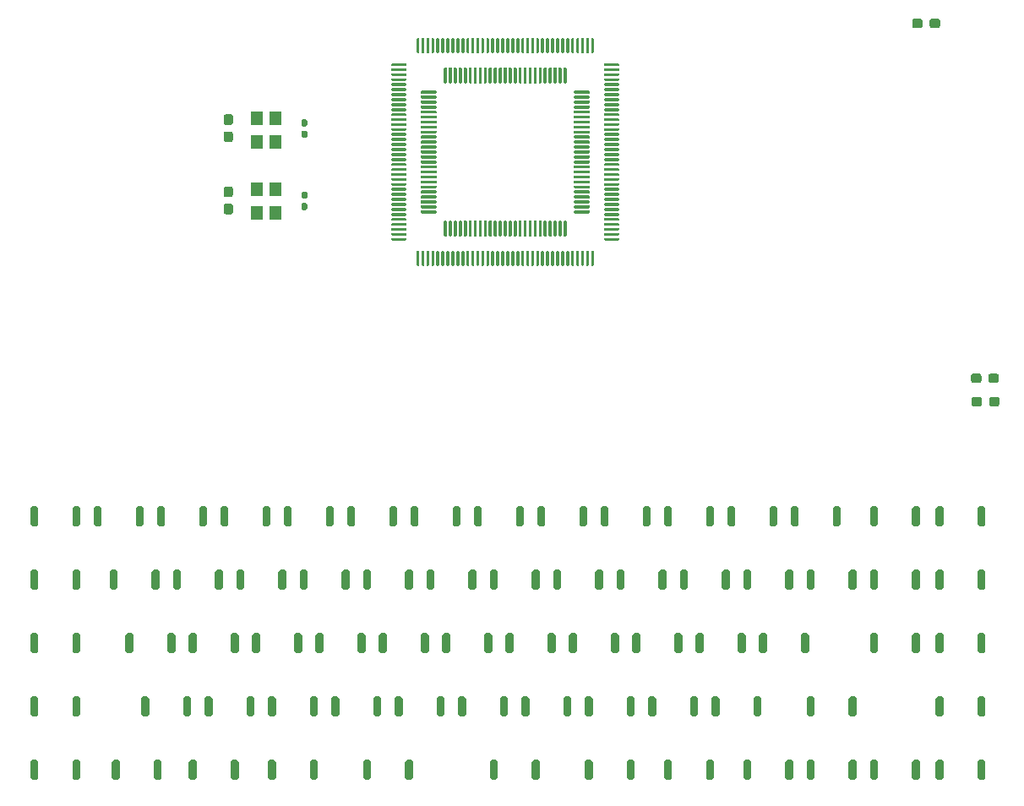
<source format=gbr>
%TF.GenerationSoftware,KiCad,Pcbnew,5.1.10*%
%TF.CreationDate,2021-08-09T15:51:23+08:00*%
%TF.ProjectId,ymmepm,796d6d65-706d-42e6-9b69-6361645f7063,rev?*%
%TF.SameCoordinates,Original*%
%TF.FileFunction,Paste,Top*%
%TF.FilePolarity,Positive*%
%FSLAX46Y46*%
G04 Gerber Fmt 4.6, Leading zero omitted, Abs format (unit mm)*
G04 Created by KiCad (PCBNEW 5.1.10) date 2021-08-09 15:51:23*
%MOMM*%
%LPD*%
G01*
G04 APERTURE LIST*
%ADD10R,1.200000X1.400000*%
G04 APERTURE END LIST*
%TO.C,D4*%
G36*
G01*
X166542000Y-70120500D02*
X166542000Y-70595500D01*
G75*
G02*
X166304500Y-70833000I-237500J0D01*
G01*
X165729500Y-70833000D01*
G75*
G02*
X165492000Y-70595500I0J237500D01*
G01*
X165492000Y-70120500D01*
G75*
G02*
X165729500Y-69883000I237500J0D01*
G01*
X166304500Y-69883000D01*
G75*
G02*
X166542000Y-70120500I0J-237500D01*
G01*
G37*
G36*
G01*
X168292000Y-70120500D02*
X168292000Y-70595500D01*
G75*
G02*
X168054500Y-70833000I-237500J0D01*
G01*
X167479500Y-70833000D01*
G75*
G02*
X167242000Y-70595500I0J237500D01*
G01*
X167242000Y-70120500D01*
G75*
G02*
X167479500Y-69883000I237500J0D01*
G01*
X168054500Y-69883000D01*
G75*
G02*
X168292000Y-70120500I0J-237500D01*
G01*
G37*
%TD*%
%TO.C,D3*%
G36*
G01*
X172497000Y-108030000D02*
X172497000Y-108505000D01*
G75*
G02*
X172259500Y-108742500I-237500J0D01*
G01*
X171684500Y-108742500D01*
G75*
G02*
X171447000Y-108505000I0J237500D01*
G01*
X171447000Y-108030000D01*
G75*
G02*
X171684500Y-107792500I237500J0D01*
G01*
X172259500Y-107792500D01*
G75*
G02*
X172497000Y-108030000I0J-237500D01*
G01*
G37*
G36*
G01*
X174247000Y-108030000D02*
X174247000Y-108505000D01*
G75*
G02*
X174009500Y-108742500I-237500J0D01*
G01*
X173434500Y-108742500D01*
G75*
G02*
X173197000Y-108505000I0J237500D01*
G01*
X173197000Y-108030000D01*
G75*
G02*
X173434500Y-107792500I237500J0D01*
G01*
X174009500Y-107792500D01*
G75*
G02*
X174247000Y-108030000I0J-237500D01*
G01*
G37*
%TD*%
%TO.C,D2*%
G36*
G01*
X172433500Y-105680500D02*
X172433500Y-106155500D01*
G75*
G02*
X172196000Y-106393000I-237500J0D01*
G01*
X171621000Y-106393000D01*
G75*
G02*
X171383500Y-106155500I0J237500D01*
G01*
X171383500Y-105680500D01*
G75*
G02*
X171621000Y-105443000I237500J0D01*
G01*
X172196000Y-105443000D01*
G75*
G02*
X172433500Y-105680500I0J-237500D01*
G01*
G37*
G36*
G01*
X174183500Y-105680500D02*
X174183500Y-106155500D01*
G75*
G02*
X173946000Y-106393000I-237500J0D01*
G01*
X173371000Y-106393000D01*
G75*
G02*
X173133500Y-106155500I0J237500D01*
G01*
X173133500Y-105680500D01*
G75*
G02*
X173371000Y-105443000I237500J0D01*
G01*
X173946000Y-105443000D01*
G75*
G02*
X174183500Y-105680500I0J-237500D01*
G01*
G37*
%TD*%
%TO.C,USRM2*%
G36*
G01*
X140629000Y-145961000D02*
X140629000Y-144361000D01*
G75*
G02*
X140829000Y-144161000I200000J0D01*
G01*
X141229000Y-144161000D01*
G75*
G02*
X141429000Y-144361000I0J-200000D01*
G01*
X141429000Y-145961000D01*
G75*
G02*
X141229000Y-146161000I-200000J0D01*
G01*
X140829000Y-146161000D01*
G75*
G02*
X140629000Y-145961000I0J200000D01*
G01*
G37*
G36*
G01*
X144829000Y-145961000D02*
X144829000Y-144361000D01*
G75*
G02*
X145029000Y-144161000I200000J0D01*
G01*
X145429000Y-144161000D01*
G75*
G02*
X145629000Y-144361000I0J-200000D01*
G01*
X145629000Y-145961000D01*
G75*
G02*
X145429000Y-146161000I-200000J0D01*
G01*
X145029000Y-146161000D01*
G75*
G02*
X144829000Y-145961000I0J200000D01*
G01*
G37*
%TD*%
D10*
%TO.C,X3*%
X101717500Y-86948500D03*
X101717500Y-89348500D03*
X99817500Y-89348500D03*
X99817500Y-86948500D03*
%TD*%
%TO.C,X1*%
X101724500Y-79832500D03*
X101724500Y-82232500D03*
X99824500Y-82232500D03*
X99824500Y-79832500D03*
%TD*%
%TO.C,C19*%
G36*
G01*
X104429500Y-88342000D02*
X104739500Y-88342000D01*
G75*
G02*
X104894500Y-88497000I0J-155000D01*
G01*
X104894500Y-88922000D01*
G75*
G02*
X104739500Y-89077000I-155000J0D01*
G01*
X104429500Y-89077000D01*
G75*
G02*
X104274500Y-88922000I0J155000D01*
G01*
X104274500Y-88497000D01*
G75*
G02*
X104429500Y-88342000I155000J0D01*
G01*
G37*
G36*
G01*
X104429500Y-87207000D02*
X104739500Y-87207000D01*
G75*
G02*
X104894500Y-87362000I0J-155000D01*
G01*
X104894500Y-87787000D01*
G75*
G02*
X104739500Y-87942000I-155000J0D01*
G01*
X104429500Y-87942000D01*
G75*
G02*
X104274500Y-87787000I0J155000D01*
G01*
X104274500Y-87362000D01*
G75*
G02*
X104429500Y-87207000I155000J0D01*
G01*
G37*
%TD*%
%TO.C,C18*%
G36*
G01*
X96727000Y-88426000D02*
X97202000Y-88426000D01*
G75*
G02*
X97439500Y-88663500I0J-237500D01*
G01*
X97439500Y-89263500D01*
G75*
G02*
X97202000Y-89501000I-237500J0D01*
G01*
X96727000Y-89501000D01*
G75*
G02*
X96489500Y-89263500I0J237500D01*
G01*
X96489500Y-88663500D01*
G75*
G02*
X96727000Y-88426000I237500J0D01*
G01*
G37*
G36*
G01*
X96727000Y-86701000D02*
X97202000Y-86701000D01*
G75*
G02*
X97439500Y-86938500I0J-237500D01*
G01*
X97439500Y-87538500D01*
G75*
G02*
X97202000Y-87776000I-237500J0D01*
G01*
X96727000Y-87776000D01*
G75*
G02*
X96489500Y-87538500I0J237500D01*
G01*
X96489500Y-86938500D01*
G75*
G02*
X96727000Y-86701000I237500J0D01*
G01*
G37*
%TD*%
%TO.C,U1*%
G36*
G01*
X136114000Y-91923500D02*
X136114000Y-92073500D01*
G75*
G02*
X136039000Y-92148500I-75000J0D01*
G01*
X134714000Y-92148500D01*
G75*
G02*
X134639000Y-92073500I0J75000D01*
G01*
X134639000Y-91923500D01*
G75*
G02*
X134714000Y-91848500I75000J0D01*
G01*
X136039000Y-91848500D01*
G75*
G02*
X136114000Y-91923500I0J-75000D01*
G01*
G37*
G36*
G01*
X136114000Y-91423500D02*
X136114000Y-91573500D01*
G75*
G02*
X136039000Y-91648500I-75000J0D01*
G01*
X134714000Y-91648500D01*
G75*
G02*
X134639000Y-91573500I0J75000D01*
G01*
X134639000Y-91423500D01*
G75*
G02*
X134714000Y-91348500I75000J0D01*
G01*
X136039000Y-91348500D01*
G75*
G02*
X136114000Y-91423500I0J-75000D01*
G01*
G37*
G36*
G01*
X136114000Y-90923500D02*
X136114000Y-91073500D01*
G75*
G02*
X136039000Y-91148500I-75000J0D01*
G01*
X134714000Y-91148500D01*
G75*
G02*
X134639000Y-91073500I0J75000D01*
G01*
X134639000Y-90923500D01*
G75*
G02*
X134714000Y-90848500I75000J0D01*
G01*
X136039000Y-90848500D01*
G75*
G02*
X136114000Y-90923500I0J-75000D01*
G01*
G37*
G36*
G01*
X136114000Y-90423500D02*
X136114000Y-90573500D01*
G75*
G02*
X136039000Y-90648500I-75000J0D01*
G01*
X134714000Y-90648500D01*
G75*
G02*
X134639000Y-90573500I0J75000D01*
G01*
X134639000Y-90423500D01*
G75*
G02*
X134714000Y-90348500I75000J0D01*
G01*
X136039000Y-90348500D01*
G75*
G02*
X136114000Y-90423500I0J-75000D01*
G01*
G37*
G36*
G01*
X136114000Y-89923500D02*
X136114000Y-90073500D01*
G75*
G02*
X136039000Y-90148500I-75000J0D01*
G01*
X134714000Y-90148500D01*
G75*
G02*
X134639000Y-90073500I0J75000D01*
G01*
X134639000Y-89923500D01*
G75*
G02*
X134714000Y-89848500I75000J0D01*
G01*
X136039000Y-89848500D01*
G75*
G02*
X136114000Y-89923500I0J-75000D01*
G01*
G37*
G36*
G01*
X136114000Y-89423500D02*
X136114000Y-89573500D01*
G75*
G02*
X136039000Y-89648500I-75000J0D01*
G01*
X134714000Y-89648500D01*
G75*
G02*
X134639000Y-89573500I0J75000D01*
G01*
X134639000Y-89423500D01*
G75*
G02*
X134714000Y-89348500I75000J0D01*
G01*
X136039000Y-89348500D01*
G75*
G02*
X136114000Y-89423500I0J-75000D01*
G01*
G37*
G36*
G01*
X136114000Y-88923500D02*
X136114000Y-89073500D01*
G75*
G02*
X136039000Y-89148500I-75000J0D01*
G01*
X134714000Y-89148500D01*
G75*
G02*
X134639000Y-89073500I0J75000D01*
G01*
X134639000Y-88923500D01*
G75*
G02*
X134714000Y-88848500I75000J0D01*
G01*
X136039000Y-88848500D01*
G75*
G02*
X136114000Y-88923500I0J-75000D01*
G01*
G37*
G36*
G01*
X136114000Y-88423500D02*
X136114000Y-88573500D01*
G75*
G02*
X136039000Y-88648500I-75000J0D01*
G01*
X134714000Y-88648500D01*
G75*
G02*
X134639000Y-88573500I0J75000D01*
G01*
X134639000Y-88423500D01*
G75*
G02*
X134714000Y-88348500I75000J0D01*
G01*
X136039000Y-88348500D01*
G75*
G02*
X136114000Y-88423500I0J-75000D01*
G01*
G37*
G36*
G01*
X136114000Y-87923500D02*
X136114000Y-88073500D01*
G75*
G02*
X136039000Y-88148500I-75000J0D01*
G01*
X134714000Y-88148500D01*
G75*
G02*
X134639000Y-88073500I0J75000D01*
G01*
X134639000Y-87923500D01*
G75*
G02*
X134714000Y-87848500I75000J0D01*
G01*
X136039000Y-87848500D01*
G75*
G02*
X136114000Y-87923500I0J-75000D01*
G01*
G37*
G36*
G01*
X136114000Y-87423500D02*
X136114000Y-87573500D01*
G75*
G02*
X136039000Y-87648500I-75000J0D01*
G01*
X134714000Y-87648500D01*
G75*
G02*
X134639000Y-87573500I0J75000D01*
G01*
X134639000Y-87423500D01*
G75*
G02*
X134714000Y-87348500I75000J0D01*
G01*
X136039000Y-87348500D01*
G75*
G02*
X136114000Y-87423500I0J-75000D01*
G01*
G37*
G36*
G01*
X136114000Y-86923500D02*
X136114000Y-87073500D01*
G75*
G02*
X136039000Y-87148500I-75000J0D01*
G01*
X134714000Y-87148500D01*
G75*
G02*
X134639000Y-87073500I0J75000D01*
G01*
X134639000Y-86923500D01*
G75*
G02*
X134714000Y-86848500I75000J0D01*
G01*
X136039000Y-86848500D01*
G75*
G02*
X136114000Y-86923500I0J-75000D01*
G01*
G37*
G36*
G01*
X136114000Y-86423500D02*
X136114000Y-86573500D01*
G75*
G02*
X136039000Y-86648500I-75000J0D01*
G01*
X134714000Y-86648500D01*
G75*
G02*
X134639000Y-86573500I0J75000D01*
G01*
X134639000Y-86423500D01*
G75*
G02*
X134714000Y-86348500I75000J0D01*
G01*
X136039000Y-86348500D01*
G75*
G02*
X136114000Y-86423500I0J-75000D01*
G01*
G37*
G36*
G01*
X136114000Y-85923500D02*
X136114000Y-86073500D01*
G75*
G02*
X136039000Y-86148500I-75000J0D01*
G01*
X134714000Y-86148500D01*
G75*
G02*
X134639000Y-86073500I0J75000D01*
G01*
X134639000Y-85923500D01*
G75*
G02*
X134714000Y-85848500I75000J0D01*
G01*
X136039000Y-85848500D01*
G75*
G02*
X136114000Y-85923500I0J-75000D01*
G01*
G37*
G36*
G01*
X136114000Y-85423500D02*
X136114000Y-85573500D01*
G75*
G02*
X136039000Y-85648500I-75000J0D01*
G01*
X134714000Y-85648500D01*
G75*
G02*
X134639000Y-85573500I0J75000D01*
G01*
X134639000Y-85423500D01*
G75*
G02*
X134714000Y-85348500I75000J0D01*
G01*
X136039000Y-85348500D01*
G75*
G02*
X136114000Y-85423500I0J-75000D01*
G01*
G37*
G36*
G01*
X136114000Y-84923500D02*
X136114000Y-85073500D01*
G75*
G02*
X136039000Y-85148500I-75000J0D01*
G01*
X134714000Y-85148500D01*
G75*
G02*
X134639000Y-85073500I0J75000D01*
G01*
X134639000Y-84923500D01*
G75*
G02*
X134714000Y-84848500I75000J0D01*
G01*
X136039000Y-84848500D01*
G75*
G02*
X136114000Y-84923500I0J-75000D01*
G01*
G37*
G36*
G01*
X136114000Y-84423500D02*
X136114000Y-84573500D01*
G75*
G02*
X136039000Y-84648500I-75000J0D01*
G01*
X134714000Y-84648500D01*
G75*
G02*
X134639000Y-84573500I0J75000D01*
G01*
X134639000Y-84423500D01*
G75*
G02*
X134714000Y-84348500I75000J0D01*
G01*
X136039000Y-84348500D01*
G75*
G02*
X136114000Y-84423500I0J-75000D01*
G01*
G37*
G36*
G01*
X136114000Y-83923500D02*
X136114000Y-84073500D01*
G75*
G02*
X136039000Y-84148500I-75000J0D01*
G01*
X134714000Y-84148500D01*
G75*
G02*
X134639000Y-84073500I0J75000D01*
G01*
X134639000Y-83923500D01*
G75*
G02*
X134714000Y-83848500I75000J0D01*
G01*
X136039000Y-83848500D01*
G75*
G02*
X136114000Y-83923500I0J-75000D01*
G01*
G37*
G36*
G01*
X136114000Y-83423500D02*
X136114000Y-83573500D01*
G75*
G02*
X136039000Y-83648500I-75000J0D01*
G01*
X134714000Y-83648500D01*
G75*
G02*
X134639000Y-83573500I0J75000D01*
G01*
X134639000Y-83423500D01*
G75*
G02*
X134714000Y-83348500I75000J0D01*
G01*
X136039000Y-83348500D01*
G75*
G02*
X136114000Y-83423500I0J-75000D01*
G01*
G37*
G36*
G01*
X136114000Y-82923500D02*
X136114000Y-83073500D01*
G75*
G02*
X136039000Y-83148500I-75000J0D01*
G01*
X134714000Y-83148500D01*
G75*
G02*
X134639000Y-83073500I0J75000D01*
G01*
X134639000Y-82923500D01*
G75*
G02*
X134714000Y-82848500I75000J0D01*
G01*
X136039000Y-82848500D01*
G75*
G02*
X136114000Y-82923500I0J-75000D01*
G01*
G37*
G36*
G01*
X136114000Y-82423500D02*
X136114000Y-82573500D01*
G75*
G02*
X136039000Y-82648500I-75000J0D01*
G01*
X134714000Y-82648500D01*
G75*
G02*
X134639000Y-82573500I0J75000D01*
G01*
X134639000Y-82423500D01*
G75*
G02*
X134714000Y-82348500I75000J0D01*
G01*
X136039000Y-82348500D01*
G75*
G02*
X136114000Y-82423500I0J-75000D01*
G01*
G37*
G36*
G01*
X136114000Y-81923500D02*
X136114000Y-82073500D01*
G75*
G02*
X136039000Y-82148500I-75000J0D01*
G01*
X134714000Y-82148500D01*
G75*
G02*
X134639000Y-82073500I0J75000D01*
G01*
X134639000Y-81923500D01*
G75*
G02*
X134714000Y-81848500I75000J0D01*
G01*
X136039000Y-81848500D01*
G75*
G02*
X136114000Y-81923500I0J-75000D01*
G01*
G37*
G36*
G01*
X136114000Y-81423500D02*
X136114000Y-81573500D01*
G75*
G02*
X136039000Y-81648500I-75000J0D01*
G01*
X134714000Y-81648500D01*
G75*
G02*
X134639000Y-81573500I0J75000D01*
G01*
X134639000Y-81423500D01*
G75*
G02*
X134714000Y-81348500I75000J0D01*
G01*
X136039000Y-81348500D01*
G75*
G02*
X136114000Y-81423500I0J-75000D01*
G01*
G37*
G36*
G01*
X136114000Y-80923500D02*
X136114000Y-81073500D01*
G75*
G02*
X136039000Y-81148500I-75000J0D01*
G01*
X134714000Y-81148500D01*
G75*
G02*
X134639000Y-81073500I0J75000D01*
G01*
X134639000Y-80923500D01*
G75*
G02*
X134714000Y-80848500I75000J0D01*
G01*
X136039000Y-80848500D01*
G75*
G02*
X136114000Y-80923500I0J-75000D01*
G01*
G37*
G36*
G01*
X136114000Y-80423500D02*
X136114000Y-80573500D01*
G75*
G02*
X136039000Y-80648500I-75000J0D01*
G01*
X134714000Y-80648500D01*
G75*
G02*
X134639000Y-80573500I0J75000D01*
G01*
X134639000Y-80423500D01*
G75*
G02*
X134714000Y-80348500I75000J0D01*
G01*
X136039000Y-80348500D01*
G75*
G02*
X136114000Y-80423500I0J-75000D01*
G01*
G37*
G36*
G01*
X136114000Y-79923500D02*
X136114000Y-80073500D01*
G75*
G02*
X136039000Y-80148500I-75000J0D01*
G01*
X134714000Y-80148500D01*
G75*
G02*
X134639000Y-80073500I0J75000D01*
G01*
X134639000Y-79923500D01*
G75*
G02*
X134714000Y-79848500I75000J0D01*
G01*
X136039000Y-79848500D01*
G75*
G02*
X136114000Y-79923500I0J-75000D01*
G01*
G37*
G36*
G01*
X136114000Y-79423500D02*
X136114000Y-79573500D01*
G75*
G02*
X136039000Y-79648500I-75000J0D01*
G01*
X134714000Y-79648500D01*
G75*
G02*
X134639000Y-79573500I0J75000D01*
G01*
X134639000Y-79423500D01*
G75*
G02*
X134714000Y-79348500I75000J0D01*
G01*
X136039000Y-79348500D01*
G75*
G02*
X136114000Y-79423500I0J-75000D01*
G01*
G37*
G36*
G01*
X136114000Y-78923500D02*
X136114000Y-79073500D01*
G75*
G02*
X136039000Y-79148500I-75000J0D01*
G01*
X134714000Y-79148500D01*
G75*
G02*
X134639000Y-79073500I0J75000D01*
G01*
X134639000Y-78923500D01*
G75*
G02*
X134714000Y-78848500I75000J0D01*
G01*
X136039000Y-78848500D01*
G75*
G02*
X136114000Y-78923500I0J-75000D01*
G01*
G37*
G36*
G01*
X136114000Y-78423500D02*
X136114000Y-78573500D01*
G75*
G02*
X136039000Y-78648500I-75000J0D01*
G01*
X134714000Y-78648500D01*
G75*
G02*
X134639000Y-78573500I0J75000D01*
G01*
X134639000Y-78423500D01*
G75*
G02*
X134714000Y-78348500I75000J0D01*
G01*
X136039000Y-78348500D01*
G75*
G02*
X136114000Y-78423500I0J-75000D01*
G01*
G37*
G36*
G01*
X136114000Y-77923500D02*
X136114000Y-78073500D01*
G75*
G02*
X136039000Y-78148500I-75000J0D01*
G01*
X134714000Y-78148500D01*
G75*
G02*
X134639000Y-78073500I0J75000D01*
G01*
X134639000Y-77923500D01*
G75*
G02*
X134714000Y-77848500I75000J0D01*
G01*
X136039000Y-77848500D01*
G75*
G02*
X136114000Y-77923500I0J-75000D01*
G01*
G37*
G36*
G01*
X136114000Y-77423500D02*
X136114000Y-77573500D01*
G75*
G02*
X136039000Y-77648500I-75000J0D01*
G01*
X134714000Y-77648500D01*
G75*
G02*
X134639000Y-77573500I0J75000D01*
G01*
X134639000Y-77423500D01*
G75*
G02*
X134714000Y-77348500I75000J0D01*
G01*
X136039000Y-77348500D01*
G75*
G02*
X136114000Y-77423500I0J-75000D01*
G01*
G37*
G36*
G01*
X136114000Y-76923500D02*
X136114000Y-77073500D01*
G75*
G02*
X136039000Y-77148500I-75000J0D01*
G01*
X134714000Y-77148500D01*
G75*
G02*
X134639000Y-77073500I0J75000D01*
G01*
X134639000Y-76923500D01*
G75*
G02*
X134714000Y-76848500I75000J0D01*
G01*
X136039000Y-76848500D01*
G75*
G02*
X136114000Y-76923500I0J-75000D01*
G01*
G37*
G36*
G01*
X136114000Y-76423500D02*
X136114000Y-76573500D01*
G75*
G02*
X136039000Y-76648500I-75000J0D01*
G01*
X134714000Y-76648500D01*
G75*
G02*
X134639000Y-76573500I0J75000D01*
G01*
X134639000Y-76423500D01*
G75*
G02*
X134714000Y-76348500I75000J0D01*
G01*
X136039000Y-76348500D01*
G75*
G02*
X136114000Y-76423500I0J-75000D01*
G01*
G37*
G36*
G01*
X136114000Y-75923500D02*
X136114000Y-76073500D01*
G75*
G02*
X136039000Y-76148500I-75000J0D01*
G01*
X134714000Y-76148500D01*
G75*
G02*
X134639000Y-76073500I0J75000D01*
G01*
X134639000Y-75923500D01*
G75*
G02*
X134714000Y-75848500I75000J0D01*
G01*
X136039000Y-75848500D01*
G75*
G02*
X136114000Y-75923500I0J-75000D01*
G01*
G37*
G36*
G01*
X136114000Y-75423500D02*
X136114000Y-75573500D01*
G75*
G02*
X136039000Y-75648500I-75000J0D01*
G01*
X134714000Y-75648500D01*
G75*
G02*
X134639000Y-75573500I0J75000D01*
G01*
X134639000Y-75423500D01*
G75*
G02*
X134714000Y-75348500I75000J0D01*
G01*
X136039000Y-75348500D01*
G75*
G02*
X136114000Y-75423500I0J-75000D01*
G01*
G37*
G36*
G01*
X136114000Y-74923500D02*
X136114000Y-75073500D01*
G75*
G02*
X136039000Y-75148500I-75000J0D01*
G01*
X134714000Y-75148500D01*
G75*
G02*
X134639000Y-75073500I0J75000D01*
G01*
X134639000Y-74923500D01*
G75*
G02*
X134714000Y-74848500I75000J0D01*
G01*
X136039000Y-74848500D01*
G75*
G02*
X136114000Y-74923500I0J-75000D01*
G01*
G37*
G36*
G01*
X136114000Y-74423500D02*
X136114000Y-74573500D01*
G75*
G02*
X136039000Y-74648500I-75000J0D01*
G01*
X134714000Y-74648500D01*
G75*
G02*
X134639000Y-74573500I0J75000D01*
G01*
X134639000Y-74423500D01*
G75*
G02*
X134714000Y-74348500I75000J0D01*
G01*
X136039000Y-74348500D01*
G75*
G02*
X136114000Y-74423500I0J-75000D01*
G01*
G37*
G36*
G01*
X133614000Y-71923500D02*
X133614000Y-73248500D01*
G75*
G02*
X133539000Y-73323500I-75000J0D01*
G01*
X133389000Y-73323500D01*
G75*
G02*
X133314000Y-73248500I0J75000D01*
G01*
X133314000Y-71923500D01*
G75*
G02*
X133389000Y-71848500I75000J0D01*
G01*
X133539000Y-71848500D01*
G75*
G02*
X133614000Y-71923500I0J-75000D01*
G01*
G37*
G36*
G01*
X133114000Y-71923500D02*
X133114000Y-73248500D01*
G75*
G02*
X133039000Y-73323500I-75000J0D01*
G01*
X132889000Y-73323500D01*
G75*
G02*
X132814000Y-73248500I0J75000D01*
G01*
X132814000Y-71923500D01*
G75*
G02*
X132889000Y-71848500I75000J0D01*
G01*
X133039000Y-71848500D01*
G75*
G02*
X133114000Y-71923500I0J-75000D01*
G01*
G37*
G36*
G01*
X132614000Y-71923500D02*
X132614000Y-73248500D01*
G75*
G02*
X132539000Y-73323500I-75000J0D01*
G01*
X132389000Y-73323500D01*
G75*
G02*
X132314000Y-73248500I0J75000D01*
G01*
X132314000Y-71923500D01*
G75*
G02*
X132389000Y-71848500I75000J0D01*
G01*
X132539000Y-71848500D01*
G75*
G02*
X132614000Y-71923500I0J-75000D01*
G01*
G37*
G36*
G01*
X132114000Y-71923500D02*
X132114000Y-73248500D01*
G75*
G02*
X132039000Y-73323500I-75000J0D01*
G01*
X131889000Y-73323500D01*
G75*
G02*
X131814000Y-73248500I0J75000D01*
G01*
X131814000Y-71923500D01*
G75*
G02*
X131889000Y-71848500I75000J0D01*
G01*
X132039000Y-71848500D01*
G75*
G02*
X132114000Y-71923500I0J-75000D01*
G01*
G37*
G36*
G01*
X131614000Y-71923500D02*
X131614000Y-73248500D01*
G75*
G02*
X131539000Y-73323500I-75000J0D01*
G01*
X131389000Y-73323500D01*
G75*
G02*
X131314000Y-73248500I0J75000D01*
G01*
X131314000Y-71923500D01*
G75*
G02*
X131389000Y-71848500I75000J0D01*
G01*
X131539000Y-71848500D01*
G75*
G02*
X131614000Y-71923500I0J-75000D01*
G01*
G37*
G36*
G01*
X131114000Y-71923500D02*
X131114000Y-73248500D01*
G75*
G02*
X131039000Y-73323500I-75000J0D01*
G01*
X130889000Y-73323500D01*
G75*
G02*
X130814000Y-73248500I0J75000D01*
G01*
X130814000Y-71923500D01*
G75*
G02*
X130889000Y-71848500I75000J0D01*
G01*
X131039000Y-71848500D01*
G75*
G02*
X131114000Y-71923500I0J-75000D01*
G01*
G37*
G36*
G01*
X130614000Y-71923500D02*
X130614000Y-73248500D01*
G75*
G02*
X130539000Y-73323500I-75000J0D01*
G01*
X130389000Y-73323500D01*
G75*
G02*
X130314000Y-73248500I0J75000D01*
G01*
X130314000Y-71923500D01*
G75*
G02*
X130389000Y-71848500I75000J0D01*
G01*
X130539000Y-71848500D01*
G75*
G02*
X130614000Y-71923500I0J-75000D01*
G01*
G37*
G36*
G01*
X130114000Y-71923500D02*
X130114000Y-73248500D01*
G75*
G02*
X130039000Y-73323500I-75000J0D01*
G01*
X129889000Y-73323500D01*
G75*
G02*
X129814000Y-73248500I0J75000D01*
G01*
X129814000Y-71923500D01*
G75*
G02*
X129889000Y-71848500I75000J0D01*
G01*
X130039000Y-71848500D01*
G75*
G02*
X130114000Y-71923500I0J-75000D01*
G01*
G37*
G36*
G01*
X129614000Y-71923500D02*
X129614000Y-73248500D01*
G75*
G02*
X129539000Y-73323500I-75000J0D01*
G01*
X129389000Y-73323500D01*
G75*
G02*
X129314000Y-73248500I0J75000D01*
G01*
X129314000Y-71923500D01*
G75*
G02*
X129389000Y-71848500I75000J0D01*
G01*
X129539000Y-71848500D01*
G75*
G02*
X129614000Y-71923500I0J-75000D01*
G01*
G37*
G36*
G01*
X129114000Y-71923500D02*
X129114000Y-73248500D01*
G75*
G02*
X129039000Y-73323500I-75000J0D01*
G01*
X128889000Y-73323500D01*
G75*
G02*
X128814000Y-73248500I0J75000D01*
G01*
X128814000Y-71923500D01*
G75*
G02*
X128889000Y-71848500I75000J0D01*
G01*
X129039000Y-71848500D01*
G75*
G02*
X129114000Y-71923500I0J-75000D01*
G01*
G37*
G36*
G01*
X128614000Y-71923500D02*
X128614000Y-73248500D01*
G75*
G02*
X128539000Y-73323500I-75000J0D01*
G01*
X128389000Y-73323500D01*
G75*
G02*
X128314000Y-73248500I0J75000D01*
G01*
X128314000Y-71923500D01*
G75*
G02*
X128389000Y-71848500I75000J0D01*
G01*
X128539000Y-71848500D01*
G75*
G02*
X128614000Y-71923500I0J-75000D01*
G01*
G37*
G36*
G01*
X128114000Y-71923500D02*
X128114000Y-73248500D01*
G75*
G02*
X128039000Y-73323500I-75000J0D01*
G01*
X127889000Y-73323500D01*
G75*
G02*
X127814000Y-73248500I0J75000D01*
G01*
X127814000Y-71923500D01*
G75*
G02*
X127889000Y-71848500I75000J0D01*
G01*
X128039000Y-71848500D01*
G75*
G02*
X128114000Y-71923500I0J-75000D01*
G01*
G37*
G36*
G01*
X127614000Y-71923500D02*
X127614000Y-73248500D01*
G75*
G02*
X127539000Y-73323500I-75000J0D01*
G01*
X127389000Y-73323500D01*
G75*
G02*
X127314000Y-73248500I0J75000D01*
G01*
X127314000Y-71923500D01*
G75*
G02*
X127389000Y-71848500I75000J0D01*
G01*
X127539000Y-71848500D01*
G75*
G02*
X127614000Y-71923500I0J-75000D01*
G01*
G37*
G36*
G01*
X127114000Y-71923500D02*
X127114000Y-73248500D01*
G75*
G02*
X127039000Y-73323500I-75000J0D01*
G01*
X126889000Y-73323500D01*
G75*
G02*
X126814000Y-73248500I0J75000D01*
G01*
X126814000Y-71923500D01*
G75*
G02*
X126889000Y-71848500I75000J0D01*
G01*
X127039000Y-71848500D01*
G75*
G02*
X127114000Y-71923500I0J-75000D01*
G01*
G37*
G36*
G01*
X126614000Y-71923500D02*
X126614000Y-73248500D01*
G75*
G02*
X126539000Y-73323500I-75000J0D01*
G01*
X126389000Y-73323500D01*
G75*
G02*
X126314000Y-73248500I0J75000D01*
G01*
X126314000Y-71923500D01*
G75*
G02*
X126389000Y-71848500I75000J0D01*
G01*
X126539000Y-71848500D01*
G75*
G02*
X126614000Y-71923500I0J-75000D01*
G01*
G37*
G36*
G01*
X126114000Y-71923500D02*
X126114000Y-73248500D01*
G75*
G02*
X126039000Y-73323500I-75000J0D01*
G01*
X125889000Y-73323500D01*
G75*
G02*
X125814000Y-73248500I0J75000D01*
G01*
X125814000Y-71923500D01*
G75*
G02*
X125889000Y-71848500I75000J0D01*
G01*
X126039000Y-71848500D01*
G75*
G02*
X126114000Y-71923500I0J-75000D01*
G01*
G37*
G36*
G01*
X125614000Y-71923500D02*
X125614000Y-73248500D01*
G75*
G02*
X125539000Y-73323500I-75000J0D01*
G01*
X125389000Y-73323500D01*
G75*
G02*
X125314000Y-73248500I0J75000D01*
G01*
X125314000Y-71923500D01*
G75*
G02*
X125389000Y-71848500I75000J0D01*
G01*
X125539000Y-71848500D01*
G75*
G02*
X125614000Y-71923500I0J-75000D01*
G01*
G37*
G36*
G01*
X125114000Y-71923500D02*
X125114000Y-73248500D01*
G75*
G02*
X125039000Y-73323500I-75000J0D01*
G01*
X124889000Y-73323500D01*
G75*
G02*
X124814000Y-73248500I0J75000D01*
G01*
X124814000Y-71923500D01*
G75*
G02*
X124889000Y-71848500I75000J0D01*
G01*
X125039000Y-71848500D01*
G75*
G02*
X125114000Y-71923500I0J-75000D01*
G01*
G37*
G36*
G01*
X124614000Y-71923500D02*
X124614000Y-73248500D01*
G75*
G02*
X124539000Y-73323500I-75000J0D01*
G01*
X124389000Y-73323500D01*
G75*
G02*
X124314000Y-73248500I0J75000D01*
G01*
X124314000Y-71923500D01*
G75*
G02*
X124389000Y-71848500I75000J0D01*
G01*
X124539000Y-71848500D01*
G75*
G02*
X124614000Y-71923500I0J-75000D01*
G01*
G37*
G36*
G01*
X124114000Y-71923500D02*
X124114000Y-73248500D01*
G75*
G02*
X124039000Y-73323500I-75000J0D01*
G01*
X123889000Y-73323500D01*
G75*
G02*
X123814000Y-73248500I0J75000D01*
G01*
X123814000Y-71923500D01*
G75*
G02*
X123889000Y-71848500I75000J0D01*
G01*
X124039000Y-71848500D01*
G75*
G02*
X124114000Y-71923500I0J-75000D01*
G01*
G37*
G36*
G01*
X123614000Y-71923500D02*
X123614000Y-73248500D01*
G75*
G02*
X123539000Y-73323500I-75000J0D01*
G01*
X123389000Y-73323500D01*
G75*
G02*
X123314000Y-73248500I0J75000D01*
G01*
X123314000Y-71923500D01*
G75*
G02*
X123389000Y-71848500I75000J0D01*
G01*
X123539000Y-71848500D01*
G75*
G02*
X123614000Y-71923500I0J-75000D01*
G01*
G37*
G36*
G01*
X123114000Y-71923500D02*
X123114000Y-73248500D01*
G75*
G02*
X123039000Y-73323500I-75000J0D01*
G01*
X122889000Y-73323500D01*
G75*
G02*
X122814000Y-73248500I0J75000D01*
G01*
X122814000Y-71923500D01*
G75*
G02*
X122889000Y-71848500I75000J0D01*
G01*
X123039000Y-71848500D01*
G75*
G02*
X123114000Y-71923500I0J-75000D01*
G01*
G37*
G36*
G01*
X122614000Y-71923500D02*
X122614000Y-73248500D01*
G75*
G02*
X122539000Y-73323500I-75000J0D01*
G01*
X122389000Y-73323500D01*
G75*
G02*
X122314000Y-73248500I0J75000D01*
G01*
X122314000Y-71923500D01*
G75*
G02*
X122389000Y-71848500I75000J0D01*
G01*
X122539000Y-71848500D01*
G75*
G02*
X122614000Y-71923500I0J-75000D01*
G01*
G37*
G36*
G01*
X122114000Y-71923500D02*
X122114000Y-73248500D01*
G75*
G02*
X122039000Y-73323500I-75000J0D01*
G01*
X121889000Y-73323500D01*
G75*
G02*
X121814000Y-73248500I0J75000D01*
G01*
X121814000Y-71923500D01*
G75*
G02*
X121889000Y-71848500I75000J0D01*
G01*
X122039000Y-71848500D01*
G75*
G02*
X122114000Y-71923500I0J-75000D01*
G01*
G37*
G36*
G01*
X121614000Y-71923500D02*
X121614000Y-73248500D01*
G75*
G02*
X121539000Y-73323500I-75000J0D01*
G01*
X121389000Y-73323500D01*
G75*
G02*
X121314000Y-73248500I0J75000D01*
G01*
X121314000Y-71923500D01*
G75*
G02*
X121389000Y-71848500I75000J0D01*
G01*
X121539000Y-71848500D01*
G75*
G02*
X121614000Y-71923500I0J-75000D01*
G01*
G37*
G36*
G01*
X121114000Y-71923500D02*
X121114000Y-73248500D01*
G75*
G02*
X121039000Y-73323500I-75000J0D01*
G01*
X120889000Y-73323500D01*
G75*
G02*
X120814000Y-73248500I0J75000D01*
G01*
X120814000Y-71923500D01*
G75*
G02*
X120889000Y-71848500I75000J0D01*
G01*
X121039000Y-71848500D01*
G75*
G02*
X121114000Y-71923500I0J-75000D01*
G01*
G37*
G36*
G01*
X120614000Y-71923500D02*
X120614000Y-73248500D01*
G75*
G02*
X120539000Y-73323500I-75000J0D01*
G01*
X120389000Y-73323500D01*
G75*
G02*
X120314000Y-73248500I0J75000D01*
G01*
X120314000Y-71923500D01*
G75*
G02*
X120389000Y-71848500I75000J0D01*
G01*
X120539000Y-71848500D01*
G75*
G02*
X120614000Y-71923500I0J-75000D01*
G01*
G37*
G36*
G01*
X120114000Y-71923500D02*
X120114000Y-73248500D01*
G75*
G02*
X120039000Y-73323500I-75000J0D01*
G01*
X119889000Y-73323500D01*
G75*
G02*
X119814000Y-73248500I0J75000D01*
G01*
X119814000Y-71923500D01*
G75*
G02*
X119889000Y-71848500I75000J0D01*
G01*
X120039000Y-71848500D01*
G75*
G02*
X120114000Y-71923500I0J-75000D01*
G01*
G37*
G36*
G01*
X119614000Y-71923500D02*
X119614000Y-73248500D01*
G75*
G02*
X119539000Y-73323500I-75000J0D01*
G01*
X119389000Y-73323500D01*
G75*
G02*
X119314000Y-73248500I0J75000D01*
G01*
X119314000Y-71923500D01*
G75*
G02*
X119389000Y-71848500I75000J0D01*
G01*
X119539000Y-71848500D01*
G75*
G02*
X119614000Y-71923500I0J-75000D01*
G01*
G37*
G36*
G01*
X119114000Y-71923500D02*
X119114000Y-73248500D01*
G75*
G02*
X119039000Y-73323500I-75000J0D01*
G01*
X118889000Y-73323500D01*
G75*
G02*
X118814000Y-73248500I0J75000D01*
G01*
X118814000Y-71923500D01*
G75*
G02*
X118889000Y-71848500I75000J0D01*
G01*
X119039000Y-71848500D01*
G75*
G02*
X119114000Y-71923500I0J-75000D01*
G01*
G37*
G36*
G01*
X118614000Y-71923500D02*
X118614000Y-73248500D01*
G75*
G02*
X118539000Y-73323500I-75000J0D01*
G01*
X118389000Y-73323500D01*
G75*
G02*
X118314000Y-73248500I0J75000D01*
G01*
X118314000Y-71923500D01*
G75*
G02*
X118389000Y-71848500I75000J0D01*
G01*
X118539000Y-71848500D01*
G75*
G02*
X118614000Y-71923500I0J-75000D01*
G01*
G37*
G36*
G01*
X118114000Y-71923500D02*
X118114000Y-73248500D01*
G75*
G02*
X118039000Y-73323500I-75000J0D01*
G01*
X117889000Y-73323500D01*
G75*
G02*
X117814000Y-73248500I0J75000D01*
G01*
X117814000Y-71923500D01*
G75*
G02*
X117889000Y-71848500I75000J0D01*
G01*
X118039000Y-71848500D01*
G75*
G02*
X118114000Y-71923500I0J-75000D01*
G01*
G37*
G36*
G01*
X117614000Y-71923500D02*
X117614000Y-73248500D01*
G75*
G02*
X117539000Y-73323500I-75000J0D01*
G01*
X117389000Y-73323500D01*
G75*
G02*
X117314000Y-73248500I0J75000D01*
G01*
X117314000Y-71923500D01*
G75*
G02*
X117389000Y-71848500I75000J0D01*
G01*
X117539000Y-71848500D01*
G75*
G02*
X117614000Y-71923500I0J-75000D01*
G01*
G37*
G36*
G01*
X117114000Y-71923500D02*
X117114000Y-73248500D01*
G75*
G02*
X117039000Y-73323500I-75000J0D01*
G01*
X116889000Y-73323500D01*
G75*
G02*
X116814000Y-73248500I0J75000D01*
G01*
X116814000Y-71923500D01*
G75*
G02*
X116889000Y-71848500I75000J0D01*
G01*
X117039000Y-71848500D01*
G75*
G02*
X117114000Y-71923500I0J-75000D01*
G01*
G37*
G36*
G01*
X116614000Y-71923500D02*
X116614000Y-73248500D01*
G75*
G02*
X116539000Y-73323500I-75000J0D01*
G01*
X116389000Y-73323500D01*
G75*
G02*
X116314000Y-73248500I0J75000D01*
G01*
X116314000Y-71923500D01*
G75*
G02*
X116389000Y-71848500I75000J0D01*
G01*
X116539000Y-71848500D01*
G75*
G02*
X116614000Y-71923500I0J-75000D01*
G01*
G37*
G36*
G01*
X116114000Y-71923500D02*
X116114000Y-73248500D01*
G75*
G02*
X116039000Y-73323500I-75000J0D01*
G01*
X115889000Y-73323500D01*
G75*
G02*
X115814000Y-73248500I0J75000D01*
G01*
X115814000Y-71923500D01*
G75*
G02*
X115889000Y-71848500I75000J0D01*
G01*
X116039000Y-71848500D01*
G75*
G02*
X116114000Y-71923500I0J-75000D01*
G01*
G37*
G36*
G01*
X114789000Y-74423500D02*
X114789000Y-74573500D01*
G75*
G02*
X114714000Y-74648500I-75000J0D01*
G01*
X113389000Y-74648500D01*
G75*
G02*
X113314000Y-74573500I0J75000D01*
G01*
X113314000Y-74423500D01*
G75*
G02*
X113389000Y-74348500I75000J0D01*
G01*
X114714000Y-74348500D01*
G75*
G02*
X114789000Y-74423500I0J-75000D01*
G01*
G37*
G36*
G01*
X114789000Y-74923500D02*
X114789000Y-75073500D01*
G75*
G02*
X114714000Y-75148500I-75000J0D01*
G01*
X113389000Y-75148500D01*
G75*
G02*
X113314000Y-75073500I0J75000D01*
G01*
X113314000Y-74923500D01*
G75*
G02*
X113389000Y-74848500I75000J0D01*
G01*
X114714000Y-74848500D01*
G75*
G02*
X114789000Y-74923500I0J-75000D01*
G01*
G37*
G36*
G01*
X114789000Y-75423500D02*
X114789000Y-75573500D01*
G75*
G02*
X114714000Y-75648500I-75000J0D01*
G01*
X113389000Y-75648500D01*
G75*
G02*
X113314000Y-75573500I0J75000D01*
G01*
X113314000Y-75423500D01*
G75*
G02*
X113389000Y-75348500I75000J0D01*
G01*
X114714000Y-75348500D01*
G75*
G02*
X114789000Y-75423500I0J-75000D01*
G01*
G37*
G36*
G01*
X114789000Y-75923500D02*
X114789000Y-76073500D01*
G75*
G02*
X114714000Y-76148500I-75000J0D01*
G01*
X113389000Y-76148500D01*
G75*
G02*
X113314000Y-76073500I0J75000D01*
G01*
X113314000Y-75923500D01*
G75*
G02*
X113389000Y-75848500I75000J0D01*
G01*
X114714000Y-75848500D01*
G75*
G02*
X114789000Y-75923500I0J-75000D01*
G01*
G37*
G36*
G01*
X114789000Y-76423500D02*
X114789000Y-76573500D01*
G75*
G02*
X114714000Y-76648500I-75000J0D01*
G01*
X113389000Y-76648500D01*
G75*
G02*
X113314000Y-76573500I0J75000D01*
G01*
X113314000Y-76423500D01*
G75*
G02*
X113389000Y-76348500I75000J0D01*
G01*
X114714000Y-76348500D01*
G75*
G02*
X114789000Y-76423500I0J-75000D01*
G01*
G37*
G36*
G01*
X114789000Y-76923500D02*
X114789000Y-77073500D01*
G75*
G02*
X114714000Y-77148500I-75000J0D01*
G01*
X113389000Y-77148500D01*
G75*
G02*
X113314000Y-77073500I0J75000D01*
G01*
X113314000Y-76923500D01*
G75*
G02*
X113389000Y-76848500I75000J0D01*
G01*
X114714000Y-76848500D01*
G75*
G02*
X114789000Y-76923500I0J-75000D01*
G01*
G37*
G36*
G01*
X114789000Y-77423500D02*
X114789000Y-77573500D01*
G75*
G02*
X114714000Y-77648500I-75000J0D01*
G01*
X113389000Y-77648500D01*
G75*
G02*
X113314000Y-77573500I0J75000D01*
G01*
X113314000Y-77423500D01*
G75*
G02*
X113389000Y-77348500I75000J0D01*
G01*
X114714000Y-77348500D01*
G75*
G02*
X114789000Y-77423500I0J-75000D01*
G01*
G37*
G36*
G01*
X114789000Y-77923500D02*
X114789000Y-78073500D01*
G75*
G02*
X114714000Y-78148500I-75000J0D01*
G01*
X113389000Y-78148500D01*
G75*
G02*
X113314000Y-78073500I0J75000D01*
G01*
X113314000Y-77923500D01*
G75*
G02*
X113389000Y-77848500I75000J0D01*
G01*
X114714000Y-77848500D01*
G75*
G02*
X114789000Y-77923500I0J-75000D01*
G01*
G37*
G36*
G01*
X114789000Y-78423500D02*
X114789000Y-78573500D01*
G75*
G02*
X114714000Y-78648500I-75000J0D01*
G01*
X113389000Y-78648500D01*
G75*
G02*
X113314000Y-78573500I0J75000D01*
G01*
X113314000Y-78423500D01*
G75*
G02*
X113389000Y-78348500I75000J0D01*
G01*
X114714000Y-78348500D01*
G75*
G02*
X114789000Y-78423500I0J-75000D01*
G01*
G37*
G36*
G01*
X114789000Y-78923500D02*
X114789000Y-79073500D01*
G75*
G02*
X114714000Y-79148500I-75000J0D01*
G01*
X113389000Y-79148500D01*
G75*
G02*
X113314000Y-79073500I0J75000D01*
G01*
X113314000Y-78923500D01*
G75*
G02*
X113389000Y-78848500I75000J0D01*
G01*
X114714000Y-78848500D01*
G75*
G02*
X114789000Y-78923500I0J-75000D01*
G01*
G37*
G36*
G01*
X114789000Y-79423500D02*
X114789000Y-79573500D01*
G75*
G02*
X114714000Y-79648500I-75000J0D01*
G01*
X113389000Y-79648500D01*
G75*
G02*
X113314000Y-79573500I0J75000D01*
G01*
X113314000Y-79423500D01*
G75*
G02*
X113389000Y-79348500I75000J0D01*
G01*
X114714000Y-79348500D01*
G75*
G02*
X114789000Y-79423500I0J-75000D01*
G01*
G37*
G36*
G01*
X114789000Y-79923500D02*
X114789000Y-80073500D01*
G75*
G02*
X114714000Y-80148500I-75000J0D01*
G01*
X113389000Y-80148500D01*
G75*
G02*
X113314000Y-80073500I0J75000D01*
G01*
X113314000Y-79923500D01*
G75*
G02*
X113389000Y-79848500I75000J0D01*
G01*
X114714000Y-79848500D01*
G75*
G02*
X114789000Y-79923500I0J-75000D01*
G01*
G37*
G36*
G01*
X114789000Y-80423500D02*
X114789000Y-80573500D01*
G75*
G02*
X114714000Y-80648500I-75000J0D01*
G01*
X113389000Y-80648500D01*
G75*
G02*
X113314000Y-80573500I0J75000D01*
G01*
X113314000Y-80423500D01*
G75*
G02*
X113389000Y-80348500I75000J0D01*
G01*
X114714000Y-80348500D01*
G75*
G02*
X114789000Y-80423500I0J-75000D01*
G01*
G37*
G36*
G01*
X114789000Y-80923500D02*
X114789000Y-81073500D01*
G75*
G02*
X114714000Y-81148500I-75000J0D01*
G01*
X113389000Y-81148500D01*
G75*
G02*
X113314000Y-81073500I0J75000D01*
G01*
X113314000Y-80923500D01*
G75*
G02*
X113389000Y-80848500I75000J0D01*
G01*
X114714000Y-80848500D01*
G75*
G02*
X114789000Y-80923500I0J-75000D01*
G01*
G37*
G36*
G01*
X114789000Y-81423500D02*
X114789000Y-81573500D01*
G75*
G02*
X114714000Y-81648500I-75000J0D01*
G01*
X113389000Y-81648500D01*
G75*
G02*
X113314000Y-81573500I0J75000D01*
G01*
X113314000Y-81423500D01*
G75*
G02*
X113389000Y-81348500I75000J0D01*
G01*
X114714000Y-81348500D01*
G75*
G02*
X114789000Y-81423500I0J-75000D01*
G01*
G37*
G36*
G01*
X114789000Y-81923500D02*
X114789000Y-82073500D01*
G75*
G02*
X114714000Y-82148500I-75000J0D01*
G01*
X113389000Y-82148500D01*
G75*
G02*
X113314000Y-82073500I0J75000D01*
G01*
X113314000Y-81923500D01*
G75*
G02*
X113389000Y-81848500I75000J0D01*
G01*
X114714000Y-81848500D01*
G75*
G02*
X114789000Y-81923500I0J-75000D01*
G01*
G37*
G36*
G01*
X114789000Y-82423500D02*
X114789000Y-82573500D01*
G75*
G02*
X114714000Y-82648500I-75000J0D01*
G01*
X113389000Y-82648500D01*
G75*
G02*
X113314000Y-82573500I0J75000D01*
G01*
X113314000Y-82423500D01*
G75*
G02*
X113389000Y-82348500I75000J0D01*
G01*
X114714000Y-82348500D01*
G75*
G02*
X114789000Y-82423500I0J-75000D01*
G01*
G37*
G36*
G01*
X114789000Y-82923500D02*
X114789000Y-83073500D01*
G75*
G02*
X114714000Y-83148500I-75000J0D01*
G01*
X113389000Y-83148500D01*
G75*
G02*
X113314000Y-83073500I0J75000D01*
G01*
X113314000Y-82923500D01*
G75*
G02*
X113389000Y-82848500I75000J0D01*
G01*
X114714000Y-82848500D01*
G75*
G02*
X114789000Y-82923500I0J-75000D01*
G01*
G37*
G36*
G01*
X114789000Y-83423500D02*
X114789000Y-83573500D01*
G75*
G02*
X114714000Y-83648500I-75000J0D01*
G01*
X113389000Y-83648500D01*
G75*
G02*
X113314000Y-83573500I0J75000D01*
G01*
X113314000Y-83423500D01*
G75*
G02*
X113389000Y-83348500I75000J0D01*
G01*
X114714000Y-83348500D01*
G75*
G02*
X114789000Y-83423500I0J-75000D01*
G01*
G37*
G36*
G01*
X114789000Y-83923500D02*
X114789000Y-84073500D01*
G75*
G02*
X114714000Y-84148500I-75000J0D01*
G01*
X113389000Y-84148500D01*
G75*
G02*
X113314000Y-84073500I0J75000D01*
G01*
X113314000Y-83923500D01*
G75*
G02*
X113389000Y-83848500I75000J0D01*
G01*
X114714000Y-83848500D01*
G75*
G02*
X114789000Y-83923500I0J-75000D01*
G01*
G37*
G36*
G01*
X114789000Y-84423500D02*
X114789000Y-84573500D01*
G75*
G02*
X114714000Y-84648500I-75000J0D01*
G01*
X113389000Y-84648500D01*
G75*
G02*
X113314000Y-84573500I0J75000D01*
G01*
X113314000Y-84423500D01*
G75*
G02*
X113389000Y-84348500I75000J0D01*
G01*
X114714000Y-84348500D01*
G75*
G02*
X114789000Y-84423500I0J-75000D01*
G01*
G37*
G36*
G01*
X114789000Y-84923500D02*
X114789000Y-85073500D01*
G75*
G02*
X114714000Y-85148500I-75000J0D01*
G01*
X113389000Y-85148500D01*
G75*
G02*
X113314000Y-85073500I0J75000D01*
G01*
X113314000Y-84923500D01*
G75*
G02*
X113389000Y-84848500I75000J0D01*
G01*
X114714000Y-84848500D01*
G75*
G02*
X114789000Y-84923500I0J-75000D01*
G01*
G37*
G36*
G01*
X114789000Y-85423500D02*
X114789000Y-85573500D01*
G75*
G02*
X114714000Y-85648500I-75000J0D01*
G01*
X113389000Y-85648500D01*
G75*
G02*
X113314000Y-85573500I0J75000D01*
G01*
X113314000Y-85423500D01*
G75*
G02*
X113389000Y-85348500I75000J0D01*
G01*
X114714000Y-85348500D01*
G75*
G02*
X114789000Y-85423500I0J-75000D01*
G01*
G37*
G36*
G01*
X114789000Y-85923500D02*
X114789000Y-86073500D01*
G75*
G02*
X114714000Y-86148500I-75000J0D01*
G01*
X113389000Y-86148500D01*
G75*
G02*
X113314000Y-86073500I0J75000D01*
G01*
X113314000Y-85923500D01*
G75*
G02*
X113389000Y-85848500I75000J0D01*
G01*
X114714000Y-85848500D01*
G75*
G02*
X114789000Y-85923500I0J-75000D01*
G01*
G37*
G36*
G01*
X114789000Y-86423500D02*
X114789000Y-86573500D01*
G75*
G02*
X114714000Y-86648500I-75000J0D01*
G01*
X113389000Y-86648500D01*
G75*
G02*
X113314000Y-86573500I0J75000D01*
G01*
X113314000Y-86423500D01*
G75*
G02*
X113389000Y-86348500I75000J0D01*
G01*
X114714000Y-86348500D01*
G75*
G02*
X114789000Y-86423500I0J-75000D01*
G01*
G37*
G36*
G01*
X114789000Y-86923500D02*
X114789000Y-87073500D01*
G75*
G02*
X114714000Y-87148500I-75000J0D01*
G01*
X113389000Y-87148500D01*
G75*
G02*
X113314000Y-87073500I0J75000D01*
G01*
X113314000Y-86923500D01*
G75*
G02*
X113389000Y-86848500I75000J0D01*
G01*
X114714000Y-86848500D01*
G75*
G02*
X114789000Y-86923500I0J-75000D01*
G01*
G37*
G36*
G01*
X114789000Y-87423500D02*
X114789000Y-87573500D01*
G75*
G02*
X114714000Y-87648500I-75000J0D01*
G01*
X113389000Y-87648500D01*
G75*
G02*
X113314000Y-87573500I0J75000D01*
G01*
X113314000Y-87423500D01*
G75*
G02*
X113389000Y-87348500I75000J0D01*
G01*
X114714000Y-87348500D01*
G75*
G02*
X114789000Y-87423500I0J-75000D01*
G01*
G37*
G36*
G01*
X114789000Y-87923500D02*
X114789000Y-88073500D01*
G75*
G02*
X114714000Y-88148500I-75000J0D01*
G01*
X113389000Y-88148500D01*
G75*
G02*
X113314000Y-88073500I0J75000D01*
G01*
X113314000Y-87923500D01*
G75*
G02*
X113389000Y-87848500I75000J0D01*
G01*
X114714000Y-87848500D01*
G75*
G02*
X114789000Y-87923500I0J-75000D01*
G01*
G37*
G36*
G01*
X114789000Y-88423500D02*
X114789000Y-88573500D01*
G75*
G02*
X114714000Y-88648500I-75000J0D01*
G01*
X113389000Y-88648500D01*
G75*
G02*
X113314000Y-88573500I0J75000D01*
G01*
X113314000Y-88423500D01*
G75*
G02*
X113389000Y-88348500I75000J0D01*
G01*
X114714000Y-88348500D01*
G75*
G02*
X114789000Y-88423500I0J-75000D01*
G01*
G37*
G36*
G01*
X114789000Y-88923500D02*
X114789000Y-89073500D01*
G75*
G02*
X114714000Y-89148500I-75000J0D01*
G01*
X113389000Y-89148500D01*
G75*
G02*
X113314000Y-89073500I0J75000D01*
G01*
X113314000Y-88923500D01*
G75*
G02*
X113389000Y-88848500I75000J0D01*
G01*
X114714000Y-88848500D01*
G75*
G02*
X114789000Y-88923500I0J-75000D01*
G01*
G37*
G36*
G01*
X114789000Y-89423500D02*
X114789000Y-89573500D01*
G75*
G02*
X114714000Y-89648500I-75000J0D01*
G01*
X113389000Y-89648500D01*
G75*
G02*
X113314000Y-89573500I0J75000D01*
G01*
X113314000Y-89423500D01*
G75*
G02*
X113389000Y-89348500I75000J0D01*
G01*
X114714000Y-89348500D01*
G75*
G02*
X114789000Y-89423500I0J-75000D01*
G01*
G37*
G36*
G01*
X114789000Y-89923500D02*
X114789000Y-90073500D01*
G75*
G02*
X114714000Y-90148500I-75000J0D01*
G01*
X113389000Y-90148500D01*
G75*
G02*
X113314000Y-90073500I0J75000D01*
G01*
X113314000Y-89923500D01*
G75*
G02*
X113389000Y-89848500I75000J0D01*
G01*
X114714000Y-89848500D01*
G75*
G02*
X114789000Y-89923500I0J-75000D01*
G01*
G37*
G36*
G01*
X114789000Y-90423500D02*
X114789000Y-90573500D01*
G75*
G02*
X114714000Y-90648500I-75000J0D01*
G01*
X113389000Y-90648500D01*
G75*
G02*
X113314000Y-90573500I0J75000D01*
G01*
X113314000Y-90423500D01*
G75*
G02*
X113389000Y-90348500I75000J0D01*
G01*
X114714000Y-90348500D01*
G75*
G02*
X114789000Y-90423500I0J-75000D01*
G01*
G37*
G36*
G01*
X114789000Y-90923500D02*
X114789000Y-91073500D01*
G75*
G02*
X114714000Y-91148500I-75000J0D01*
G01*
X113389000Y-91148500D01*
G75*
G02*
X113314000Y-91073500I0J75000D01*
G01*
X113314000Y-90923500D01*
G75*
G02*
X113389000Y-90848500I75000J0D01*
G01*
X114714000Y-90848500D01*
G75*
G02*
X114789000Y-90923500I0J-75000D01*
G01*
G37*
G36*
G01*
X114789000Y-91423500D02*
X114789000Y-91573500D01*
G75*
G02*
X114714000Y-91648500I-75000J0D01*
G01*
X113389000Y-91648500D01*
G75*
G02*
X113314000Y-91573500I0J75000D01*
G01*
X113314000Y-91423500D01*
G75*
G02*
X113389000Y-91348500I75000J0D01*
G01*
X114714000Y-91348500D01*
G75*
G02*
X114789000Y-91423500I0J-75000D01*
G01*
G37*
G36*
G01*
X114789000Y-91923500D02*
X114789000Y-92073500D01*
G75*
G02*
X114714000Y-92148500I-75000J0D01*
G01*
X113389000Y-92148500D01*
G75*
G02*
X113314000Y-92073500I0J75000D01*
G01*
X113314000Y-91923500D01*
G75*
G02*
X113389000Y-91848500I75000J0D01*
G01*
X114714000Y-91848500D01*
G75*
G02*
X114789000Y-91923500I0J-75000D01*
G01*
G37*
G36*
G01*
X116114000Y-93248500D02*
X116114000Y-94573500D01*
G75*
G02*
X116039000Y-94648500I-75000J0D01*
G01*
X115889000Y-94648500D01*
G75*
G02*
X115814000Y-94573500I0J75000D01*
G01*
X115814000Y-93248500D01*
G75*
G02*
X115889000Y-93173500I75000J0D01*
G01*
X116039000Y-93173500D01*
G75*
G02*
X116114000Y-93248500I0J-75000D01*
G01*
G37*
G36*
G01*
X116614000Y-93248500D02*
X116614000Y-94573500D01*
G75*
G02*
X116539000Y-94648500I-75000J0D01*
G01*
X116389000Y-94648500D01*
G75*
G02*
X116314000Y-94573500I0J75000D01*
G01*
X116314000Y-93248500D01*
G75*
G02*
X116389000Y-93173500I75000J0D01*
G01*
X116539000Y-93173500D01*
G75*
G02*
X116614000Y-93248500I0J-75000D01*
G01*
G37*
G36*
G01*
X117114000Y-93248500D02*
X117114000Y-94573500D01*
G75*
G02*
X117039000Y-94648500I-75000J0D01*
G01*
X116889000Y-94648500D01*
G75*
G02*
X116814000Y-94573500I0J75000D01*
G01*
X116814000Y-93248500D01*
G75*
G02*
X116889000Y-93173500I75000J0D01*
G01*
X117039000Y-93173500D01*
G75*
G02*
X117114000Y-93248500I0J-75000D01*
G01*
G37*
G36*
G01*
X117614000Y-93248500D02*
X117614000Y-94573500D01*
G75*
G02*
X117539000Y-94648500I-75000J0D01*
G01*
X117389000Y-94648500D01*
G75*
G02*
X117314000Y-94573500I0J75000D01*
G01*
X117314000Y-93248500D01*
G75*
G02*
X117389000Y-93173500I75000J0D01*
G01*
X117539000Y-93173500D01*
G75*
G02*
X117614000Y-93248500I0J-75000D01*
G01*
G37*
G36*
G01*
X118114000Y-93248500D02*
X118114000Y-94573500D01*
G75*
G02*
X118039000Y-94648500I-75000J0D01*
G01*
X117889000Y-94648500D01*
G75*
G02*
X117814000Y-94573500I0J75000D01*
G01*
X117814000Y-93248500D01*
G75*
G02*
X117889000Y-93173500I75000J0D01*
G01*
X118039000Y-93173500D01*
G75*
G02*
X118114000Y-93248500I0J-75000D01*
G01*
G37*
G36*
G01*
X118614000Y-93248500D02*
X118614000Y-94573500D01*
G75*
G02*
X118539000Y-94648500I-75000J0D01*
G01*
X118389000Y-94648500D01*
G75*
G02*
X118314000Y-94573500I0J75000D01*
G01*
X118314000Y-93248500D01*
G75*
G02*
X118389000Y-93173500I75000J0D01*
G01*
X118539000Y-93173500D01*
G75*
G02*
X118614000Y-93248500I0J-75000D01*
G01*
G37*
G36*
G01*
X119114000Y-93248500D02*
X119114000Y-94573500D01*
G75*
G02*
X119039000Y-94648500I-75000J0D01*
G01*
X118889000Y-94648500D01*
G75*
G02*
X118814000Y-94573500I0J75000D01*
G01*
X118814000Y-93248500D01*
G75*
G02*
X118889000Y-93173500I75000J0D01*
G01*
X119039000Y-93173500D01*
G75*
G02*
X119114000Y-93248500I0J-75000D01*
G01*
G37*
G36*
G01*
X119614000Y-93248500D02*
X119614000Y-94573500D01*
G75*
G02*
X119539000Y-94648500I-75000J0D01*
G01*
X119389000Y-94648500D01*
G75*
G02*
X119314000Y-94573500I0J75000D01*
G01*
X119314000Y-93248500D01*
G75*
G02*
X119389000Y-93173500I75000J0D01*
G01*
X119539000Y-93173500D01*
G75*
G02*
X119614000Y-93248500I0J-75000D01*
G01*
G37*
G36*
G01*
X120114000Y-93248500D02*
X120114000Y-94573500D01*
G75*
G02*
X120039000Y-94648500I-75000J0D01*
G01*
X119889000Y-94648500D01*
G75*
G02*
X119814000Y-94573500I0J75000D01*
G01*
X119814000Y-93248500D01*
G75*
G02*
X119889000Y-93173500I75000J0D01*
G01*
X120039000Y-93173500D01*
G75*
G02*
X120114000Y-93248500I0J-75000D01*
G01*
G37*
G36*
G01*
X120614000Y-93248500D02*
X120614000Y-94573500D01*
G75*
G02*
X120539000Y-94648500I-75000J0D01*
G01*
X120389000Y-94648500D01*
G75*
G02*
X120314000Y-94573500I0J75000D01*
G01*
X120314000Y-93248500D01*
G75*
G02*
X120389000Y-93173500I75000J0D01*
G01*
X120539000Y-93173500D01*
G75*
G02*
X120614000Y-93248500I0J-75000D01*
G01*
G37*
G36*
G01*
X121114000Y-93248500D02*
X121114000Y-94573500D01*
G75*
G02*
X121039000Y-94648500I-75000J0D01*
G01*
X120889000Y-94648500D01*
G75*
G02*
X120814000Y-94573500I0J75000D01*
G01*
X120814000Y-93248500D01*
G75*
G02*
X120889000Y-93173500I75000J0D01*
G01*
X121039000Y-93173500D01*
G75*
G02*
X121114000Y-93248500I0J-75000D01*
G01*
G37*
G36*
G01*
X121614000Y-93248500D02*
X121614000Y-94573500D01*
G75*
G02*
X121539000Y-94648500I-75000J0D01*
G01*
X121389000Y-94648500D01*
G75*
G02*
X121314000Y-94573500I0J75000D01*
G01*
X121314000Y-93248500D01*
G75*
G02*
X121389000Y-93173500I75000J0D01*
G01*
X121539000Y-93173500D01*
G75*
G02*
X121614000Y-93248500I0J-75000D01*
G01*
G37*
G36*
G01*
X122114000Y-93248500D02*
X122114000Y-94573500D01*
G75*
G02*
X122039000Y-94648500I-75000J0D01*
G01*
X121889000Y-94648500D01*
G75*
G02*
X121814000Y-94573500I0J75000D01*
G01*
X121814000Y-93248500D01*
G75*
G02*
X121889000Y-93173500I75000J0D01*
G01*
X122039000Y-93173500D01*
G75*
G02*
X122114000Y-93248500I0J-75000D01*
G01*
G37*
G36*
G01*
X122614000Y-93248500D02*
X122614000Y-94573500D01*
G75*
G02*
X122539000Y-94648500I-75000J0D01*
G01*
X122389000Y-94648500D01*
G75*
G02*
X122314000Y-94573500I0J75000D01*
G01*
X122314000Y-93248500D01*
G75*
G02*
X122389000Y-93173500I75000J0D01*
G01*
X122539000Y-93173500D01*
G75*
G02*
X122614000Y-93248500I0J-75000D01*
G01*
G37*
G36*
G01*
X123114000Y-93248500D02*
X123114000Y-94573500D01*
G75*
G02*
X123039000Y-94648500I-75000J0D01*
G01*
X122889000Y-94648500D01*
G75*
G02*
X122814000Y-94573500I0J75000D01*
G01*
X122814000Y-93248500D01*
G75*
G02*
X122889000Y-93173500I75000J0D01*
G01*
X123039000Y-93173500D01*
G75*
G02*
X123114000Y-93248500I0J-75000D01*
G01*
G37*
G36*
G01*
X123614000Y-93248500D02*
X123614000Y-94573500D01*
G75*
G02*
X123539000Y-94648500I-75000J0D01*
G01*
X123389000Y-94648500D01*
G75*
G02*
X123314000Y-94573500I0J75000D01*
G01*
X123314000Y-93248500D01*
G75*
G02*
X123389000Y-93173500I75000J0D01*
G01*
X123539000Y-93173500D01*
G75*
G02*
X123614000Y-93248500I0J-75000D01*
G01*
G37*
G36*
G01*
X124114000Y-93248500D02*
X124114000Y-94573500D01*
G75*
G02*
X124039000Y-94648500I-75000J0D01*
G01*
X123889000Y-94648500D01*
G75*
G02*
X123814000Y-94573500I0J75000D01*
G01*
X123814000Y-93248500D01*
G75*
G02*
X123889000Y-93173500I75000J0D01*
G01*
X124039000Y-93173500D01*
G75*
G02*
X124114000Y-93248500I0J-75000D01*
G01*
G37*
G36*
G01*
X124614000Y-93248500D02*
X124614000Y-94573500D01*
G75*
G02*
X124539000Y-94648500I-75000J0D01*
G01*
X124389000Y-94648500D01*
G75*
G02*
X124314000Y-94573500I0J75000D01*
G01*
X124314000Y-93248500D01*
G75*
G02*
X124389000Y-93173500I75000J0D01*
G01*
X124539000Y-93173500D01*
G75*
G02*
X124614000Y-93248500I0J-75000D01*
G01*
G37*
G36*
G01*
X125114000Y-93248500D02*
X125114000Y-94573500D01*
G75*
G02*
X125039000Y-94648500I-75000J0D01*
G01*
X124889000Y-94648500D01*
G75*
G02*
X124814000Y-94573500I0J75000D01*
G01*
X124814000Y-93248500D01*
G75*
G02*
X124889000Y-93173500I75000J0D01*
G01*
X125039000Y-93173500D01*
G75*
G02*
X125114000Y-93248500I0J-75000D01*
G01*
G37*
G36*
G01*
X125614000Y-93248500D02*
X125614000Y-94573500D01*
G75*
G02*
X125539000Y-94648500I-75000J0D01*
G01*
X125389000Y-94648500D01*
G75*
G02*
X125314000Y-94573500I0J75000D01*
G01*
X125314000Y-93248500D01*
G75*
G02*
X125389000Y-93173500I75000J0D01*
G01*
X125539000Y-93173500D01*
G75*
G02*
X125614000Y-93248500I0J-75000D01*
G01*
G37*
G36*
G01*
X126114000Y-93248500D02*
X126114000Y-94573500D01*
G75*
G02*
X126039000Y-94648500I-75000J0D01*
G01*
X125889000Y-94648500D01*
G75*
G02*
X125814000Y-94573500I0J75000D01*
G01*
X125814000Y-93248500D01*
G75*
G02*
X125889000Y-93173500I75000J0D01*
G01*
X126039000Y-93173500D01*
G75*
G02*
X126114000Y-93248500I0J-75000D01*
G01*
G37*
G36*
G01*
X126614000Y-93248500D02*
X126614000Y-94573500D01*
G75*
G02*
X126539000Y-94648500I-75000J0D01*
G01*
X126389000Y-94648500D01*
G75*
G02*
X126314000Y-94573500I0J75000D01*
G01*
X126314000Y-93248500D01*
G75*
G02*
X126389000Y-93173500I75000J0D01*
G01*
X126539000Y-93173500D01*
G75*
G02*
X126614000Y-93248500I0J-75000D01*
G01*
G37*
G36*
G01*
X127114000Y-93248500D02*
X127114000Y-94573500D01*
G75*
G02*
X127039000Y-94648500I-75000J0D01*
G01*
X126889000Y-94648500D01*
G75*
G02*
X126814000Y-94573500I0J75000D01*
G01*
X126814000Y-93248500D01*
G75*
G02*
X126889000Y-93173500I75000J0D01*
G01*
X127039000Y-93173500D01*
G75*
G02*
X127114000Y-93248500I0J-75000D01*
G01*
G37*
G36*
G01*
X127614000Y-93248500D02*
X127614000Y-94573500D01*
G75*
G02*
X127539000Y-94648500I-75000J0D01*
G01*
X127389000Y-94648500D01*
G75*
G02*
X127314000Y-94573500I0J75000D01*
G01*
X127314000Y-93248500D01*
G75*
G02*
X127389000Y-93173500I75000J0D01*
G01*
X127539000Y-93173500D01*
G75*
G02*
X127614000Y-93248500I0J-75000D01*
G01*
G37*
G36*
G01*
X128114000Y-93248500D02*
X128114000Y-94573500D01*
G75*
G02*
X128039000Y-94648500I-75000J0D01*
G01*
X127889000Y-94648500D01*
G75*
G02*
X127814000Y-94573500I0J75000D01*
G01*
X127814000Y-93248500D01*
G75*
G02*
X127889000Y-93173500I75000J0D01*
G01*
X128039000Y-93173500D01*
G75*
G02*
X128114000Y-93248500I0J-75000D01*
G01*
G37*
G36*
G01*
X128614000Y-93248500D02*
X128614000Y-94573500D01*
G75*
G02*
X128539000Y-94648500I-75000J0D01*
G01*
X128389000Y-94648500D01*
G75*
G02*
X128314000Y-94573500I0J75000D01*
G01*
X128314000Y-93248500D01*
G75*
G02*
X128389000Y-93173500I75000J0D01*
G01*
X128539000Y-93173500D01*
G75*
G02*
X128614000Y-93248500I0J-75000D01*
G01*
G37*
G36*
G01*
X129114000Y-93248500D02*
X129114000Y-94573500D01*
G75*
G02*
X129039000Y-94648500I-75000J0D01*
G01*
X128889000Y-94648500D01*
G75*
G02*
X128814000Y-94573500I0J75000D01*
G01*
X128814000Y-93248500D01*
G75*
G02*
X128889000Y-93173500I75000J0D01*
G01*
X129039000Y-93173500D01*
G75*
G02*
X129114000Y-93248500I0J-75000D01*
G01*
G37*
G36*
G01*
X129614000Y-93248500D02*
X129614000Y-94573500D01*
G75*
G02*
X129539000Y-94648500I-75000J0D01*
G01*
X129389000Y-94648500D01*
G75*
G02*
X129314000Y-94573500I0J75000D01*
G01*
X129314000Y-93248500D01*
G75*
G02*
X129389000Y-93173500I75000J0D01*
G01*
X129539000Y-93173500D01*
G75*
G02*
X129614000Y-93248500I0J-75000D01*
G01*
G37*
G36*
G01*
X130114000Y-93248500D02*
X130114000Y-94573500D01*
G75*
G02*
X130039000Y-94648500I-75000J0D01*
G01*
X129889000Y-94648500D01*
G75*
G02*
X129814000Y-94573500I0J75000D01*
G01*
X129814000Y-93248500D01*
G75*
G02*
X129889000Y-93173500I75000J0D01*
G01*
X130039000Y-93173500D01*
G75*
G02*
X130114000Y-93248500I0J-75000D01*
G01*
G37*
G36*
G01*
X130614000Y-93248500D02*
X130614000Y-94573500D01*
G75*
G02*
X130539000Y-94648500I-75000J0D01*
G01*
X130389000Y-94648500D01*
G75*
G02*
X130314000Y-94573500I0J75000D01*
G01*
X130314000Y-93248500D01*
G75*
G02*
X130389000Y-93173500I75000J0D01*
G01*
X130539000Y-93173500D01*
G75*
G02*
X130614000Y-93248500I0J-75000D01*
G01*
G37*
G36*
G01*
X131114000Y-93248500D02*
X131114000Y-94573500D01*
G75*
G02*
X131039000Y-94648500I-75000J0D01*
G01*
X130889000Y-94648500D01*
G75*
G02*
X130814000Y-94573500I0J75000D01*
G01*
X130814000Y-93248500D01*
G75*
G02*
X130889000Y-93173500I75000J0D01*
G01*
X131039000Y-93173500D01*
G75*
G02*
X131114000Y-93248500I0J-75000D01*
G01*
G37*
G36*
G01*
X131614000Y-93248500D02*
X131614000Y-94573500D01*
G75*
G02*
X131539000Y-94648500I-75000J0D01*
G01*
X131389000Y-94648500D01*
G75*
G02*
X131314000Y-94573500I0J75000D01*
G01*
X131314000Y-93248500D01*
G75*
G02*
X131389000Y-93173500I75000J0D01*
G01*
X131539000Y-93173500D01*
G75*
G02*
X131614000Y-93248500I0J-75000D01*
G01*
G37*
G36*
G01*
X132114000Y-93248500D02*
X132114000Y-94573500D01*
G75*
G02*
X132039000Y-94648500I-75000J0D01*
G01*
X131889000Y-94648500D01*
G75*
G02*
X131814000Y-94573500I0J75000D01*
G01*
X131814000Y-93248500D01*
G75*
G02*
X131889000Y-93173500I75000J0D01*
G01*
X132039000Y-93173500D01*
G75*
G02*
X132114000Y-93248500I0J-75000D01*
G01*
G37*
G36*
G01*
X132614000Y-93248500D02*
X132614000Y-94573500D01*
G75*
G02*
X132539000Y-94648500I-75000J0D01*
G01*
X132389000Y-94648500D01*
G75*
G02*
X132314000Y-94573500I0J75000D01*
G01*
X132314000Y-93248500D01*
G75*
G02*
X132389000Y-93173500I75000J0D01*
G01*
X132539000Y-93173500D01*
G75*
G02*
X132614000Y-93248500I0J-75000D01*
G01*
G37*
G36*
G01*
X133114000Y-93248500D02*
X133114000Y-94573500D01*
G75*
G02*
X133039000Y-94648500I-75000J0D01*
G01*
X132889000Y-94648500D01*
G75*
G02*
X132814000Y-94573500I0J75000D01*
G01*
X132814000Y-93248500D01*
G75*
G02*
X132889000Y-93173500I75000J0D01*
G01*
X133039000Y-93173500D01*
G75*
G02*
X133114000Y-93248500I0J-75000D01*
G01*
G37*
G36*
G01*
X133614000Y-93248500D02*
X133614000Y-94573500D01*
G75*
G02*
X133539000Y-94648500I-75000J0D01*
G01*
X133389000Y-94648500D01*
G75*
G02*
X133314000Y-94573500I0J75000D01*
G01*
X133314000Y-93248500D01*
G75*
G02*
X133389000Y-93173500I75000J0D01*
G01*
X133539000Y-93173500D01*
G75*
G02*
X133614000Y-93248500I0J-75000D01*
G01*
G37*
%TD*%
%TO.C,Z1*%
G36*
G01*
X88241500Y-139611000D02*
X88241500Y-138011000D01*
G75*
G02*
X88441500Y-137811000I200000J0D01*
G01*
X88841500Y-137811000D01*
G75*
G02*
X89041500Y-138011000I0J-200000D01*
G01*
X89041500Y-139611000D01*
G75*
G02*
X88841500Y-139811000I-200000J0D01*
G01*
X88441500Y-139811000D01*
G75*
G02*
X88241500Y-139611000I0J200000D01*
G01*
G37*
G36*
G01*
X92441500Y-139611000D02*
X92441500Y-138011000D01*
G75*
G02*
X92641500Y-137811000I200000J0D01*
G01*
X93041500Y-137811000D01*
G75*
G02*
X93241500Y-138011000I0J-200000D01*
G01*
X93241500Y-139611000D01*
G75*
G02*
X93041500Y-139811000I-200000J0D01*
G01*
X92641500Y-139811000D01*
G75*
G02*
X92441500Y-139611000I0J200000D01*
G01*
G37*
%TD*%
%TO.C,Y1*%
G36*
G01*
X121016500Y-126911000D02*
X121016500Y-125311000D01*
G75*
G02*
X121216500Y-125111000I200000J0D01*
G01*
X121616500Y-125111000D01*
G75*
G02*
X121816500Y-125311000I0J-200000D01*
G01*
X121816500Y-126911000D01*
G75*
G02*
X121616500Y-127111000I-200000J0D01*
G01*
X121216500Y-127111000D01*
G75*
G02*
X121016500Y-126911000I0J200000D01*
G01*
G37*
G36*
G01*
X116816500Y-126911000D02*
X116816500Y-125311000D01*
G75*
G02*
X117016500Y-125111000I200000J0D01*
G01*
X117416500Y-125111000D01*
G75*
G02*
X117616500Y-125311000I0J-200000D01*
G01*
X117616500Y-126911000D01*
G75*
G02*
X117416500Y-127111000I-200000J0D01*
G01*
X117016500Y-127111000D01*
G75*
G02*
X116816500Y-126911000I0J200000D01*
G01*
G37*
%TD*%
%TO.C,X2*%
G36*
G01*
X94591500Y-139611000D02*
X94591500Y-138011000D01*
G75*
G02*
X94791500Y-137811000I200000J0D01*
G01*
X95191500Y-137811000D01*
G75*
G02*
X95391500Y-138011000I0J-200000D01*
G01*
X95391500Y-139611000D01*
G75*
G02*
X95191500Y-139811000I-200000J0D01*
G01*
X94791500Y-139811000D01*
G75*
G02*
X94591500Y-139611000I0J200000D01*
G01*
G37*
G36*
G01*
X98791500Y-139611000D02*
X98791500Y-138011000D01*
G75*
G02*
X98991500Y-137811000I200000J0D01*
G01*
X99391500Y-137811000D01*
G75*
G02*
X99591500Y-138011000I0J-200000D01*
G01*
X99591500Y-139611000D01*
G75*
G02*
X99391500Y-139811000I-200000J0D01*
G01*
X98991500Y-139811000D01*
G75*
G02*
X98791500Y-139611000I0J200000D01*
G01*
G37*
%TD*%
%TO.C,W1*%
G36*
G01*
X91416500Y-126911000D02*
X91416500Y-125311000D01*
G75*
G02*
X91616500Y-125111000I200000J0D01*
G01*
X92016500Y-125111000D01*
G75*
G02*
X92216500Y-125311000I0J-200000D01*
G01*
X92216500Y-126911000D01*
G75*
G02*
X92016500Y-127111000I-200000J0D01*
G01*
X91616500Y-127111000D01*
G75*
G02*
X91416500Y-126911000I0J200000D01*
G01*
G37*
G36*
G01*
X95616500Y-126911000D02*
X95616500Y-125311000D01*
G75*
G02*
X95816500Y-125111000I200000J0D01*
G01*
X96216500Y-125111000D01*
G75*
G02*
X96416500Y-125311000I0J-200000D01*
G01*
X96416500Y-126911000D01*
G75*
G02*
X96216500Y-127111000I-200000J0D01*
G01*
X95816500Y-127111000D01*
G75*
G02*
X95616500Y-126911000I0J200000D01*
G01*
G37*
%TD*%
%TO.C,V1*%
G36*
G01*
X107291500Y-139611000D02*
X107291500Y-138011000D01*
G75*
G02*
X107491500Y-137811000I200000J0D01*
G01*
X107891500Y-137811000D01*
G75*
G02*
X108091500Y-138011000I0J-200000D01*
G01*
X108091500Y-139611000D01*
G75*
G02*
X107891500Y-139811000I-200000J0D01*
G01*
X107491500Y-139811000D01*
G75*
G02*
X107291500Y-139611000I0J200000D01*
G01*
G37*
G36*
G01*
X111491500Y-139611000D02*
X111491500Y-138011000D01*
G75*
G02*
X111691500Y-137811000I200000J0D01*
G01*
X112091500Y-137811000D01*
G75*
G02*
X112291500Y-138011000I0J-200000D01*
G01*
X112291500Y-139611000D01*
G75*
G02*
X112091500Y-139811000I-200000J0D01*
G01*
X111691500Y-139811000D01*
G75*
G02*
X111491500Y-139611000I0J200000D01*
G01*
G37*
%TD*%
%TO.C,USR5*%
G36*
G01*
X167845100Y-145961000D02*
X167845100Y-144361000D01*
G75*
G02*
X168045100Y-144161000I200000J0D01*
G01*
X168445100Y-144161000D01*
G75*
G02*
X168645100Y-144361000I0J-200000D01*
G01*
X168645100Y-145961000D01*
G75*
G02*
X168445100Y-146161000I-200000J0D01*
G01*
X168045100Y-146161000D01*
G75*
G02*
X167845100Y-145961000I0J200000D01*
G01*
G37*
G36*
G01*
X172045100Y-145961000D02*
X172045100Y-144361000D01*
G75*
G02*
X172245100Y-144161000I200000J0D01*
G01*
X172645100Y-144161000D01*
G75*
G02*
X172845100Y-144361000I0J-200000D01*
G01*
X172845100Y-145961000D01*
G75*
G02*
X172645100Y-146161000I-200000J0D01*
G01*
X172245100Y-146161000D01*
G75*
G02*
X172045100Y-145961000I0J200000D01*
G01*
G37*
%TD*%
%TO.C,USR4*%
G36*
G01*
X167845100Y-139611000D02*
X167845100Y-138011000D01*
G75*
G02*
X168045100Y-137811000I200000J0D01*
G01*
X168445100Y-137811000D01*
G75*
G02*
X168645100Y-138011000I0J-200000D01*
G01*
X168645100Y-139611000D01*
G75*
G02*
X168445100Y-139811000I-200000J0D01*
G01*
X168045100Y-139811000D01*
G75*
G02*
X167845100Y-139611000I0J200000D01*
G01*
G37*
G36*
G01*
X172045100Y-139611000D02*
X172045100Y-138011000D01*
G75*
G02*
X172245100Y-137811000I200000J0D01*
G01*
X172645100Y-137811000D01*
G75*
G02*
X172845100Y-138011000I0J-200000D01*
G01*
X172845100Y-139611000D01*
G75*
G02*
X172645100Y-139811000I-200000J0D01*
G01*
X172245100Y-139811000D01*
G75*
G02*
X172045100Y-139611000I0J200000D01*
G01*
G37*
%TD*%
%TO.C,USR3*%
G36*
G01*
X167845100Y-133261000D02*
X167845100Y-131661000D01*
G75*
G02*
X168045100Y-131461000I200000J0D01*
G01*
X168445100Y-131461000D01*
G75*
G02*
X168645100Y-131661000I0J-200000D01*
G01*
X168645100Y-133261000D01*
G75*
G02*
X168445100Y-133461000I-200000J0D01*
G01*
X168045100Y-133461000D01*
G75*
G02*
X167845100Y-133261000I0J200000D01*
G01*
G37*
G36*
G01*
X172045100Y-133261000D02*
X172045100Y-131661000D01*
G75*
G02*
X172245100Y-131461000I200000J0D01*
G01*
X172645100Y-131461000D01*
G75*
G02*
X172845100Y-131661000I0J-200000D01*
G01*
X172845100Y-133261000D01*
G75*
G02*
X172645100Y-133461000I-200000J0D01*
G01*
X172245100Y-133461000D01*
G75*
G02*
X172045100Y-133261000I0J200000D01*
G01*
G37*
%TD*%
%TO.C,USR2*%
G36*
G01*
X167845100Y-126911000D02*
X167845100Y-125311000D01*
G75*
G02*
X168045100Y-125111000I200000J0D01*
G01*
X168445100Y-125111000D01*
G75*
G02*
X168645100Y-125311000I0J-200000D01*
G01*
X168645100Y-126911000D01*
G75*
G02*
X168445100Y-127111000I-200000J0D01*
G01*
X168045100Y-127111000D01*
G75*
G02*
X167845100Y-126911000I0J200000D01*
G01*
G37*
G36*
G01*
X172045100Y-126911000D02*
X172045100Y-125311000D01*
G75*
G02*
X172245100Y-125111000I200000J0D01*
G01*
X172645100Y-125111000D01*
G75*
G02*
X172845100Y-125311000I0J-200000D01*
G01*
X172845100Y-126911000D01*
G75*
G02*
X172645100Y-127111000I-200000J0D01*
G01*
X172245100Y-127111000D01*
G75*
G02*
X172045100Y-126911000I0J200000D01*
G01*
G37*
%TD*%
%TO.C,USR1*%
G36*
G01*
X167845100Y-120561000D02*
X167845100Y-118961000D01*
G75*
G02*
X168045100Y-118761000I200000J0D01*
G01*
X168445100Y-118761000D01*
G75*
G02*
X168645100Y-118961000I0J-200000D01*
G01*
X168645100Y-120561000D01*
G75*
G02*
X168445100Y-120761000I-200000J0D01*
G01*
X168045100Y-120761000D01*
G75*
G02*
X167845100Y-120561000I0J200000D01*
G01*
G37*
G36*
G01*
X172045100Y-120561000D02*
X172045100Y-118961000D01*
G75*
G02*
X172245100Y-118761000I200000J0D01*
G01*
X172645100Y-118761000D01*
G75*
G02*
X172845100Y-118961000I0J-200000D01*
G01*
X172845100Y-120561000D01*
G75*
G02*
X172645100Y-120761000I-200000J0D01*
G01*
X172245100Y-120761000D01*
G75*
G02*
X172045100Y-120561000I0J200000D01*
G01*
G37*
%TD*%
%TO.C,U3*%
G36*
G01*
X127366500Y-126911000D02*
X127366500Y-125311000D01*
G75*
G02*
X127566500Y-125111000I200000J0D01*
G01*
X127966500Y-125111000D01*
G75*
G02*
X128166500Y-125311000I0J-200000D01*
G01*
X128166500Y-126911000D01*
G75*
G02*
X127966500Y-127111000I-200000J0D01*
G01*
X127566500Y-127111000D01*
G75*
G02*
X127366500Y-126911000I0J200000D01*
G01*
G37*
G36*
G01*
X123166500Y-126911000D02*
X123166500Y-125311000D01*
G75*
G02*
X123366500Y-125111000I200000J0D01*
G01*
X123766500Y-125111000D01*
G75*
G02*
X123966500Y-125311000I0J-200000D01*
G01*
X123966500Y-126911000D01*
G75*
G02*
X123766500Y-127111000I-200000J0D01*
G01*
X123366500Y-127111000D01*
G75*
G02*
X123166500Y-126911000I0J200000D01*
G01*
G37*
%TD*%
%TO.C,TAB1*%
G36*
G01*
X77129000Y-126911000D02*
X77129000Y-125311000D01*
G75*
G02*
X77329000Y-125111000I200000J0D01*
G01*
X77729000Y-125111000D01*
G75*
G02*
X77929000Y-125311000I0J-200000D01*
G01*
X77929000Y-126911000D01*
G75*
G02*
X77729000Y-127111000I-200000J0D01*
G01*
X77329000Y-127111000D01*
G75*
G02*
X77129000Y-126911000I0J200000D01*
G01*
G37*
G36*
G01*
X81329000Y-126911000D02*
X81329000Y-125311000D01*
G75*
G02*
X81529000Y-125111000I200000J0D01*
G01*
X81929000Y-125111000D01*
G75*
G02*
X82129000Y-125311000I0J-200000D01*
G01*
X82129000Y-126911000D01*
G75*
G02*
X81929000Y-127111000I-200000J0D01*
G01*
X81529000Y-127111000D01*
G75*
G02*
X81329000Y-126911000I0J200000D01*
G01*
G37*
%TD*%
%TO.C,T1*%
G36*
G01*
X114666500Y-126911000D02*
X114666500Y-125311000D01*
G75*
G02*
X114866500Y-125111000I200000J0D01*
G01*
X115266500Y-125111000D01*
G75*
G02*
X115466500Y-125311000I0J-200000D01*
G01*
X115466500Y-126911000D01*
G75*
G02*
X115266500Y-127111000I-200000J0D01*
G01*
X114866500Y-127111000D01*
G75*
G02*
X114666500Y-126911000I0J200000D01*
G01*
G37*
G36*
G01*
X110466500Y-126911000D02*
X110466500Y-125311000D01*
G75*
G02*
X110666500Y-125111000I200000J0D01*
G01*
X111066500Y-125111000D01*
G75*
G02*
X111266500Y-125311000I0J-200000D01*
G01*
X111266500Y-126911000D01*
G75*
G02*
X111066500Y-127111000I-200000J0D01*
G01*
X110666500Y-127111000D01*
G75*
G02*
X110466500Y-126911000I0J200000D01*
G01*
G37*
%TD*%
%TO.C,USRM1*%
G36*
G01*
X132691500Y-145961000D02*
X132691500Y-144361000D01*
G75*
G02*
X132891500Y-144161000I200000J0D01*
G01*
X133291500Y-144161000D01*
G75*
G02*
X133491500Y-144361000I0J-200000D01*
G01*
X133491500Y-145961000D01*
G75*
G02*
X133291500Y-146161000I-200000J0D01*
G01*
X132891500Y-146161000D01*
G75*
G02*
X132691500Y-145961000I0J200000D01*
G01*
G37*
G36*
G01*
X136891500Y-145961000D02*
X136891500Y-144361000D01*
G75*
G02*
X137091500Y-144161000I200000J0D01*
G01*
X137491500Y-144161000D01*
G75*
G02*
X137691500Y-144361000I0J-200000D01*
G01*
X137691500Y-145961000D01*
G75*
G02*
X137491500Y-146161000I-200000J0D01*
G01*
X137091500Y-146161000D01*
G75*
G02*
X136891500Y-145961000I0J200000D01*
G01*
G37*
%TD*%
%TO.C,SUPER1*%
G36*
G01*
X85295100Y-145961000D02*
X85295100Y-144361000D01*
G75*
G02*
X85495100Y-144161000I200000J0D01*
G01*
X85895100Y-144161000D01*
G75*
G02*
X86095100Y-144361000I0J-200000D01*
G01*
X86095100Y-145961000D01*
G75*
G02*
X85895100Y-146161000I-200000J0D01*
G01*
X85495100Y-146161000D01*
G75*
G02*
X85295100Y-145961000I0J200000D01*
G01*
G37*
G36*
G01*
X89495100Y-145961000D02*
X89495100Y-144361000D01*
G75*
G02*
X89695100Y-144161000I200000J0D01*
G01*
X90095100Y-144161000D01*
G75*
G02*
X90295100Y-144361000I0J-200000D01*
G01*
X90295100Y-145961000D01*
G75*
G02*
X90095100Y-146161000I-200000J0D01*
G01*
X89695100Y-146161000D01*
G75*
G02*
X89495100Y-145961000I0J200000D01*
G01*
G37*
%TD*%
%TO.C,SP2*%
G36*
G01*
X110466500Y-145961000D02*
X110466500Y-144361000D01*
G75*
G02*
X110666500Y-144161000I200000J0D01*
G01*
X111066500Y-144161000D01*
G75*
G02*
X111266500Y-144361000I0J-200000D01*
G01*
X111266500Y-145961000D01*
G75*
G02*
X111066500Y-146161000I-200000J0D01*
G01*
X110666500Y-146161000D01*
G75*
G02*
X110466500Y-145961000I0J200000D01*
G01*
G37*
G36*
G01*
X114666500Y-145961000D02*
X114666500Y-144361000D01*
G75*
G02*
X114866500Y-144161000I200000J0D01*
G01*
X115266500Y-144161000D01*
G75*
G02*
X115466500Y-144361000I0J-200000D01*
G01*
X115466500Y-145961000D01*
G75*
G02*
X115266500Y-146161000I-200000J0D01*
G01*
X114866500Y-146161000D01*
G75*
G02*
X114666500Y-145961000I0J200000D01*
G01*
G37*
%TD*%
%TO.C,SP1*%
G36*
G01*
X123166500Y-145961000D02*
X123166500Y-144361000D01*
G75*
G02*
X123366500Y-144161000I200000J0D01*
G01*
X123766500Y-144161000D01*
G75*
G02*
X123966500Y-144361000I0J-200000D01*
G01*
X123966500Y-145961000D01*
G75*
G02*
X123766500Y-146161000I-200000J0D01*
G01*
X123366500Y-146161000D01*
G75*
G02*
X123166500Y-145961000I0J200000D01*
G01*
G37*
G36*
G01*
X127366500Y-145961000D02*
X127366500Y-144361000D01*
G75*
G02*
X127566500Y-144161000I200000J0D01*
G01*
X127966500Y-144161000D01*
G75*
G02*
X128166500Y-144361000I0J-200000D01*
G01*
X128166500Y-145961000D01*
G75*
G02*
X127966500Y-146161000I-200000J0D01*
G01*
X127566500Y-146161000D01*
G75*
G02*
X127366500Y-145961000I0J200000D01*
G01*
G37*
%TD*%
%TO.C,SHIFT1*%
G36*
G01*
X77129000Y-139611000D02*
X77129000Y-138011000D01*
G75*
G02*
X77329000Y-137811000I200000J0D01*
G01*
X77729000Y-137811000D01*
G75*
G02*
X77929000Y-138011000I0J-200000D01*
G01*
X77929000Y-139611000D01*
G75*
G02*
X77729000Y-139811000I-200000J0D01*
G01*
X77329000Y-139811000D01*
G75*
G02*
X77129000Y-139611000I0J200000D01*
G01*
G37*
G36*
G01*
X81329000Y-139611000D02*
X81329000Y-138011000D01*
G75*
G02*
X81529000Y-137811000I200000J0D01*
G01*
X81929000Y-137811000D01*
G75*
G02*
X82129000Y-138011000I0J-200000D01*
G01*
X82129000Y-139611000D01*
G75*
G02*
X81929000Y-139811000I-200000J0D01*
G01*
X81529000Y-139811000D01*
G75*
G02*
X81329000Y-139611000I0J200000D01*
G01*
G37*
%TD*%
%TO.C,S1*%
G36*
G01*
X97204000Y-133261000D02*
X97204000Y-131661000D01*
G75*
G02*
X97404000Y-131461000I200000J0D01*
G01*
X97804000Y-131461000D01*
G75*
G02*
X98004000Y-131661000I0J-200000D01*
G01*
X98004000Y-133261000D01*
G75*
G02*
X97804000Y-133461000I-200000J0D01*
G01*
X97404000Y-133461000D01*
G75*
G02*
X97204000Y-133261000I0J200000D01*
G01*
G37*
G36*
G01*
X93004000Y-133261000D02*
X93004000Y-131661000D01*
G75*
G02*
X93204000Y-131461000I200000J0D01*
G01*
X93604000Y-131461000D01*
G75*
G02*
X93804000Y-131661000I0J-200000D01*
G01*
X93804000Y-133261000D01*
G75*
G02*
X93604000Y-133461000I-200000J0D01*
G01*
X93204000Y-133461000D01*
G75*
G02*
X93004000Y-133261000I0J200000D01*
G01*
G37*
%TD*%
%TO.C,R5*%
G36*
G01*
X108316500Y-126911000D02*
X108316500Y-125311000D01*
G75*
G02*
X108516500Y-125111000I200000J0D01*
G01*
X108916500Y-125111000D01*
G75*
G02*
X109116500Y-125311000I0J-200000D01*
G01*
X109116500Y-126911000D01*
G75*
G02*
X108916500Y-127111000I-200000J0D01*
G01*
X108516500Y-127111000D01*
G75*
G02*
X108316500Y-126911000I0J200000D01*
G01*
G37*
G36*
G01*
X104116500Y-126911000D02*
X104116500Y-125311000D01*
G75*
G02*
X104316500Y-125111000I200000J0D01*
G01*
X104716500Y-125111000D01*
G75*
G02*
X104916500Y-125311000I0J-200000D01*
G01*
X104916500Y-126911000D01*
G75*
G02*
X104716500Y-127111000I-200000J0D01*
G01*
X104316500Y-127111000D01*
G75*
G02*
X104116500Y-126911000I0J200000D01*
G01*
G37*
%TD*%
%TO.C,Q1*%
G36*
G01*
X89266500Y-126911000D02*
X89266500Y-125311000D01*
G75*
G02*
X89466500Y-125111000I200000J0D01*
G01*
X89866500Y-125111000D01*
G75*
G02*
X90066500Y-125311000I0J-200000D01*
G01*
X90066500Y-126911000D01*
G75*
G02*
X89866500Y-127111000I-200000J0D01*
G01*
X89466500Y-127111000D01*
G75*
G02*
X89266500Y-126911000I0J200000D01*
G01*
G37*
G36*
G01*
X85066500Y-126911000D02*
X85066500Y-125311000D01*
G75*
G02*
X85266500Y-125111000I200000J0D01*
G01*
X85666500Y-125111000D01*
G75*
G02*
X85866500Y-125311000I0J-200000D01*
G01*
X85866500Y-126911000D01*
G75*
G02*
X85666500Y-127111000I-200000J0D01*
G01*
X85266500Y-127111000D01*
G75*
G02*
X85066500Y-126911000I0J200000D01*
G01*
G37*
%TD*%
%TO.C,P1*%
G36*
G01*
X146416500Y-126911000D02*
X146416500Y-125311000D01*
G75*
G02*
X146616500Y-125111000I200000J0D01*
G01*
X147016500Y-125111000D01*
G75*
G02*
X147216500Y-125311000I0J-200000D01*
G01*
X147216500Y-126911000D01*
G75*
G02*
X147016500Y-127111000I-200000J0D01*
G01*
X146616500Y-127111000D01*
G75*
G02*
X146416500Y-126911000I0J200000D01*
G01*
G37*
G36*
G01*
X142216500Y-126911000D02*
X142216500Y-125311000D01*
G75*
G02*
X142416500Y-125111000I200000J0D01*
G01*
X142816500Y-125111000D01*
G75*
G02*
X143016500Y-125311000I0J-200000D01*
G01*
X143016500Y-126911000D01*
G75*
G02*
X142816500Y-127111000I-200000J0D01*
G01*
X142416500Y-127111000D01*
G75*
G02*
X142216500Y-126911000I0J200000D01*
G01*
G37*
%TD*%
%TO.C,O1*%
G36*
G01*
X140066500Y-126911000D02*
X140066500Y-125311000D01*
G75*
G02*
X140266500Y-125111000I200000J0D01*
G01*
X140666500Y-125111000D01*
G75*
G02*
X140866500Y-125311000I0J-200000D01*
G01*
X140866500Y-126911000D01*
G75*
G02*
X140666500Y-127111000I-200000J0D01*
G01*
X140266500Y-127111000D01*
G75*
G02*
X140066500Y-126911000I0J200000D01*
G01*
G37*
G36*
G01*
X135866500Y-126911000D02*
X135866500Y-125311000D01*
G75*
G02*
X136066500Y-125111000I200000J0D01*
G01*
X136466500Y-125111000D01*
G75*
G02*
X136666500Y-125311000I0J-200000D01*
G01*
X136666500Y-126911000D01*
G75*
G02*
X136466500Y-127111000I-200000J0D01*
G01*
X136066500Y-127111000D01*
G75*
G02*
X135866500Y-126911000I0J200000D01*
G01*
G37*
%TD*%
%TO.C,N1*%
G36*
G01*
X119991500Y-139611000D02*
X119991500Y-138011000D01*
G75*
G02*
X120191500Y-137811000I200000J0D01*
G01*
X120591500Y-137811000D01*
G75*
G02*
X120791500Y-138011000I0J-200000D01*
G01*
X120791500Y-139611000D01*
G75*
G02*
X120591500Y-139811000I-200000J0D01*
G01*
X120191500Y-139811000D01*
G75*
G02*
X119991500Y-139611000I0J200000D01*
G01*
G37*
G36*
G01*
X124191500Y-139611000D02*
X124191500Y-138011000D01*
G75*
G02*
X124391500Y-137811000I200000J0D01*
G01*
X124791500Y-137811000D01*
G75*
G02*
X124991500Y-138011000I0J-200000D01*
G01*
X124991500Y-139611000D01*
G75*
G02*
X124791500Y-139811000I-200000J0D01*
G01*
X124391500Y-139811000D01*
G75*
G02*
X124191500Y-139611000I0J200000D01*
G01*
G37*
%TD*%
%TO.C,M1*%
G36*
G01*
X126341500Y-139611000D02*
X126341500Y-138011000D01*
G75*
G02*
X126541500Y-137811000I200000J0D01*
G01*
X126941500Y-137811000D01*
G75*
G02*
X127141500Y-138011000I0J-200000D01*
G01*
X127141500Y-139611000D01*
G75*
G02*
X126941500Y-139811000I-200000J0D01*
G01*
X126541500Y-139811000D01*
G75*
G02*
X126341500Y-139611000I0J200000D01*
G01*
G37*
G36*
G01*
X130541500Y-139611000D02*
X130541500Y-138011000D01*
G75*
G02*
X130741500Y-137811000I200000J0D01*
G01*
X131141500Y-137811000D01*
G75*
G02*
X131341500Y-138011000I0J-200000D01*
G01*
X131341500Y-139611000D01*
G75*
G02*
X131141500Y-139811000I-200000J0D01*
G01*
X130741500Y-139811000D01*
G75*
G02*
X130541500Y-139611000I0J200000D01*
G01*
G37*
%TD*%
%TO.C,L1*%
G36*
G01*
X141654000Y-133261000D02*
X141654000Y-131661000D01*
G75*
G02*
X141854000Y-131461000I200000J0D01*
G01*
X142254000Y-131461000D01*
G75*
G02*
X142454000Y-131661000I0J-200000D01*
G01*
X142454000Y-133261000D01*
G75*
G02*
X142254000Y-133461000I-200000J0D01*
G01*
X141854000Y-133461000D01*
G75*
G02*
X141654000Y-133261000I0J200000D01*
G01*
G37*
G36*
G01*
X137454000Y-133261000D02*
X137454000Y-131661000D01*
G75*
G02*
X137654000Y-131461000I200000J0D01*
G01*
X138054000Y-131461000D01*
G75*
G02*
X138254000Y-131661000I0J-200000D01*
G01*
X138254000Y-133261000D01*
G75*
G02*
X138054000Y-133461000I-200000J0D01*
G01*
X137654000Y-133461000D01*
G75*
G02*
X137454000Y-133261000I0J200000D01*
G01*
G37*
%TD*%
%TO.C,K1*%
G36*
G01*
X135304000Y-133261000D02*
X135304000Y-131661000D01*
G75*
G02*
X135504000Y-131461000I200000J0D01*
G01*
X135904000Y-131461000D01*
G75*
G02*
X136104000Y-131661000I0J-200000D01*
G01*
X136104000Y-133261000D01*
G75*
G02*
X135904000Y-133461000I-200000J0D01*
G01*
X135504000Y-133461000D01*
G75*
G02*
X135304000Y-133261000I0J200000D01*
G01*
G37*
G36*
G01*
X131104000Y-133261000D02*
X131104000Y-131661000D01*
G75*
G02*
X131304000Y-131461000I200000J0D01*
G01*
X131704000Y-131461000D01*
G75*
G02*
X131904000Y-131661000I0J-200000D01*
G01*
X131904000Y-133261000D01*
G75*
G02*
X131704000Y-133461000I-200000J0D01*
G01*
X131304000Y-133461000D01*
G75*
G02*
X131104000Y-133261000I0J200000D01*
G01*
G37*
%TD*%
%TO.C,J11*%
G36*
G01*
X128954000Y-133261000D02*
X128954000Y-131661000D01*
G75*
G02*
X129154000Y-131461000I200000J0D01*
G01*
X129554000Y-131461000D01*
G75*
G02*
X129754000Y-131661000I0J-200000D01*
G01*
X129754000Y-133261000D01*
G75*
G02*
X129554000Y-133461000I-200000J0D01*
G01*
X129154000Y-133461000D01*
G75*
G02*
X128954000Y-133261000I0J200000D01*
G01*
G37*
G36*
G01*
X124754000Y-133261000D02*
X124754000Y-131661000D01*
G75*
G02*
X124954000Y-131461000I200000J0D01*
G01*
X125354000Y-131461000D01*
G75*
G02*
X125554000Y-131661000I0J-200000D01*
G01*
X125554000Y-133261000D01*
G75*
G02*
X125354000Y-133461000I-200000J0D01*
G01*
X124954000Y-133461000D01*
G75*
G02*
X124754000Y-133261000I0J200000D01*
G01*
G37*
%TD*%
%TO.C,I1*%
G36*
G01*
X133716500Y-126911000D02*
X133716500Y-125311000D01*
G75*
G02*
X133916500Y-125111000I200000J0D01*
G01*
X134316500Y-125111000D01*
G75*
G02*
X134516500Y-125311000I0J-200000D01*
G01*
X134516500Y-126911000D01*
G75*
G02*
X134316500Y-127111000I-200000J0D01*
G01*
X133916500Y-127111000D01*
G75*
G02*
X133716500Y-126911000I0J200000D01*
G01*
G37*
G36*
G01*
X129516500Y-126911000D02*
X129516500Y-125311000D01*
G75*
G02*
X129716500Y-125111000I200000J0D01*
G01*
X130116500Y-125111000D01*
G75*
G02*
X130316500Y-125311000I0J-200000D01*
G01*
X130316500Y-126911000D01*
G75*
G02*
X130116500Y-127111000I-200000J0D01*
G01*
X129716500Y-127111000D01*
G75*
G02*
X129516500Y-126911000I0J200000D01*
G01*
G37*
%TD*%
%TO.C,H1*%
G36*
G01*
X122604000Y-133261000D02*
X122604000Y-131661000D01*
G75*
G02*
X122804000Y-131461000I200000J0D01*
G01*
X123204000Y-131461000D01*
G75*
G02*
X123404000Y-131661000I0J-200000D01*
G01*
X123404000Y-133261000D01*
G75*
G02*
X123204000Y-133461000I-200000J0D01*
G01*
X122804000Y-133461000D01*
G75*
G02*
X122604000Y-133261000I0J200000D01*
G01*
G37*
G36*
G01*
X118404000Y-133261000D02*
X118404000Y-131661000D01*
G75*
G02*
X118604000Y-131461000I200000J0D01*
G01*
X119004000Y-131461000D01*
G75*
G02*
X119204000Y-131661000I0J-200000D01*
G01*
X119204000Y-133261000D01*
G75*
G02*
X119004000Y-133461000I-200000J0D01*
G01*
X118604000Y-133461000D01*
G75*
G02*
X118404000Y-133261000I0J200000D01*
G01*
G37*
%TD*%
%TO.C,G1*%
G36*
G01*
X116254000Y-133261000D02*
X116254000Y-131661000D01*
G75*
G02*
X116454000Y-131461000I200000J0D01*
G01*
X116854000Y-131461000D01*
G75*
G02*
X117054000Y-131661000I0J-200000D01*
G01*
X117054000Y-133261000D01*
G75*
G02*
X116854000Y-133461000I-200000J0D01*
G01*
X116454000Y-133461000D01*
G75*
G02*
X116254000Y-133261000I0J200000D01*
G01*
G37*
G36*
G01*
X112054000Y-133261000D02*
X112054000Y-131661000D01*
G75*
G02*
X112254000Y-131461000I200000J0D01*
G01*
X112654000Y-131461000D01*
G75*
G02*
X112854000Y-131661000I0J-200000D01*
G01*
X112854000Y-133261000D01*
G75*
G02*
X112654000Y-133461000I-200000J0D01*
G01*
X112254000Y-133461000D01*
G75*
G02*
X112054000Y-133261000I0J200000D01*
G01*
G37*
%TD*%
%TO.C,FN1*%
G36*
G01*
X100941500Y-145961000D02*
X100941500Y-144361000D01*
G75*
G02*
X101141500Y-144161000I200000J0D01*
G01*
X101541500Y-144161000D01*
G75*
G02*
X101741500Y-144361000I0J-200000D01*
G01*
X101741500Y-145961000D01*
G75*
G02*
X101541500Y-146161000I-200000J0D01*
G01*
X101141500Y-146161000D01*
G75*
G02*
X100941500Y-145961000I0J200000D01*
G01*
G37*
G36*
G01*
X105141500Y-145961000D02*
X105141500Y-144361000D01*
G75*
G02*
X105341500Y-144161000I200000J0D01*
G01*
X105741500Y-144161000D01*
G75*
G02*
X105941500Y-144361000I0J-200000D01*
G01*
X105941500Y-145961000D01*
G75*
G02*
X105741500Y-146161000I-200000J0D01*
G01*
X105341500Y-146161000D01*
G75*
G02*
X105141500Y-145961000I0J200000D01*
G01*
G37*
%TD*%
%TO.C,F1*%
G36*
G01*
X109904000Y-133261000D02*
X109904000Y-131661000D01*
G75*
G02*
X110104000Y-131461000I200000J0D01*
G01*
X110504000Y-131461000D01*
G75*
G02*
X110704000Y-131661000I0J-200000D01*
G01*
X110704000Y-133261000D01*
G75*
G02*
X110504000Y-133461000I-200000J0D01*
G01*
X110104000Y-133461000D01*
G75*
G02*
X109904000Y-133261000I0J200000D01*
G01*
G37*
G36*
G01*
X105704000Y-133261000D02*
X105704000Y-131661000D01*
G75*
G02*
X105904000Y-131461000I200000J0D01*
G01*
X106304000Y-131461000D01*
G75*
G02*
X106504000Y-131661000I0J-200000D01*
G01*
X106504000Y-133261000D01*
G75*
G02*
X106304000Y-133461000I-200000J0D01*
G01*
X105904000Y-133461000D01*
G75*
G02*
X105704000Y-133261000I0J200000D01*
G01*
G37*
%TD*%
%TO.C,ETR1*%
G36*
G01*
X165466500Y-133261000D02*
X165466500Y-131661000D01*
G75*
G02*
X165666500Y-131461000I200000J0D01*
G01*
X166066500Y-131461000D01*
G75*
G02*
X166266500Y-131661000I0J-200000D01*
G01*
X166266500Y-133261000D01*
G75*
G02*
X166066500Y-133461000I-200000J0D01*
G01*
X165666500Y-133461000D01*
G75*
G02*
X165466500Y-133261000I0J200000D01*
G01*
G37*
G36*
G01*
X161266500Y-133261000D02*
X161266500Y-131661000D01*
G75*
G02*
X161466500Y-131461000I200000J0D01*
G01*
X161866500Y-131461000D01*
G75*
G02*
X162066500Y-131661000I0J-200000D01*
G01*
X162066500Y-133261000D01*
G75*
G02*
X161866500Y-133461000I-200000J0D01*
G01*
X161466500Y-133461000D01*
G75*
G02*
X161266500Y-133261000I0J200000D01*
G01*
G37*
%TD*%
%TO.C,ESC1*%
G36*
G01*
X77129000Y-133261000D02*
X77129000Y-131661000D01*
G75*
G02*
X77329000Y-131461000I200000J0D01*
G01*
X77729000Y-131461000D01*
G75*
G02*
X77929000Y-131661000I0J-200000D01*
G01*
X77929000Y-133261000D01*
G75*
G02*
X77729000Y-133461000I-200000J0D01*
G01*
X77329000Y-133461000D01*
G75*
G02*
X77129000Y-133261000I0J200000D01*
G01*
G37*
G36*
G01*
X81329000Y-133261000D02*
X81329000Y-131661000D01*
G75*
G02*
X81529000Y-131461000I200000J0D01*
G01*
X81929000Y-131461000D01*
G75*
G02*
X82129000Y-131661000I0J-200000D01*
G01*
X82129000Y-133261000D01*
G75*
G02*
X81929000Y-133461000I-200000J0D01*
G01*
X81529000Y-133461000D01*
G75*
G02*
X81329000Y-133261000I0J200000D01*
G01*
G37*
%TD*%
%TO.C,E1*%
G36*
G01*
X101966500Y-126911000D02*
X101966500Y-125311000D01*
G75*
G02*
X102166500Y-125111000I200000J0D01*
G01*
X102566500Y-125111000D01*
G75*
G02*
X102766500Y-125311000I0J-200000D01*
G01*
X102766500Y-126911000D01*
G75*
G02*
X102566500Y-127111000I-200000J0D01*
G01*
X102166500Y-127111000D01*
G75*
G02*
X101966500Y-126911000I0J200000D01*
G01*
G37*
G36*
G01*
X97766500Y-126911000D02*
X97766500Y-125311000D01*
G75*
G02*
X97966500Y-125111000I200000J0D01*
G01*
X98366500Y-125111000D01*
G75*
G02*
X98566500Y-125311000I0J-200000D01*
G01*
X98566500Y-126911000D01*
G75*
G02*
X98366500Y-127111000I-200000J0D01*
G01*
X97966500Y-127111000D01*
G75*
G02*
X97766500Y-126911000I0J200000D01*
G01*
G37*
%TD*%
%TO.C,D1*%
G36*
G01*
X103554000Y-133261000D02*
X103554000Y-131661000D01*
G75*
G02*
X103754000Y-131461000I200000J0D01*
G01*
X104154000Y-131461000D01*
G75*
G02*
X104354000Y-131661000I0J-200000D01*
G01*
X104354000Y-133261000D01*
G75*
G02*
X104154000Y-133461000I-200000J0D01*
G01*
X103754000Y-133461000D01*
G75*
G02*
X103554000Y-133261000I0J200000D01*
G01*
G37*
G36*
G01*
X99354000Y-133261000D02*
X99354000Y-131661000D01*
G75*
G02*
X99554000Y-131461000I200000J0D01*
G01*
X99954000Y-131461000D01*
G75*
G02*
X100154000Y-131661000I0J-200000D01*
G01*
X100154000Y-133261000D01*
G75*
G02*
X99954000Y-133461000I-200000J0D01*
G01*
X99554000Y-133461000D01*
G75*
G02*
X99354000Y-133261000I0J200000D01*
G01*
G37*
%TD*%
%TO.C,CTRL1*%
G36*
G01*
X77129000Y-145961000D02*
X77129000Y-144361000D01*
G75*
G02*
X77329000Y-144161000I200000J0D01*
G01*
X77729000Y-144161000D01*
G75*
G02*
X77929000Y-144361000I0J-200000D01*
G01*
X77929000Y-145961000D01*
G75*
G02*
X77729000Y-146161000I-200000J0D01*
G01*
X77329000Y-146161000D01*
G75*
G02*
X77129000Y-145961000I0J200000D01*
G01*
G37*
G36*
G01*
X81329000Y-145961000D02*
X81329000Y-144361000D01*
G75*
G02*
X81529000Y-144161000I200000J0D01*
G01*
X81929000Y-144161000D01*
G75*
G02*
X82129000Y-144361000I0J-200000D01*
G01*
X82129000Y-145961000D01*
G75*
G02*
X81929000Y-146161000I-200000J0D01*
G01*
X81529000Y-146161000D01*
G75*
G02*
X81329000Y-145961000I0J200000D01*
G01*
G37*
%TD*%
%TO.C,C17*%
G36*
G01*
X100941500Y-139611000D02*
X100941500Y-138011000D01*
G75*
G02*
X101141500Y-137811000I200000J0D01*
G01*
X101541500Y-137811000D01*
G75*
G02*
X101741500Y-138011000I0J-200000D01*
G01*
X101741500Y-139611000D01*
G75*
G02*
X101541500Y-139811000I-200000J0D01*
G01*
X101141500Y-139811000D01*
G75*
G02*
X100941500Y-139611000I0J200000D01*
G01*
G37*
G36*
G01*
X105141500Y-139611000D02*
X105141500Y-138011000D01*
G75*
G02*
X105341500Y-137811000I200000J0D01*
G01*
X105741500Y-137811000D01*
G75*
G02*
X105941500Y-138011000I0J-200000D01*
G01*
X105941500Y-139611000D01*
G75*
G02*
X105741500Y-139811000I-200000J0D01*
G01*
X105341500Y-139811000D01*
G75*
G02*
X105141500Y-139611000I0J200000D01*
G01*
G37*
%TD*%
%TO.C,BS1*%
G36*
G01*
X165466500Y-120561000D02*
X165466500Y-118961000D01*
G75*
G02*
X165666500Y-118761000I200000J0D01*
G01*
X166066500Y-118761000D01*
G75*
G02*
X166266500Y-118961000I0J-200000D01*
G01*
X166266500Y-120561000D01*
G75*
G02*
X166066500Y-120761000I-200000J0D01*
G01*
X165666500Y-120761000D01*
G75*
G02*
X165466500Y-120561000I0J200000D01*
G01*
G37*
G36*
G01*
X161266500Y-120561000D02*
X161266500Y-118961000D01*
G75*
G02*
X161466500Y-118761000I200000J0D01*
G01*
X161866500Y-118761000D01*
G75*
G02*
X162066500Y-118961000I0J-200000D01*
G01*
X162066500Y-120561000D01*
G75*
G02*
X161866500Y-120761000I-200000J0D01*
G01*
X161466500Y-120761000D01*
G75*
G02*
X161266500Y-120561000I0J200000D01*
G01*
G37*
%TD*%
%TO.C,B1*%
G36*
G01*
X113641500Y-139611000D02*
X113641500Y-138011000D01*
G75*
G02*
X113841500Y-137811000I200000J0D01*
G01*
X114241500Y-137811000D01*
G75*
G02*
X114441500Y-138011000I0J-200000D01*
G01*
X114441500Y-139611000D01*
G75*
G02*
X114241500Y-139811000I-200000J0D01*
G01*
X113841500Y-139811000D01*
G75*
G02*
X113641500Y-139611000I0J200000D01*
G01*
G37*
G36*
G01*
X117841500Y-139611000D02*
X117841500Y-138011000D01*
G75*
G02*
X118041500Y-137811000I200000J0D01*
G01*
X118441500Y-137811000D01*
G75*
G02*
X118641500Y-138011000I0J-200000D01*
G01*
X118641500Y-139611000D01*
G75*
G02*
X118441500Y-139811000I-200000J0D01*
G01*
X118041500Y-139811000D01*
G75*
G02*
X117841500Y-139611000I0J200000D01*
G01*
G37*
%TD*%
%TO.C,AU1*%
G36*
G01*
X154916500Y-139611000D02*
X154916500Y-138011000D01*
G75*
G02*
X155116500Y-137811000I200000J0D01*
G01*
X155516500Y-137811000D01*
G75*
G02*
X155716500Y-138011000I0J-200000D01*
G01*
X155716500Y-139611000D01*
G75*
G02*
X155516500Y-139811000I-200000J0D01*
G01*
X155116500Y-139811000D01*
G75*
G02*
X154916500Y-139611000I0J200000D01*
G01*
G37*
G36*
G01*
X159116500Y-139611000D02*
X159116500Y-138011000D01*
G75*
G02*
X159316500Y-137811000I200000J0D01*
G01*
X159716500Y-137811000D01*
G75*
G02*
X159916500Y-138011000I0J-200000D01*
G01*
X159916500Y-139611000D01*
G75*
G02*
X159716500Y-139811000I-200000J0D01*
G01*
X159316500Y-139811000D01*
G75*
G02*
X159116500Y-139611000I0J200000D01*
G01*
G37*
%TD*%
%TO.C,AR1*%
G36*
G01*
X161266500Y-145961000D02*
X161266500Y-144361000D01*
G75*
G02*
X161466500Y-144161000I200000J0D01*
G01*
X161866500Y-144161000D01*
G75*
G02*
X162066500Y-144361000I0J-200000D01*
G01*
X162066500Y-145961000D01*
G75*
G02*
X161866500Y-146161000I-200000J0D01*
G01*
X161466500Y-146161000D01*
G75*
G02*
X161266500Y-145961000I0J200000D01*
G01*
G37*
G36*
G01*
X165466500Y-145961000D02*
X165466500Y-144361000D01*
G75*
G02*
X165666500Y-144161000I200000J0D01*
G01*
X166066500Y-144161000D01*
G75*
G02*
X166266500Y-144361000I0J-200000D01*
G01*
X166266500Y-145961000D01*
G75*
G02*
X166066500Y-146161000I-200000J0D01*
G01*
X165666500Y-146161000D01*
G75*
G02*
X165466500Y-145961000I0J200000D01*
G01*
G37*
%TD*%
%TO.C,ALT1*%
G36*
G01*
X93004000Y-145961000D02*
X93004000Y-144361000D01*
G75*
G02*
X93204000Y-144161000I200000J0D01*
G01*
X93604000Y-144161000D01*
G75*
G02*
X93804000Y-144361000I0J-200000D01*
G01*
X93804000Y-145961000D01*
G75*
G02*
X93604000Y-146161000I-200000J0D01*
G01*
X93204000Y-146161000D01*
G75*
G02*
X93004000Y-145961000I0J200000D01*
G01*
G37*
G36*
G01*
X97204000Y-145961000D02*
X97204000Y-144361000D01*
G75*
G02*
X97404000Y-144161000I200000J0D01*
G01*
X97804000Y-144161000D01*
G75*
G02*
X98004000Y-144361000I0J-200000D01*
G01*
X98004000Y-145961000D01*
G75*
G02*
X97804000Y-146161000I-200000J0D01*
G01*
X97404000Y-146161000D01*
G75*
G02*
X97204000Y-145961000I0J200000D01*
G01*
G37*
%TD*%
%TO.C,AL1*%
G36*
G01*
X148566500Y-145961000D02*
X148566500Y-144361000D01*
G75*
G02*
X148766500Y-144161000I200000J0D01*
G01*
X149166500Y-144161000D01*
G75*
G02*
X149366500Y-144361000I0J-200000D01*
G01*
X149366500Y-145961000D01*
G75*
G02*
X149166500Y-146161000I-200000J0D01*
G01*
X148766500Y-146161000D01*
G75*
G02*
X148566500Y-145961000I0J200000D01*
G01*
G37*
G36*
G01*
X152766500Y-145961000D02*
X152766500Y-144361000D01*
G75*
G02*
X152966500Y-144161000I200000J0D01*
G01*
X153366500Y-144161000D01*
G75*
G02*
X153566500Y-144361000I0J-200000D01*
G01*
X153566500Y-145961000D01*
G75*
G02*
X153366500Y-146161000I-200000J0D01*
G01*
X152966500Y-146161000D01*
G75*
G02*
X152766500Y-145961000I0J200000D01*
G01*
G37*
%TD*%
%TO.C,AD1*%
G36*
G01*
X154916500Y-145961000D02*
X154916500Y-144361000D01*
G75*
G02*
X155116500Y-144161000I200000J0D01*
G01*
X155516500Y-144161000D01*
G75*
G02*
X155716500Y-144361000I0J-200000D01*
G01*
X155716500Y-145961000D01*
G75*
G02*
X155516500Y-146161000I-200000J0D01*
G01*
X155116500Y-146161000D01*
G75*
G02*
X154916500Y-145961000I0J200000D01*
G01*
G37*
G36*
G01*
X159116500Y-145961000D02*
X159116500Y-144361000D01*
G75*
G02*
X159316500Y-144161000I200000J0D01*
G01*
X159716500Y-144161000D01*
G75*
G02*
X159916500Y-144361000I0J-200000D01*
G01*
X159916500Y-145961000D01*
G75*
G02*
X159716500Y-146161000I-200000J0D01*
G01*
X159316500Y-146161000D01*
G75*
G02*
X159116500Y-145961000I0J200000D01*
G01*
G37*
%TD*%
%TO.C,A1*%
G36*
G01*
X90854000Y-133261000D02*
X90854000Y-131661000D01*
G75*
G02*
X91054000Y-131461000I200000J0D01*
G01*
X91454000Y-131461000D01*
G75*
G02*
X91654000Y-131661000I0J-200000D01*
G01*
X91654000Y-133261000D01*
G75*
G02*
X91454000Y-133461000I-200000J0D01*
G01*
X91054000Y-133461000D01*
G75*
G02*
X90854000Y-133261000I0J200000D01*
G01*
G37*
G36*
G01*
X86654000Y-133261000D02*
X86654000Y-131661000D01*
G75*
G02*
X86854000Y-131461000I200000J0D01*
G01*
X87254000Y-131461000D01*
G75*
G02*
X87454000Y-131661000I0J-200000D01*
G01*
X87454000Y-133261000D01*
G75*
G02*
X87254000Y-133461000I-200000J0D01*
G01*
X86854000Y-133461000D01*
G75*
G02*
X86654000Y-133261000I0J200000D01*
G01*
G37*
%TD*%
%TO.C,`1*%
G36*
G01*
X81329000Y-120561000D02*
X81329000Y-118961000D01*
G75*
G02*
X81529000Y-118761000I200000J0D01*
G01*
X81929000Y-118761000D01*
G75*
G02*
X82129000Y-118961000I0J-200000D01*
G01*
X82129000Y-120561000D01*
G75*
G02*
X81929000Y-120761000I-200000J0D01*
G01*
X81529000Y-120761000D01*
G75*
G02*
X81329000Y-120561000I0J200000D01*
G01*
G37*
G36*
G01*
X77129000Y-120561000D02*
X77129000Y-118961000D01*
G75*
G02*
X77329000Y-118761000I200000J0D01*
G01*
X77729000Y-118761000D01*
G75*
G02*
X77929000Y-118961000I0J-200000D01*
G01*
X77929000Y-120561000D01*
G75*
G02*
X77729000Y-120761000I-200000J0D01*
G01*
X77329000Y-120761000D01*
G75*
G02*
X77129000Y-120561000I0J200000D01*
G01*
G37*
%TD*%
%TO.C,]1*%
G36*
G01*
X159116500Y-126911000D02*
X159116500Y-125311000D01*
G75*
G02*
X159316500Y-125111000I200000J0D01*
G01*
X159716500Y-125111000D01*
G75*
G02*
X159916500Y-125311000I0J-200000D01*
G01*
X159916500Y-126911000D01*
G75*
G02*
X159716500Y-127111000I-200000J0D01*
G01*
X159316500Y-127111000D01*
G75*
G02*
X159116500Y-126911000I0J200000D01*
G01*
G37*
G36*
G01*
X154916500Y-126911000D02*
X154916500Y-125311000D01*
G75*
G02*
X155116500Y-125111000I200000J0D01*
G01*
X155516500Y-125111000D01*
G75*
G02*
X155716500Y-125311000I0J-200000D01*
G01*
X155716500Y-126911000D01*
G75*
G02*
X155516500Y-127111000I-200000J0D01*
G01*
X155116500Y-127111000D01*
G75*
G02*
X154916500Y-126911000I0J200000D01*
G01*
G37*
%TD*%
%TO.C,\u005C1*%
G36*
G01*
X165466500Y-126911000D02*
X165466500Y-125311000D01*
G75*
G02*
X165666500Y-125111000I200000J0D01*
G01*
X166066500Y-125111000D01*
G75*
G02*
X166266500Y-125311000I0J-200000D01*
G01*
X166266500Y-126911000D01*
G75*
G02*
X166066500Y-127111000I-200000J0D01*
G01*
X165666500Y-127111000D01*
G75*
G02*
X165466500Y-126911000I0J200000D01*
G01*
G37*
G36*
G01*
X161266500Y-126911000D02*
X161266500Y-125311000D01*
G75*
G02*
X161466500Y-125111000I200000J0D01*
G01*
X161866500Y-125111000D01*
G75*
G02*
X162066500Y-125311000I0J-200000D01*
G01*
X162066500Y-126911000D01*
G75*
G02*
X161866500Y-127111000I-200000J0D01*
G01*
X161466500Y-127111000D01*
G75*
G02*
X161266500Y-126911000I0J200000D01*
G01*
G37*
%TD*%
%TO.C,[1*%
G36*
G01*
X152766500Y-126911000D02*
X152766500Y-125311000D01*
G75*
G02*
X152966500Y-125111000I200000J0D01*
G01*
X153366500Y-125111000D01*
G75*
G02*
X153566500Y-125311000I0J-200000D01*
G01*
X153566500Y-126911000D01*
G75*
G02*
X153366500Y-127111000I-200000J0D01*
G01*
X152966500Y-127111000D01*
G75*
G02*
X152766500Y-126911000I0J200000D01*
G01*
G37*
G36*
G01*
X148566500Y-126911000D02*
X148566500Y-125311000D01*
G75*
G02*
X148766500Y-125111000I200000J0D01*
G01*
X149166500Y-125111000D01*
G75*
G02*
X149366500Y-125311000I0J-200000D01*
G01*
X149366500Y-126911000D01*
G75*
G02*
X149166500Y-127111000I-200000J0D01*
G01*
X148766500Y-127111000D01*
G75*
G02*
X148566500Y-126911000I0J200000D01*
G01*
G37*
%TD*%
%TO.C,=1*%
G36*
G01*
X157529000Y-120561000D02*
X157529000Y-118961000D01*
G75*
G02*
X157729000Y-118761000I200000J0D01*
G01*
X158129000Y-118761000D01*
G75*
G02*
X158329000Y-118961000I0J-200000D01*
G01*
X158329000Y-120561000D01*
G75*
G02*
X158129000Y-120761000I-200000J0D01*
G01*
X157729000Y-120761000D01*
G75*
G02*
X157529000Y-120561000I0J200000D01*
G01*
G37*
G36*
G01*
X153329000Y-120561000D02*
X153329000Y-118961000D01*
G75*
G02*
X153529000Y-118761000I200000J0D01*
G01*
X153929000Y-118761000D01*
G75*
G02*
X154129000Y-118961000I0J-200000D01*
G01*
X154129000Y-120561000D01*
G75*
G02*
X153929000Y-120761000I-200000J0D01*
G01*
X153529000Y-120761000D01*
G75*
G02*
X153329000Y-120561000I0J200000D01*
G01*
G37*
%TD*%
%TO.C,;1*%
G36*
G01*
X148004000Y-133261000D02*
X148004000Y-131661000D01*
G75*
G02*
X148204000Y-131461000I200000J0D01*
G01*
X148604000Y-131461000D01*
G75*
G02*
X148804000Y-131661000I0J-200000D01*
G01*
X148804000Y-133261000D01*
G75*
G02*
X148604000Y-133461000I-200000J0D01*
G01*
X148204000Y-133461000D01*
G75*
G02*
X148004000Y-133261000I0J200000D01*
G01*
G37*
G36*
G01*
X143804000Y-133261000D02*
X143804000Y-131661000D01*
G75*
G02*
X144004000Y-131461000I200000J0D01*
G01*
X144404000Y-131461000D01*
G75*
G02*
X144604000Y-131661000I0J-200000D01*
G01*
X144604000Y-133261000D01*
G75*
G02*
X144404000Y-133461000I-200000J0D01*
G01*
X144004000Y-133461000D01*
G75*
G02*
X143804000Y-133261000I0J200000D01*
G01*
G37*
%TD*%
%TO.C,/1*%
G36*
G01*
X145391500Y-139611000D02*
X145391500Y-138011000D01*
G75*
G02*
X145591500Y-137811000I200000J0D01*
G01*
X145991500Y-137811000D01*
G75*
G02*
X146191500Y-138011000I0J-200000D01*
G01*
X146191500Y-139611000D01*
G75*
G02*
X145991500Y-139811000I-200000J0D01*
G01*
X145591500Y-139811000D01*
G75*
G02*
X145391500Y-139611000I0J200000D01*
G01*
G37*
G36*
G01*
X149591500Y-139611000D02*
X149591500Y-138011000D01*
G75*
G02*
X149791500Y-137811000I200000J0D01*
G01*
X150191500Y-137811000D01*
G75*
G02*
X150391500Y-138011000I0J-200000D01*
G01*
X150391500Y-139611000D01*
G75*
G02*
X150191500Y-139811000I-200000J0D01*
G01*
X149791500Y-139811000D01*
G75*
G02*
X149591500Y-139611000I0J200000D01*
G01*
G37*
%TD*%
%TO.C,-1*%
G36*
G01*
X151179000Y-120561000D02*
X151179000Y-118961000D01*
G75*
G02*
X151379000Y-118761000I200000J0D01*
G01*
X151779000Y-118761000D01*
G75*
G02*
X151979000Y-118961000I0J-200000D01*
G01*
X151979000Y-120561000D01*
G75*
G02*
X151779000Y-120761000I-200000J0D01*
G01*
X151379000Y-120761000D01*
G75*
G02*
X151179000Y-120561000I0J200000D01*
G01*
G37*
G36*
G01*
X146979000Y-120561000D02*
X146979000Y-118961000D01*
G75*
G02*
X147179000Y-118761000I200000J0D01*
G01*
X147579000Y-118761000D01*
G75*
G02*
X147779000Y-118961000I0J-200000D01*
G01*
X147779000Y-120561000D01*
G75*
G02*
X147579000Y-120761000I-200000J0D01*
G01*
X147179000Y-120761000D01*
G75*
G02*
X146979000Y-120561000I0J200000D01*
G01*
G37*
%TD*%
%TO.C,'1*%
G36*
G01*
X154354000Y-133261000D02*
X154354000Y-131661000D01*
G75*
G02*
X154554000Y-131461000I200000J0D01*
G01*
X154954000Y-131461000D01*
G75*
G02*
X155154000Y-131661000I0J-200000D01*
G01*
X155154000Y-133261000D01*
G75*
G02*
X154954000Y-133461000I-200000J0D01*
G01*
X154554000Y-133461000D01*
G75*
G02*
X154354000Y-133261000I0J200000D01*
G01*
G37*
G36*
G01*
X150154000Y-133261000D02*
X150154000Y-131661000D01*
G75*
G02*
X150354000Y-131461000I200000J0D01*
G01*
X150754000Y-131461000D01*
G75*
G02*
X150954000Y-131661000I0J-200000D01*
G01*
X150954000Y-133261000D01*
G75*
G02*
X150754000Y-133461000I-200000J0D01*
G01*
X150354000Y-133461000D01*
G75*
G02*
X150154000Y-133261000I0J200000D01*
G01*
G37*
%TD*%
%TO.C,.2*%
G36*
G01*
X94029000Y-120561000D02*
X94029000Y-118961000D01*
G75*
G02*
X94229000Y-118761000I200000J0D01*
G01*
X94629000Y-118761000D01*
G75*
G02*
X94829000Y-118961000I0J-200000D01*
G01*
X94829000Y-120561000D01*
G75*
G02*
X94629000Y-120761000I-200000J0D01*
G01*
X94229000Y-120761000D01*
G75*
G02*
X94029000Y-120561000I0J200000D01*
G01*
G37*
G36*
G01*
X89829000Y-120561000D02*
X89829000Y-118961000D01*
G75*
G02*
X90029000Y-118761000I200000J0D01*
G01*
X90429000Y-118761000D01*
G75*
G02*
X90629000Y-118961000I0J-200000D01*
G01*
X90629000Y-120561000D01*
G75*
G02*
X90429000Y-120761000I-200000J0D01*
G01*
X90029000Y-120761000D01*
G75*
G02*
X89829000Y-120561000I0J200000D01*
G01*
G37*
%TD*%
%TO.C,.7*%
G36*
G01*
X125779000Y-120561000D02*
X125779000Y-118961000D01*
G75*
G02*
X125979000Y-118761000I200000J0D01*
G01*
X126379000Y-118761000D01*
G75*
G02*
X126579000Y-118961000I0J-200000D01*
G01*
X126579000Y-120561000D01*
G75*
G02*
X126379000Y-120761000I-200000J0D01*
G01*
X125979000Y-120761000D01*
G75*
G02*
X125779000Y-120561000I0J200000D01*
G01*
G37*
G36*
G01*
X121579000Y-120561000D02*
X121579000Y-118961000D01*
G75*
G02*
X121779000Y-118761000I200000J0D01*
G01*
X122179000Y-118761000D01*
G75*
G02*
X122379000Y-118961000I0J-200000D01*
G01*
X122379000Y-120561000D01*
G75*
G02*
X122179000Y-120761000I-200000J0D01*
G01*
X121779000Y-120761000D01*
G75*
G02*
X121579000Y-120561000I0J200000D01*
G01*
G37*
%TD*%
%TO.C,.6*%
G36*
G01*
X119429000Y-120561000D02*
X119429000Y-118961000D01*
G75*
G02*
X119629000Y-118761000I200000J0D01*
G01*
X120029000Y-118761000D01*
G75*
G02*
X120229000Y-118961000I0J-200000D01*
G01*
X120229000Y-120561000D01*
G75*
G02*
X120029000Y-120761000I-200000J0D01*
G01*
X119629000Y-120761000D01*
G75*
G02*
X119429000Y-120561000I0J200000D01*
G01*
G37*
G36*
G01*
X115229000Y-120561000D02*
X115229000Y-118961000D01*
G75*
G02*
X115429000Y-118761000I200000J0D01*
G01*
X115829000Y-118761000D01*
G75*
G02*
X116029000Y-118961000I0J-200000D01*
G01*
X116029000Y-120561000D01*
G75*
G02*
X115829000Y-120761000I-200000J0D01*
G01*
X115429000Y-120761000D01*
G75*
G02*
X115229000Y-120561000I0J200000D01*
G01*
G37*
%TD*%
%TO.C,.5*%
G36*
G01*
X113079000Y-120561000D02*
X113079000Y-118961000D01*
G75*
G02*
X113279000Y-118761000I200000J0D01*
G01*
X113679000Y-118761000D01*
G75*
G02*
X113879000Y-118961000I0J-200000D01*
G01*
X113879000Y-120561000D01*
G75*
G02*
X113679000Y-120761000I-200000J0D01*
G01*
X113279000Y-120761000D01*
G75*
G02*
X113079000Y-120561000I0J200000D01*
G01*
G37*
G36*
G01*
X108879000Y-120561000D02*
X108879000Y-118961000D01*
G75*
G02*
X109079000Y-118761000I200000J0D01*
G01*
X109479000Y-118761000D01*
G75*
G02*
X109679000Y-118961000I0J-200000D01*
G01*
X109679000Y-120561000D01*
G75*
G02*
X109479000Y-120761000I-200000J0D01*
G01*
X109079000Y-120761000D01*
G75*
G02*
X108879000Y-120561000I0J200000D01*
G01*
G37*
%TD*%
%TO.C,.4*%
G36*
G01*
X106729000Y-120561000D02*
X106729000Y-118961000D01*
G75*
G02*
X106929000Y-118761000I200000J0D01*
G01*
X107329000Y-118761000D01*
G75*
G02*
X107529000Y-118961000I0J-200000D01*
G01*
X107529000Y-120561000D01*
G75*
G02*
X107329000Y-120761000I-200000J0D01*
G01*
X106929000Y-120761000D01*
G75*
G02*
X106729000Y-120561000I0J200000D01*
G01*
G37*
G36*
G01*
X102529000Y-120561000D02*
X102529000Y-118961000D01*
G75*
G02*
X102729000Y-118761000I200000J0D01*
G01*
X103129000Y-118761000D01*
G75*
G02*
X103329000Y-118961000I0J-200000D01*
G01*
X103329000Y-120561000D01*
G75*
G02*
X103129000Y-120761000I-200000J0D01*
G01*
X102729000Y-120761000D01*
G75*
G02*
X102529000Y-120561000I0J200000D01*
G01*
G37*
%TD*%
%TO.C,.1*%
G36*
G01*
X87679000Y-120561000D02*
X87679000Y-118961000D01*
G75*
G02*
X87879000Y-118761000I200000J0D01*
G01*
X88279000Y-118761000D01*
G75*
G02*
X88479000Y-118961000I0J-200000D01*
G01*
X88479000Y-120561000D01*
G75*
G02*
X88279000Y-120761000I-200000J0D01*
G01*
X87879000Y-120761000D01*
G75*
G02*
X87679000Y-120561000I0J200000D01*
G01*
G37*
G36*
G01*
X83479000Y-120561000D02*
X83479000Y-118961000D01*
G75*
G02*
X83679000Y-118761000I200000J0D01*
G01*
X84079000Y-118761000D01*
G75*
G02*
X84279000Y-118961000I0J-200000D01*
G01*
X84279000Y-120561000D01*
G75*
G02*
X84079000Y-120761000I-200000J0D01*
G01*
X83679000Y-120761000D01*
G75*
G02*
X83479000Y-120561000I0J200000D01*
G01*
G37*
%TD*%
%TO.C,.0*%
G36*
G01*
X144829000Y-120561000D02*
X144829000Y-118961000D01*
G75*
G02*
X145029000Y-118761000I200000J0D01*
G01*
X145429000Y-118761000D01*
G75*
G02*
X145629000Y-118961000I0J-200000D01*
G01*
X145629000Y-120561000D01*
G75*
G02*
X145429000Y-120761000I-200000J0D01*
G01*
X145029000Y-120761000D01*
G75*
G02*
X144829000Y-120561000I0J200000D01*
G01*
G37*
G36*
G01*
X140629000Y-120561000D02*
X140629000Y-118961000D01*
G75*
G02*
X140829000Y-118761000I200000J0D01*
G01*
X141229000Y-118761000D01*
G75*
G02*
X141429000Y-118961000I0J-200000D01*
G01*
X141429000Y-120561000D01*
G75*
G02*
X141229000Y-120761000I-200000J0D01*
G01*
X140829000Y-120761000D01*
G75*
G02*
X140629000Y-120561000I0J200000D01*
G01*
G37*
%TD*%
%TO.C,.3*%
G36*
G01*
X100379000Y-120561000D02*
X100379000Y-118961000D01*
G75*
G02*
X100579000Y-118761000I200000J0D01*
G01*
X100979000Y-118761000D01*
G75*
G02*
X101179000Y-118961000I0J-200000D01*
G01*
X101179000Y-120561000D01*
G75*
G02*
X100979000Y-120761000I-200000J0D01*
G01*
X100579000Y-120761000D01*
G75*
G02*
X100379000Y-120561000I0J200000D01*
G01*
G37*
G36*
G01*
X96179000Y-120561000D02*
X96179000Y-118961000D01*
G75*
G02*
X96379000Y-118761000I200000J0D01*
G01*
X96779000Y-118761000D01*
G75*
G02*
X96979000Y-118961000I0J-200000D01*
G01*
X96979000Y-120561000D01*
G75*
G02*
X96779000Y-120761000I-200000J0D01*
G01*
X96379000Y-120761000D01*
G75*
G02*
X96179000Y-120561000I0J200000D01*
G01*
G37*
%TD*%
%TO.C,\u002C1*%
G36*
G01*
X132691500Y-139611000D02*
X132691500Y-138011000D01*
G75*
G02*
X132891500Y-137811000I200000J0D01*
G01*
X133291500Y-137811000D01*
G75*
G02*
X133491500Y-138011000I0J-200000D01*
G01*
X133491500Y-139611000D01*
G75*
G02*
X133291500Y-139811000I-200000J0D01*
G01*
X132891500Y-139811000D01*
G75*
G02*
X132691500Y-139611000I0J200000D01*
G01*
G37*
G36*
G01*
X136891500Y-139611000D02*
X136891500Y-138011000D01*
G75*
G02*
X137091500Y-137811000I200000J0D01*
G01*
X137491500Y-137811000D01*
G75*
G02*
X137691500Y-138011000I0J-200000D01*
G01*
X137691500Y-139611000D01*
G75*
G02*
X137491500Y-139811000I-200000J0D01*
G01*
X137091500Y-139811000D01*
G75*
G02*
X136891500Y-139611000I0J200000D01*
G01*
G37*
%TD*%
%TO.C,.10*%
G36*
G01*
X139041500Y-139611000D02*
X139041500Y-138011000D01*
G75*
G02*
X139241500Y-137811000I200000J0D01*
G01*
X139641500Y-137811000D01*
G75*
G02*
X139841500Y-138011000I0J-200000D01*
G01*
X139841500Y-139611000D01*
G75*
G02*
X139641500Y-139811000I-200000J0D01*
G01*
X139241500Y-139811000D01*
G75*
G02*
X139041500Y-139611000I0J200000D01*
G01*
G37*
G36*
G01*
X143241500Y-139611000D02*
X143241500Y-138011000D01*
G75*
G02*
X143441500Y-137811000I200000J0D01*
G01*
X143841500Y-137811000D01*
G75*
G02*
X144041500Y-138011000I0J-200000D01*
G01*
X144041500Y-139611000D01*
G75*
G02*
X143841500Y-139811000I-200000J0D01*
G01*
X143441500Y-139811000D01*
G75*
G02*
X143241500Y-139611000I0J200000D01*
G01*
G37*
%TD*%
%TO.C,.9*%
G36*
G01*
X138479000Y-120561000D02*
X138479000Y-118961000D01*
G75*
G02*
X138679000Y-118761000I200000J0D01*
G01*
X139079000Y-118761000D01*
G75*
G02*
X139279000Y-118961000I0J-200000D01*
G01*
X139279000Y-120561000D01*
G75*
G02*
X139079000Y-120761000I-200000J0D01*
G01*
X138679000Y-120761000D01*
G75*
G02*
X138479000Y-120561000I0J200000D01*
G01*
G37*
G36*
G01*
X134279000Y-120561000D02*
X134279000Y-118961000D01*
G75*
G02*
X134479000Y-118761000I200000J0D01*
G01*
X134879000Y-118761000D01*
G75*
G02*
X135079000Y-118961000I0J-200000D01*
G01*
X135079000Y-120561000D01*
G75*
G02*
X134879000Y-120761000I-200000J0D01*
G01*
X134479000Y-120761000D01*
G75*
G02*
X134279000Y-120561000I0J200000D01*
G01*
G37*
%TD*%
%TO.C,.8*%
G36*
G01*
X132129000Y-120561000D02*
X132129000Y-118961000D01*
G75*
G02*
X132329000Y-118761000I200000J0D01*
G01*
X132729000Y-118761000D01*
G75*
G02*
X132929000Y-118961000I0J-200000D01*
G01*
X132929000Y-120561000D01*
G75*
G02*
X132729000Y-120761000I-200000J0D01*
G01*
X132329000Y-120761000D01*
G75*
G02*
X132129000Y-120561000I0J200000D01*
G01*
G37*
G36*
G01*
X127929000Y-120561000D02*
X127929000Y-118961000D01*
G75*
G02*
X128129000Y-118761000I200000J0D01*
G01*
X128529000Y-118761000D01*
G75*
G02*
X128729000Y-118961000I0J-200000D01*
G01*
X128729000Y-120561000D01*
G75*
G02*
X128529000Y-120761000I-200000J0D01*
G01*
X128129000Y-120761000D01*
G75*
G02*
X127929000Y-120561000I0J200000D01*
G01*
G37*
%TD*%
%TO.C,U2*%
G36*
G01*
X133189000Y-89173500D02*
X133189000Y-89323500D01*
G75*
G02*
X133114000Y-89398500I-75000J0D01*
G01*
X131664000Y-89398500D01*
G75*
G02*
X131589000Y-89323500I0J75000D01*
G01*
X131589000Y-89173500D01*
G75*
G02*
X131664000Y-89098500I75000J0D01*
G01*
X133114000Y-89098500D01*
G75*
G02*
X133189000Y-89173500I0J-75000D01*
G01*
G37*
G36*
G01*
X133189000Y-88673500D02*
X133189000Y-88823500D01*
G75*
G02*
X133114000Y-88898500I-75000J0D01*
G01*
X131664000Y-88898500D01*
G75*
G02*
X131589000Y-88823500I0J75000D01*
G01*
X131589000Y-88673500D01*
G75*
G02*
X131664000Y-88598500I75000J0D01*
G01*
X133114000Y-88598500D01*
G75*
G02*
X133189000Y-88673500I0J-75000D01*
G01*
G37*
G36*
G01*
X133189000Y-88173500D02*
X133189000Y-88323500D01*
G75*
G02*
X133114000Y-88398500I-75000J0D01*
G01*
X131664000Y-88398500D01*
G75*
G02*
X131589000Y-88323500I0J75000D01*
G01*
X131589000Y-88173500D01*
G75*
G02*
X131664000Y-88098500I75000J0D01*
G01*
X133114000Y-88098500D01*
G75*
G02*
X133189000Y-88173500I0J-75000D01*
G01*
G37*
G36*
G01*
X133189000Y-87673500D02*
X133189000Y-87823500D01*
G75*
G02*
X133114000Y-87898500I-75000J0D01*
G01*
X131664000Y-87898500D01*
G75*
G02*
X131589000Y-87823500I0J75000D01*
G01*
X131589000Y-87673500D01*
G75*
G02*
X131664000Y-87598500I75000J0D01*
G01*
X133114000Y-87598500D01*
G75*
G02*
X133189000Y-87673500I0J-75000D01*
G01*
G37*
G36*
G01*
X133189000Y-87173500D02*
X133189000Y-87323500D01*
G75*
G02*
X133114000Y-87398500I-75000J0D01*
G01*
X131664000Y-87398500D01*
G75*
G02*
X131589000Y-87323500I0J75000D01*
G01*
X131589000Y-87173500D01*
G75*
G02*
X131664000Y-87098500I75000J0D01*
G01*
X133114000Y-87098500D01*
G75*
G02*
X133189000Y-87173500I0J-75000D01*
G01*
G37*
G36*
G01*
X133189000Y-86673500D02*
X133189000Y-86823500D01*
G75*
G02*
X133114000Y-86898500I-75000J0D01*
G01*
X131664000Y-86898500D01*
G75*
G02*
X131589000Y-86823500I0J75000D01*
G01*
X131589000Y-86673500D01*
G75*
G02*
X131664000Y-86598500I75000J0D01*
G01*
X133114000Y-86598500D01*
G75*
G02*
X133189000Y-86673500I0J-75000D01*
G01*
G37*
G36*
G01*
X133189000Y-86173500D02*
X133189000Y-86323500D01*
G75*
G02*
X133114000Y-86398500I-75000J0D01*
G01*
X131664000Y-86398500D01*
G75*
G02*
X131589000Y-86323500I0J75000D01*
G01*
X131589000Y-86173500D01*
G75*
G02*
X131664000Y-86098500I75000J0D01*
G01*
X133114000Y-86098500D01*
G75*
G02*
X133189000Y-86173500I0J-75000D01*
G01*
G37*
G36*
G01*
X133189000Y-85673500D02*
X133189000Y-85823500D01*
G75*
G02*
X133114000Y-85898500I-75000J0D01*
G01*
X131664000Y-85898500D01*
G75*
G02*
X131589000Y-85823500I0J75000D01*
G01*
X131589000Y-85673500D01*
G75*
G02*
X131664000Y-85598500I75000J0D01*
G01*
X133114000Y-85598500D01*
G75*
G02*
X133189000Y-85673500I0J-75000D01*
G01*
G37*
G36*
G01*
X133189000Y-85173500D02*
X133189000Y-85323500D01*
G75*
G02*
X133114000Y-85398500I-75000J0D01*
G01*
X131664000Y-85398500D01*
G75*
G02*
X131589000Y-85323500I0J75000D01*
G01*
X131589000Y-85173500D01*
G75*
G02*
X131664000Y-85098500I75000J0D01*
G01*
X133114000Y-85098500D01*
G75*
G02*
X133189000Y-85173500I0J-75000D01*
G01*
G37*
G36*
G01*
X133189000Y-84673500D02*
X133189000Y-84823500D01*
G75*
G02*
X133114000Y-84898500I-75000J0D01*
G01*
X131664000Y-84898500D01*
G75*
G02*
X131589000Y-84823500I0J75000D01*
G01*
X131589000Y-84673500D01*
G75*
G02*
X131664000Y-84598500I75000J0D01*
G01*
X133114000Y-84598500D01*
G75*
G02*
X133189000Y-84673500I0J-75000D01*
G01*
G37*
G36*
G01*
X133189000Y-84173500D02*
X133189000Y-84323500D01*
G75*
G02*
X133114000Y-84398500I-75000J0D01*
G01*
X131664000Y-84398500D01*
G75*
G02*
X131589000Y-84323500I0J75000D01*
G01*
X131589000Y-84173500D01*
G75*
G02*
X131664000Y-84098500I75000J0D01*
G01*
X133114000Y-84098500D01*
G75*
G02*
X133189000Y-84173500I0J-75000D01*
G01*
G37*
G36*
G01*
X133189000Y-83673500D02*
X133189000Y-83823500D01*
G75*
G02*
X133114000Y-83898500I-75000J0D01*
G01*
X131664000Y-83898500D01*
G75*
G02*
X131589000Y-83823500I0J75000D01*
G01*
X131589000Y-83673500D01*
G75*
G02*
X131664000Y-83598500I75000J0D01*
G01*
X133114000Y-83598500D01*
G75*
G02*
X133189000Y-83673500I0J-75000D01*
G01*
G37*
G36*
G01*
X133189000Y-83173500D02*
X133189000Y-83323500D01*
G75*
G02*
X133114000Y-83398500I-75000J0D01*
G01*
X131664000Y-83398500D01*
G75*
G02*
X131589000Y-83323500I0J75000D01*
G01*
X131589000Y-83173500D01*
G75*
G02*
X131664000Y-83098500I75000J0D01*
G01*
X133114000Y-83098500D01*
G75*
G02*
X133189000Y-83173500I0J-75000D01*
G01*
G37*
G36*
G01*
X133189000Y-82673500D02*
X133189000Y-82823500D01*
G75*
G02*
X133114000Y-82898500I-75000J0D01*
G01*
X131664000Y-82898500D01*
G75*
G02*
X131589000Y-82823500I0J75000D01*
G01*
X131589000Y-82673500D01*
G75*
G02*
X131664000Y-82598500I75000J0D01*
G01*
X133114000Y-82598500D01*
G75*
G02*
X133189000Y-82673500I0J-75000D01*
G01*
G37*
G36*
G01*
X133189000Y-82173500D02*
X133189000Y-82323500D01*
G75*
G02*
X133114000Y-82398500I-75000J0D01*
G01*
X131664000Y-82398500D01*
G75*
G02*
X131589000Y-82323500I0J75000D01*
G01*
X131589000Y-82173500D01*
G75*
G02*
X131664000Y-82098500I75000J0D01*
G01*
X133114000Y-82098500D01*
G75*
G02*
X133189000Y-82173500I0J-75000D01*
G01*
G37*
G36*
G01*
X133189000Y-81673500D02*
X133189000Y-81823500D01*
G75*
G02*
X133114000Y-81898500I-75000J0D01*
G01*
X131664000Y-81898500D01*
G75*
G02*
X131589000Y-81823500I0J75000D01*
G01*
X131589000Y-81673500D01*
G75*
G02*
X131664000Y-81598500I75000J0D01*
G01*
X133114000Y-81598500D01*
G75*
G02*
X133189000Y-81673500I0J-75000D01*
G01*
G37*
G36*
G01*
X133189000Y-81173500D02*
X133189000Y-81323500D01*
G75*
G02*
X133114000Y-81398500I-75000J0D01*
G01*
X131664000Y-81398500D01*
G75*
G02*
X131589000Y-81323500I0J75000D01*
G01*
X131589000Y-81173500D01*
G75*
G02*
X131664000Y-81098500I75000J0D01*
G01*
X133114000Y-81098500D01*
G75*
G02*
X133189000Y-81173500I0J-75000D01*
G01*
G37*
G36*
G01*
X133189000Y-80673500D02*
X133189000Y-80823500D01*
G75*
G02*
X133114000Y-80898500I-75000J0D01*
G01*
X131664000Y-80898500D01*
G75*
G02*
X131589000Y-80823500I0J75000D01*
G01*
X131589000Y-80673500D01*
G75*
G02*
X131664000Y-80598500I75000J0D01*
G01*
X133114000Y-80598500D01*
G75*
G02*
X133189000Y-80673500I0J-75000D01*
G01*
G37*
G36*
G01*
X133189000Y-80173500D02*
X133189000Y-80323500D01*
G75*
G02*
X133114000Y-80398500I-75000J0D01*
G01*
X131664000Y-80398500D01*
G75*
G02*
X131589000Y-80323500I0J75000D01*
G01*
X131589000Y-80173500D01*
G75*
G02*
X131664000Y-80098500I75000J0D01*
G01*
X133114000Y-80098500D01*
G75*
G02*
X133189000Y-80173500I0J-75000D01*
G01*
G37*
G36*
G01*
X133189000Y-79673500D02*
X133189000Y-79823500D01*
G75*
G02*
X133114000Y-79898500I-75000J0D01*
G01*
X131664000Y-79898500D01*
G75*
G02*
X131589000Y-79823500I0J75000D01*
G01*
X131589000Y-79673500D01*
G75*
G02*
X131664000Y-79598500I75000J0D01*
G01*
X133114000Y-79598500D01*
G75*
G02*
X133189000Y-79673500I0J-75000D01*
G01*
G37*
G36*
G01*
X133189000Y-79173500D02*
X133189000Y-79323500D01*
G75*
G02*
X133114000Y-79398500I-75000J0D01*
G01*
X131664000Y-79398500D01*
G75*
G02*
X131589000Y-79323500I0J75000D01*
G01*
X131589000Y-79173500D01*
G75*
G02*
X131664000Y-79098500I75000J0D01*
G01*
X133114000Y-79098500D01*
G75*
G02*
X133189000Y-79173500I0J-75000D01*
G01*
G37*
G36*
G01*
X133189000Y-78673500D02*
X133189000Y-78823500D01*
G75*
G02*
X133114000Y-78898500I-75000J0D01*
G01*
X131664000Y-78898500D01*
G75*
G02*
X131589000Y-78823500I0J75000D01*
G01*
X131589000Y-78673500D01*
G75*
G02*
X131664000Y-78598500I75000J0D01*
G01*
X133114000Y-78598500D01*
G75*
G02*
X133189000Y-78673500I0J-75000D01*
G01*
G37*
G36*
G01*
X133189000Y-78173500D02*
X133189000Y-78323500D01*
G75*
G02*
X133114000Y-78398500I-75000J0D01*
G01*
X131664000Y-78398500D01*
G75*
G02*
X131589000Y-78323500I0J75000D01*
G01*
X131589000Y-78173500D01*
G75*
G02*
X131664000Y-78098500I75000J0D01*
G01*
X133114000Y-78098500D01*
G75*
G02*
X133189000Y-78173500I0J-75000D01*
G01*
G37*
G36*
G01*
X133189000Y-77673500D02*
X133189000Y-77823500D01*
G75*
G02*
X133114000Y-77898500I-75000J0D01*
G01*
X131664000Y-77898500D01*
G75*
G02*
X131589000Y-77823500I0J75000D01*
G01*
X131589000Y-77673500D01*
G75*
G02*
X131664000Y-77598500I75000J0D01*
G01*
X133114000Y-77598500D01*
G75*
G02*
X133189000Y-77673500I0J-75000D01*
G01*
G37*
G36*
G01*
X133189000Y-77173500D02*
X133189000Y-77323500D01*
G75*
G02*
X133114000Y-77398500I-75000J0D01*
G01*
X131664000Y-77398500D01*
G75*
G02*
X131589000Y-77323500I0J75000D01*
G01*
X131589000Y-77173500D01*
G75*
G02*
X131664000Y-77098500I75000J0D01*
G01*
X133114000Y-77098500D01*
G75*
G02*
X133189000Y-77173500I0J-75000D01*
G01*
G37*
G36*
G01*
X130864000Y-74848500D02*
X130864000Y-76298500D01*
G75*
G02*
X130789000Y-76373500I-75000J0D01*
G01*
X130639000Y-76373500D01*
G75*
G02*
X130564000Y-76298500I0J75000D01*
G01*
X130564000Y-74848500D01*
G75*
G02*
X130639000Y-74773500I75000J0D01*
G01*
X130789000Y-74773500D01*
G75*
G02*
X130864000Y-74848500I0J-75000D01*
G01*
G37*
G36*
G01*
X130364000Y-74848500D02*
X130364000Y-76298500D01*
G75*
G02*
X130289000Y-76373500I-75000J0D01*
G01*
X130139000Y-76373500D01*
G75*
G02*
X130064000Y-76298500I0J75000D01*
G01*
X130064000Y-74848500D01*
G75*
G02*
X130139000Y-74773500I75000J0D01*
G01*
X130289000Y-74773500D01*
G75*
G02*
X130364000Y-74848500I0J-75000D01*
G01*
G37*
G36*
G01*
X129864000Y-74848500D02*
X129864000Y-76298500D01*
G75*
G02*
X129789000Y-76373500I-75000J0D01*
G01*
X129639000Y-76373500D01*
G75*
G02*
X129564000Y-76298500I0J75000D01*
G01*
X129564000Y-74848500D01*
G75*
G02*
X129639000Y-74773500I75000J0D01*
G01*
X129789000Y-74773500D01*
G75*
G02*
X129864000Y-74848500I0J-75000D01*
G01*
G37*
G36*
G01*
X129364000Y-74848500D02*
X129364000Y-76298500D01*
G75*
G02*
X129289000Y-76373500I-75000J0D01*
G01*
X129139000Y-76373500D01*
G75*
G02*
X129064000Y-76298500I0J75000D01*
G01*
X129064000Y-74848500D01*
G75*
G02*
X129139000Y-74773500I75000J0D01*
G01*
X129289000Y-74773500D01*
G75*
G02*
X129364000Y-74848500I0J-75000D01*
G01*
G37*
G36*
G01*
X128864000Y-74848500D02*
X128864000Y-76298500D01*
G75*
G02*
X128789000Y-76373500I-75000J0D01*
G01*
X128639000Y-76373500D01*
G75*
G02*
X128564000Y-76298500I0J75000D01*
G01*
X128564000Y-74848500D01*
G75*
G02*
X128639000Y-74773500I75000J0D01*
G01*
X128789000Y-74773500D01*
G75*
G02*
X128864000Y-74848500I0J-75000D01*
G01*
G37*
G36*
G01*
X128364000Y-74848500D02*
X128364000Y-76298500D01*
G75*
G02*
X128289000Y-76373500I-75000J0D01*
G01*
X128139000Y-76373500D01*
G75*
G02*
X128064000Y-76298500I0J75000D01*
G01*
X128064000Y-74848500D01*
G75*
G02*
X128139000Y-74773500I75000J0D01*
G01*
X128289000Y-74773500D01*
G75*
G02*
X128364000Y-74848500I0J-75000D01*
G01*
G37*
G36*
G01*
X127864000Y-74848500D02*
X127864000Y-76298500D01*
G75*
G02*
X127789000Y-76373500I-75000J0D01*
G01*
X127639000Y-76373500D01*
G75*
G02*
X127564000Y-76298500I0J75000D01*
G01*
X127564000Y-74848500D01*
G75*
G02*
X127639000Y-74773500I75000J0D01*
G01*
X127789000Y-74773500D01*
G75*
G02*
X127864000Y-74848500I0J-75000D01*
G01*
G37*
G36*
G01*
X127364000Y-74848500D02*
X127364000Y-76298500D01*
G75*
G02*
X127289000Y-76373500I-75000J0D01*
G01*
X127139000Y-76373500D01*
G75*
G02*
X127064000Y-76298500I0J75000D01*
G01*
X127064000Y-74848500D01*
G75*
G02*
X127139000Y-74773500I75000J0D01*
G01*
X127289000Y-74773500D01*
G75*
G02*
X127364000Y-74848500I0J-75000D01*
G01*
G37*
G36*
G01*
X126864000Y-74848500D02*
X126864000Y-76298500D01*
G75*
G02*
X126789000Y-76373500I-75000J0D01*
G01*
X126639000Y-76373500D01*
G75*
G02*
X126564000Y-76298500I0J75000D01*
G01*
X126564000Y-74848500D01*
G75*
G02*
X126639000Y-74773500I75000J0D01*
G01*
X126789000Y-74773500D01*
G75*
G02*
X126864000Y-74848500I0J-75000D01*
G01*
G37*
G36*
G01*
X126364000Y-74848500D02*
X126364000Y-76298500D01*
G75*
G02*
X126289000Y-76373500I-75000J0D01*
G01*
X126139000Y-76373500D01*
G75*
G02*
X126064000Y-76298500I0J75000D01*
G01*
X126064000Y-74848500D01*
G75*
G02*
X126139000Y-74773500I75000J0D01*
G01*
X126289000Y-74773500D01*
G75*
G02*
X126364000Y-74848500I0J-75000D01*
G01*
G37*
G36*
G01*
X125864000Y-74848500D02*
X125864000Y-76298500D01*
G75*
G02*
X125789000Y-76373500I-75000J0D01*
G01*
X125639000Y-76373500D01*
G75*
G02*
X125564000Y-76298500I0J75000D01*
G01*
X125564000Y-74848500D01*
G75*
G02*
X125639000Y-74773500I75000J0D01*
G01*
X125789000Y-74773500D01*
G75*
G02*
X125864000Y-74848500I0J-75000D01*
G01*
G37*
G36*
G01*
X125364000Y-74848500D02*
X125364000Y-76298500D01*
G75*
G02*
X125289000Y-76373500I-75000J0D01*
G01*
X125139000Y-76373500D01*
G75*
G02*
X125064000Y-76298500I0J75000D01*
G01*
X125064000Y-74848500D01*
G75*
G02*
X125139000Y-74773500I75000J0D01*
G01*
X125289000Y-74773500D01*
G75*
G02*
X125364000Y-74848500I0J-75000D01*
G01*
G37*
G36*
G01*
X124864000Y-74848500D02*
X124864000Y-76298500D01*
G75*
G02*
X124789000Y-76373500I-75000J0D01*
G01*
X124639000Y-76373500D01*
G75*
G02*
X124564000Y-76298500I0J75000D01*
G01*
X124564000Y-74848500D01*
G75*
G02*
X124639000Y-74773500I75000J0D01*
G01*
X124789000Y-74773500D01*
G75*
G02*
X124864000Y-74848500I0J-75000D01*
G01*
G37*
G36*
G01*
X124364000Y-74848500D02*
X124364000Y-76298500D01*
G75*
G02*
X124289000Y-76373500I-75000J0D01*
G01*
X124139000Y-76373500D01*
G75*
G02*
X124064000Y-76298500I0J75000D01*
G01*
X124064000Y-74848500D01*
G75*
G02*
X124139000Y-74773500I75000J0D01*
G01*
X124289000Y-74773500D01*
G75*
G02*
X124364000Y-74848500I0J-75000D01*
G01*
G37*
G36*
G01*
X123864000Y-74848500D02*
X123864000Y-76298500D01*
G75*
G02*
X123789000Y-76373500I-75000J0D01*
G01*
X123639000Y-76373500D01*
G75*
G02*
X123564000Y-76298500I0J75000D01*
G01*
X123564000Y-74848500D01*
G75*
G02*
X123639000Y-74773500I75000J0D01*
G01*
X123789000Y-74773500D01*
G75*
G02*
X123864000Y-74848500I0J-75000D01*
G01*
G37*
G36*
G01*
X123364000Y-74848500D02*
X123364000Y-76298500D01*
G75*
G02*
X123289000Y-76373500I-75000J0D01*
G01*
X123139000Y-76373500D01*
G75*
G02*
X123064000Y-76298500I0J75000D01*
G01*
X123064000Y-74848500D01*
G75*
G02*
X123139000Y-74773500I75000J0D01*
G01*
X123289000Y-74773500D01*
G75*
G02*
X123364000Y-74848500I0J-75000D01*
G01*
G37*
G36*
G01*
X122864000Y-74848500D02*
X122864000Y-76298500D01*
G75*
G02*
X122789000Y-76373500I-75000J0D01*
G01*
X122639000Y-76373500D01*
G75*
G02*
X122564000Y-76298500I0J75000D01*
G01*
X122564000Y-74848500D01*
G75*
G02*
X122639000Y-74773500I75000J0D01*
G01*
X122789000Y-74773500D01*
G75*
G02*
X122864000Y-74848500I0J-75000D01*
G01*
G37*
G36*
G01*
X122364000Y-74848500D02*
X122364000Y-76298500D01*
G75*
G02*
X122289000Y-76373500I-75000J0D01*
G01*
X122139000Y-76373500D01*
G75*
G02*
X122064000Y-76298500I0J75000D01*
G01*
X122064000Y-74848500D01*
G75*
G02*
X122139000Y-74773500I75000J0D01*
G01*
X122289000Y-74773500D01*
G75*
G02*
X122364000Y-74848500I0J-75000D01*
G01*
G37*
G36*
G01*
X121864000Y-74848500D02*
X121864000Y-76298500D01*
G75*
G02*
X121789000Y-76373500I-75000J0D01*
G01*
X121639000Y-76373500D01*
G75*
G02*
X121564000Y-76298500I0J75000D01*
G01*
X121564000Y-74848500D01*
G75*
G02*
X121639000Y-74773500I75000J0D01*
G01*
X121789000Y-74773500D01*
G75*
G02*
X121864000Y-74848500I0J-75000D01*
G01*
G37*
G36*
G01*
X121364000Y-74848500D02*
X121364000Y-76298500D01*
G75*
G02*
X121289000Y-76373500I-75000J0D01*
G01*
X121139000Y-76373500D01*
G75*
G02*
X121064000Y-76298500I0J75000D01*
G01*
X121064000Y-74848500D01*
G75*
G02*
X121139000Y-74773500I75000J0D01*
G01*
X121289000Y-74773500D01*
G75*
G02*
X121364000Y-74848500I0J-75000D01*
G01*
G37*
G36*
G01*
X120864000Y-74848500D02*
X120864000Y-76298500D01*
G75*
G02*
X120789000Y-76373500I-75000J0D01*
G01*
X120639000Y-76373500D01*
G75*
G02*
X120564000Y-76298500I0J75000D01*
G01*
X120564000Y-74848500D01*
G75*
G02*
X120639000Y-74773500I75000J0D01*
G01*
X120789000Y-74773500D01*
G75*
G02*
X120864000Y-74848500I0J-75000D01*
G01*
G37*
G36*
G01*
X120364000Y-74848500D02*
X120364000Y-76298500D01*
G75*
G02*
X120289000Y-76373500I-75000J0D01*
G01*
X120139000Y-76373500D01*
G75*
G02*
X120064000Y-76298500I0J75000D01*
G01*
X120064000Y-74848500D01*
G75*
G02*
X120139000Y-74773500I75000J0D01*
G01*
X120289000Y-74773500D01*
G75*
G02*
X120364000Y-74848500I0J-75000D01*
G01*
G37*
G36*
G01*
X119864000Y-74848500D02*
X119864000Y-76298500D01*
G75*
G02*
X119789000Y-76373500I-75000J0D01*
G01*
X119639000Y-76373500D01*
G75*
G02*
X119564000Y-76298500I0J75000D01*
G01*
X119564000Y-74848500D01*
G75*
G02*
X119639000Y-74773500I75000J0D01*
G01*
X119789000Y-74773500D01*
G75*
G02*
X119864000Y-74848500I0J-75000D01*
G01*
G37*
G36*
G01*
X119364000Y-74848500D02*
X119364000Y-76298500D01*
G75*
G02*
X119289000Y-76373500I-75000J0D01*
G01*
X119139000Y-76373500D01*
G75*
G02*
X119064000Y-76298500I0J75000D01*
G01*
X119064000Y-74848500D01*
G75*
G02*
X119139000Y-74773500I75000J0D01*
G01*
X119289000Y-74773500D01*
G75*
G02*
X119364000Y-74848500I0J-75000D01*
G01*
G37*
G36*
G01*
X118864000Y-74848500D02*
X118864000Y-76298500D01*
G75*
G02*
X118789000Y-76373500I-75000J0D01*
G01*
X118639000Y-76373500D01*
G75*
G02*
X118564000Y-76298500I0J75000D01*
G01*
X118564000Y-74848500D01*
G75*
G02*
X118639000Y-74773500I75000J0D01*
G01*
X118789000Y-74773500D01*
G75*
G02*
X118864000Y-74848500I0J-75000D01*
G01*
G37*
G36*
G01*
X117839000Y-77173500D02*
X117839000Y-77323500D01*
G75*
G02*
X117764000Y-77398500I-75000J0D01*
G01*
X116314000Y-77398500D01*
G75*
G02*
X116239000Y-77323500I0J75000D01*
G01*
X116239000Y-77173500D01*
G75*
G02*
X116314000Y-77098500I75000J0D01*
G01*
X117764000Y-77098500D01*
G75*
G02*
X117839000Y-77173500I0J-75000D01*
G01*
G37*
G36*
G01*
X117839000Y-77673500D02*
X117839000Y-77823500D01*
G75*
G02*
X117764000Y-77898500I-75000J0D01*
G01*
X116314000Y-77898500D01*
G75*
G02*
X116239000Y-77823500I0J75000D01*
G01*
X116239000Y-77673500D01*
G75*
G02*
X116314000Y-77598500I75000J0D01*
G01*
X117764000Y-77598500D01*
G75*
G02*
X117839000Y-77673500I0J-75000D01*
G01*
G37*
G36*
G01*
X117839000Y-78173500D02*
X117839000Y-78323500D01*
G75*
G02*
X117764000Y-78398500I-75000J0D01*
G01*
X116314000Y-78398500D01*
G75*
G02*
X116239000Y-78323500I0J75000D01*
G01*
X116239000Y-78173500D01*
G75*
G02*
X116314000Y-78098500I75000J0D01*
G01*
X117764000Y-78098500D01*
G75*
G02*
X117839000Y-78173500I0J-75000D01*
G01*
G37*
G36*
G01*
X117839000Y-78673500D02*
X117839000Y-78823500D01*
G75*
G02*
X117764000Y-78898500I-75000J0D01*
G01*
X116314000Y-78898500D01*
G75*
G02*
X116239000Y-78823500I0J75000D01*
G01*
X116239000Y-78673500D01*
G75*
G02*
X116314000Y-78598500I75000J0D01*
G01*
X117764000Y-78598500D01*
G75*
G02*
X117839000Y-78673500I0J-75000D01*
G01*
G37*
G36*
G01*
X117839000Y-79173500D02*
X117839000Y-79323500D01*
G75*
G02*
X117764000Y-79398500I-75000J0D01*
G01*
X116314000Y-79398500D01*
G75*
G02*
X116239000Y-79323500I0J75000D01*
G01*
X116239000Y-79173500D01*
G75*
G02*
X116314000Y-79098500I75000J0D01*
G01*
X117764000Y-79098500D01*
G75*
G02*
X117839000Y-79173500I0J-75000D01*
G01*
G37*
G36*
G01*
X117839000Y-79673500D02*
X117839000Y-79823500D01*
G75*
G02*
X117764000Y-79898500I-75000J0D01*
G01*
X116314000Y-79898500D01*
G75*
G02*
X116239000Y-79823500I0J75000D01*
G01*
X116239000Y-79673500D01*
G75*
G02*
X116314000Y-79598500I75000J0D01*
G01*
X117764000Y-79598500D01*
G75*
G02*
X117839000Y-79673500I0J-75000D01*
G01*
G37*
G36*
G01*
X117839000Y-80173500D02*
X117839000Y-80323500D01*
G75*
G02*
X117764000Y-80398500I-75000J0D01*
G01*
X116314000Y-80398500D01*
G75*
G02*
X116239000Y-80323500I0J75000D01*
G01*
X116239000Y-80173500D01*
G75*
G02*
X116314000Y-80098500I75000J0D01*
G01*
X117764000Y-80098500D01*
G75*
G02*
X117839000Y-80173500I0J-75000D01*
G01*
G37*
G36*
G01*
X117839000Y-80673500D02*
X117839000Y-80823500D01*
G75*
G02*
X117764000Y-80898500I-75000J0D01*
G01*
X116314000Y-80898500D01*
G75*
G02*
X116239000Y-80823500I0J75000D01*
G01*
X116239000Y-80673500D01*
G75*
G02*
X116314000Y-80598500I75000J0D01*
G01*
X117764000Y-80598500D01*
G75*
G02*
X117839000Y-80673500I0J-75000D01*
G01*
G37*
G36*
G01*
X117839000Y-81173500D02*
X117839000Y-81323500D01*
G75*
G02*
X117764000Y-81398500I-75000J0D01*
G01*
X116314000Y-81398500D01*
G75*
G02*
X116239000Y-81323500I0J75000D01*
G01*
X116239000Y-81173500D01*
G75*
G02*
X116314000Y-81098500I75000J0D01*
G01*
X117764000Y-81098500D01*
G75*
G02*
X117839000Y-81173500I0J-75000D01*
G01*
G37*
G36*
G01*
X117839000Y-81673500D02*
X117839000Y-81823500D01*
G75*
G02*
X117764000Y-81898500I-75000J0D01*
G01*
X116314000Y-81898500D01*
G75*
G02*
X116239000Y-81823500I0J75000D01*
G01*
X116239000Y-81673500D01*
G75*
G02*
X116314000Y-81598500I75000J0D01*
G01*
X117764000Y-81598500D01*
G75*
G02*
X117839000Y-81673500I0J-75000D01*
G01*
G37*
G36*
G01*
X117839000Y-82173500D02*
X117839000Y-82323500D01*
G75*
G02*
X117764000Y-82398500I-75000J0D01*
G01*
X116314000Y-82398500D01*
G75*
G02*
X116239000Y-82323500I0J75000D01*
G01*
X116239000Y-82173500D01*
G75*
G02*
X116314000Y-82098500I75000J0D01*
G01*
X117764000Y-82098500D01*
G75*
G02*
X117839000Y-82173500I0J-75000D01*
G01*
G37*
G36*
G01*
X117839000Y-82673500D02*
X117839000Y-82823500D01*
G75*
G02*
X117764000Y-82898500I-75000J0D01*
G01*
X116314000Y-82898500D01*
G75*
G02*
X116239000Y-82823500I0J75000D01*
G01*
X116239000Y-82673500D01*
G75*
G02*
X116314000Y-82598500I75000J0D01*
G01*
X117764000Y-82598500D01*
G75*
G02*
X117839000Y-82673500I0J-75000D01*
G01*
G37*
G36*
G01*
X117839000Y-83173500D02*
X117839000Y-83323500D01*
G75*
G02*
X117764000Y-83398500I-75000J0D01*
G01*
X116314000Y-83398500D01*
G75*
G02*
X116239000Y-83323500I0J75000D01*
G01*
X116239000Y-83173500D01*
G75*
G02*
X116314000Y-83098500I75000J0D01*
G01*
X117764000Y-83098500D01*
G75*
G02*
X117839000Y-83173500I0J-75000D01*
G01*
G37*
G36*
G01*
X117839000Y-83673500D02*
X117839000Y-83823500D01*
G75*
G02*
X117764000Y-83898500I-75000J0D01*
G01*
X116314000Y-83898500D01*
G75*
G02*
X116239000Y-83823500I0J75000D01*
G01*
X116239000Y-83673500D01*
G75*
G02*
X116314000Y-83598500I75000J0D01*
G01*
X117764000Y-83598500D01*
G75*
G02*
X117839000Y-83673500I0J-75000D01*
G01*
G37*
G36*
G01*
X117839000Y-84173500D02*
X117839000Y-84323500D01*
G75*
G02*
X117764000Y-84398500I-75000J0D01*
G01*
X116314000Y-84398500D01*
G75*
G02*
X116239000Y-84323500I0J75000D01*
G01*
X116239000Y-84173500D01*
G75*
G02*
X116314000Y-84098500I75000J0D01*
G01*
X117764000Y-84098500D01*
G75*
G02*
X117839000Y-84173500I0J-75000D01*
G01*
G37*
G36*
G01*
X117839000Y-84673500D02*
X117839000Y-84823500D01*
G75*
G02*
X117764000Y-84898500I-75000J0D01*
G01*
X116314000Y-84898500D01*
G75*
G02*
X116239000Y-84823500I0J75000D01*
G01*
X116239000Y-84673500D01*
G75*
G02*
X116314000Y-84598500I75000J0D01*
G01*
X117764000Y-84598500D01*
G75*
G02*
X117839000Y-84673500I0J-75000D01*
G01*
G37*
G36*
G01*
X117839000Y-85173500D02*
X117839000Y-85323500D01*
G75*
G02*
X117764000Y-85398500I-75000J0D01*
G01*
X116314000Y-85398500D01*
G75*
G02*
X116239000Y-85323500I0J75000D01*
G01*
X116239000Y-85173500D01*
G75*
G02*
X116314000Y-85098500I75000J0D01*
G01*
X117764000Y-85098500D01*
G75*
G02*
X117839000Y-85173500I0J-75000D01*
G01*
G37*
G36*
G01*
X117839000Y-85673500D02*
X117839000Y-85823500D01*
G75*
G02*
X117764000Y-85898500I-75000J0D01*
G01*
X116314000Y-85898500D01*
G75*
G02*
X116239000Y-85823500I0J75000D01*
G01*
X116239000Y-85673500D01*
G75*
G02*
X116314000Y-85598500I75000J0D01*
G01*
X117764000Y-85598500D01*
G75*
G02*
X117839000Y-85673500I0J-75000D01*
G01*
G37*
G36*
G01*
X117839000Y-86173500D02*
X117839000Y-86323500D01*
G75*
G02*
X117764000Y-86398500I-75000J0D01*
G01*
X116314000Y-86398500D01*
G75*
G02*
X116239000Y-86323500I0J75000D01*
G01*
X116239000Y-86173500D01*
G75*
G02*
X116314000Y-86098500I75000J0D01*
G01*
X117764000Y-86098500D01*
G75*
G02*
X117839000Y-86173500I0J-75000D01*
G01*
G37*
G36*
G01*
X117839000Y-86673500D02*
X117839000Y-86823500D01*
G75*
G02*
X117764000Y-86898500I-75000J0D01*
G01*
X116314000Y-86898500D01*
G75*
G02*
X116239000Y-86823500I0J75000D01*
G01*
X116239000Y-86673500D01*
G75*
G02*
X116314000Y-86598500I75000J0D01*
G01*
X117764000Y-86598500D01*
G75*
G02*
X117839000Y-86673500I0J-75000D01*
G01*
G37*
G36*
G01*
X117839000Y-87173500D02*
X117839000Y-87323500D01*
G75*
G02*
X117764000Y-87398500I-75000J0D01*
G01*
X116314000Y-87398500D01*
G75*
G02*
X116239000Y-87323500I0J75000D01*
G01*
X116239000Y-87173500D01*
G75*
G02*
X116314000Y-87098500I75000J0D01*
G01*
X117764000Y-87098500D01*
G75*
G02*
X117839000Y-87173500I0J-75000D01*
G01*
G37*
G36*
G01*
X117839000Y-87673500D02*
X117839000Y-87823500D01*
G75*
G02*
X117764000Y-87898500I-75000J0D01*
G01*
X116314000Y-87898500D01*
G75*
G02*
X116239000Y-87823500I0J75000D01*
G01*
X116239000Y-87673500D01*
G75*
G02*
X116314000Y-87598500I75000J0D01*
G01*
X117764000Y-87598500D01*
G75*
G02*
X117839000Y-87673500I0J-75000D01*
G01*
G37*
G36*
G01*
X117839000Y-88173500D02*
X117839000Y-88323500D01*
G75*
G02*
X117764000Y-88398500I-75000J0D01*
G01*
X116314000Y-88398500D01*
G75*
G02*
X116239000Y-88323500I0J75000D01*
G01*
X116239000Y-88173500D01*
G75*
G02*
X116314000Y-88098500I75000J0D01*
G01*
X117764000Y-88098500D01*
G75*
G02*
X117839000Y-88173500I0J-75000D01*
G01*
G37*
G36*
G01*
X117839000Y-88673500D02*
X117839000Y-88823500D01*
G75*
G02*
X117764000Y-88898500I-75000J0D01*
G01*
X116314000Y-88898500D01*
G75*
G02*
X116239000Y-88823500I0J75000D01*
G01*
X116239000Y-88673500D01*
G75*
G02*
X116314000Y-88598500I75000J0D01*
G01*
X117764000Y-88598500D01*
G75*
G02*
X117839000Y-88673500I0J-75000D01*
G01*
G37*
G36*
G01*
X117839000Y-89173500D02*
X117839000Y-89323500D01*
G75*
G02*
X117764000Y-89398500I-75000J0D01*
G01*
X116314000Y-89398500D01*
G75*
G02*
X116239000Y-89323500I0J75000D01*
G01*
X116239000Y-89173500D01*
G75*
G02*
X116314000Y-89098500I75000J0D01*
G01*
X117764000Y-89098500D01*
G75*
G02*
X117839000Y-89173500I0J-75000D01*
G01*
G37*
G36*
G01*
X118864000Y-90198500D02*
X118864000Y-91648500D01*
G75*
G02*
X118789000Y-91723500I-75000J0D01*
G01*
X118639000Y-91723500D01*
G75*
G02*
X118564000Y-91648500I0J75000D01*
G01*
X118564000Y-90198500D01*
G75*
G02*
X118639000Y-90123500I75000J0D01*
G01*
X118789000Y-90123500D01*
G75*
G02*
X118864000Y-90198500I0J-75000D01*
G01*
G37*
G36*
G01*
X119364000Y-90198500D02*
X119364000Y-91648500D01*
G75*
G02*
X119289000Y-91723500I-75000J0D01*
G01*
X119139000Y-91723500D01*
G75*
G02*
X119064000Y-91648500I0J75000D01*
G01*
X119064000Y-90198500D01*
G75*
G02*
X119139000Y-90123500I75000J0D01*
G01*
X119289000Y-90123500D01*
G75*
G02*
X119364000Y-90198500I0J-75000D01*
G01*
G37*
G36*
G01*
X119864000Y-90198500D02*
X119864000Y-91648500D01*
G75*
G02*
X119789000Y-91723500I-75000J0D01*
G01*
X119639000Y-91723500D01*
G75*
G02*
X119564000Y-91648500I0J75000D01*
G01*
X119564000Y-90198500D01*
G75*
G02*
X119639000Y-90123500I75000J0D01*
G01*
X119789000Y-90123500D01*
G75*
G02*
X119864000Y-90198500I0J-75000D01*
G01*
G37*
G36*
G01*
X120364000Y-90198500D02*
X120364000Y-91648500D01*
G75*
G02*
X120289000Y-91723500I-75000J0D01*
G01*
X120139000Y-91723500D01*
G75*
G02*
X120064000Y-91648500I0J75000D01*
G01*
X120064000Y-90198500D01*
G75*
G02*
X120139000Y-90123500I75000J0D01*
G01*
X120289000Y-90123500D01*
G75*
G02*
X120364000Y-90198500I0J-75000D01*
G01*
G37*
G36*
G01*
X120864000Y-90198500D02*
X120864000Y-91648500D01*
G75*
G02*
X120789000Y-91723500I-75000J0D01*
G01*
X120639000Y-91723500D01*
G75*
G02*
X120564000Y-91648500I0J75000D01*
G01*
X120564000Y-90198500D01*
G75*
G02*
X120639000Y-90123500I75000J0D01*
G01*
X120789000Y-90123500D01*
G75*
G02*
X120864000Y-90198500I0J-75000D01*
G01*
G37*
G36*
G01*
X121364000Y-90198500D02*
X121364000Y-91648500D01*
G75*
G02*
X121289000Y-91723500I-75000J0D01*
G01*
X121139000Y-91723500D01*
G75*
G02*
X121064000Y-91648500I0J75000D01*
G01*
X121064000Y-90198500D01*
G75*
G02*
X121139000Y-90123500I75000J0D01*
G01*
X121289000Y-90123500D01*
G75*
G02*
X121364000Y-90198500I0J-75000D01*
G01*
G37*
G36*
G01*
X121864000Y-90198500D02*
X121864000Y-91648500D01*
G75*
G02*
X121789000Y-91723500I-75000J0D01*
G01*
X121639000Y-91723500D01*
G75*
G02*
X121564000Y-91648500I0J75000D01*
G01*
X121564000Y-90198500D01*
G75*
G02*
X121639000Y-90123500I75000J0D01*
G01*
X121789000Y-90123500D01*
G75*
G02*
X121864000Y-90198500I0J-75000D01*
G01*
G37*
G36*
G01*
X122364000Y-90198500D02*
X122364000Y-91648500D01*
G75*
G02*
X122289000Y-91723500I-75000J0D01*
G01*
X122139000Y-91723500D01*
G75*
G02*
X122064000Y-91648500I0J75000D01*
G01*
X122064000Y-90198500D01*
G75*
G02*
X122139000Y-90123500I75000J0D01*
G01*
X122289000Y-90123500D01*
G75*
G02*
X122364000Y-90198500I0J-75000D01*
G01*
G37*
G36*
G01*
X122864000Y-90198500D02*
X122864000Y-91648500D01*
G75*
G02*
X122789000Y-91723500I-75000J0D01*
G01*
X122639000Y-91723500D01*
G75*
G02*
X122564000Y-91648500I0J75000D01*
G01*
X122564000Y-90198500D01*
G75*
G02*
X122639000Y-90123500I75000J0D01*
G01*
X122789000Y-90123500D01*
G75*
G02*
X122864000Y-90198500I0J-75000D01*
G01*
G37*
G36*
G01*
X123364000Y-90198500D02*
X123364000Y-91648500D01*
G75*
G02*
X123289000Y-91723500I-75000J0D01*
G01*
X123139000Y-91723500D01*
G75*
G02*
X123064000Y-91648500I0J75000D01*
G01*
X123064000Y-90198500D01*
G75*
G02*
X123139000Y-90123500I75000J0D01*
G01*
X123289000Y-90123500D01*
G75*
G02*
X123364000Y-90198500I0J-75000D01*
G01*
G37*
G36*
G01*
X123864000Y-90198500D02*
X123864000Y-91648500D01*
G75*
G02*
X123789000Y-91723500I-75000J0D01*
G01*
X123639000Y-91723500D01*
G75*
G02*
X123564000Y-91648500I0J75000D01*
G01*
X123564000Y-90198500D01*
G75*
G02*
X123639000Y-90123500I75000J0D01*
G01*
X123789000Y-90123500D01*
G75*
G02*
X123864000Y-90198500I0J-75000D01*
G01*
G37*
G36*
G01*
X124364000Y-90198500D02*
X124364000Y-91648500D01*
G75*
G02*
X124289000Y-91723500I-75000J0D01*
G01*
X124139000Y-91723500D01*
G75*
G02*
X124064000Y-91648500I0J75000D01*
G01*
X124064000Y-90198500D01*
G75*
G02*
X124139000Y-90123500I75000J0D01*
G01*
X124289000Y-90123500D01*
G75*
G02*
X124364000Y-90198500I0J-75000D01*
G01*
G37*
G36*
G01*
X124864000Y-90198500D02*
X124864000Y-91648500D01*
G75*
G02*
X124789000Y-91723500I-75000J0D01*
G01*
X124639000Y-91723500D01*
G75*
G02*
X124564000Y-91648500I0J75000D01*
G01*
X124564000Y-90198500D01*
G75*
G02*
X124639000Y-90123500I75000J0D01*
G01*
X124789000Y-90123500D01*
G75*
G02*
X124864000Y-90198500I0J-75000D01*
G01*
G37*
G36*
G01*
X125364000Y-90198500D02*
X125364000Y-91648500D01*
G75*
G02*
X125289000Y-91723500I-75000J0D01*
G01*
X125139000Y-91723500D01*
G75*
G02*
X125064000Y-91648500I0J75000D01*
G01*
X125064000Y-90198500D01*
G75*
G02*
X125139000Y-90123500I75000J0D01*
G01*
X125289000Y-90123500D01*
G75*
G02*
X125364000Y-90198500I0J-75000D01*
G01*
G37*
G36*
G01*
X125864000Y-90198500D02*
X125864000Y-91648500D01*
G75*
G02*
X125789000Y-91723500I-75000J0D01*
G01*
X125639000Y-91723500D01*
G75*
G02*
X125564000Y-91648500I0J75000D01*
G01*
X125564000Y-90198500D01*
G75*
G02*
X125639000Y-90123500I75000J0D01*
G01*
X125789000Y-90123500D01*
G75*
G02*
X125864000Y-90198500I0J-75000D01*
G01*
G37*
G36*
G01*
X126364000Y-90198500D02*
X126364000Y-91648500D01*
G75*
G02*
X126289000Y-91723500I-75000J0D01*
G01*
X126139000Y-91723500D01*
G75*
G02*
X126064000Y-91648500I0J75000D01*
G01*
X126064000Y-90198500D01*
G75*
G02*
X126139000Y-90123500I75000J0D01*
G01*
X126289000Y-90123500D01*
G75*
G02*
X126364000Y-90198500I0J-75000D01*
G01*
G37*
G36*
G01*
X126864000Y-90198500D02*
X126864000Y-91648500D01*
G75*
G02*
X126789000Y-91723500I-75000J0D01*
G01*
X126639000Y-91723500D01*
G75*
G02*
X126564000Y-91648500I0J75000D01*
G01*
X126564000Y-90198500D01*
G75*
G02*
X126639000Y-90123500I75000J0D01*
G01*
X126789000Y-90123500D01*
G75*
G02*
X126864000Y-90198500I0J-75000D01*
G01*
G37*
G36*
G01*
X127364000Y-90198500D02*
X127364000Y-91648500D01*
G75*
G02*
X127289000Y-91723500I-75000J0D01*
G01*
X127139000Y-91723500D01*
G75*
G02*
X127064000Y-91648500I0J75000D01*
G01*
X127064000Y-90198500D01*
G75*
G02*
X127139000Y-90123500I75000J0D01*
G01*
X127289000Y-90123500D01*
G75*
G02*
X127364000Y-90198500I0J-75000D01*
G01*
G37*
G36*
G01*
X127864000Y-90198500D02*
X127864000Y-91648500D01*
G75*
G02*
X127789000Y-91723500I-75000J0D01*
G01*
X127639000Y-91723500D01*
G75*
G02*
X127564000Y-91648500I0J75000D01*
G01*
X127564000Y-90198500D01*
G75*
G02*
X127639000Y-90123500I75000J0D01*
G01*
X127789000Y-90123500D01*
G75*
G02*
X127864000Y-90198500I0J-75000D01*
G01*
G37*
G36*
G01*
X128364000Y-90198500D02*
X128364000Y-91648500D01*
G75*
G02*
X128289000Y-91723500I-75000J0D01*
G01*
X128139000Y-91723500D01*
G75*
G02*
X128064000Y-91648500I0J75000D01*
G01*
X128064000Y-90198500D01*
G75*
G02*
X128139000Y-90123500I75000J0D01*
G01*
X128289000Y-90123500D01*
G75*
G02*
X128364000Y-90198500I0J-75000D01*
G01*
G37*
G36*
G01*
X128864000Y-90198500D02*
X128864000Y-91648500D01*
G75*
G02*
X128789000Y-91723500I-75000J0D01*
G01*
X128639000Y-91723500D01*
G75*
G02*
X128564000Y-91648500I0J75000D01*
G01*
X128564000Y-90198500D01*
G75*
G02*
X128639000Y-90123500I75000J0D01*
G01*
X128789000Y-90123500D01*
G75*
G02*
X128864000Y-90198500I0J-75000D01*
G01*
G37*
G36*
G01*
X129364000Y-90198500D02*
X129364000Y-91648500D01*
G75*
G02*
X129289000Y-91723500I-75000J0D01*
G01*
X129139000Y-91723500D01*
G75*
G02*
X129064000Y-91648500I0J75000D01*
G01*
X129064000Y-90198500D01*
G75*
G02*
X129139000Y-90123500I75000J0D01*
G01*
X129289000Y-90123500D01*
G75*
G02*
X129364000Y-90198500I0J-75000D01*
G01*
G37*
G36*
G01*
X129864000Y-90198500D02*
X129864000Y-91648500D01*
G75*
G02*
X129789000Y-91723500I-75000J0D01*
G01*
X129639000Y-91723500D01*
G75*
G02*
X129564000Y-91648500I0J75000D01*
G01*
X129564000Y-90198500D01*
G75*
G02*
X129639000Y-90123500I75000J0D01*
G01*
X129789000Y-90123500D01*
G75*
G02*
X129864000Y-90198500I0J-75000D01*
G01*
G37*
G36*
G01*
X130364000Y-90198500D02*
X130364000Y-91648500D01*
G75*
G02*
X130289000Y-91723500I-75000J0D01*
G01*
X130139000Y-91723500D01*
G75*
G02*
X130064000Y-91648500I0J75000D01*
G01*
X130064000Y-90198500D01*
G75*
G02*
X130139000Y-90123500I75000J0D01*
G01*
X130289000Y-90123500D01*
G75*
G02*
X130364000Y-90198500I0J-75000D01*
G01*
G37*
G36*
G01*
X130864000Y-90198500D02*
X130864000Y-91648500D01*
G75*
G02*
X130789000Y-91723500I-75000J0D01*
G01*
X130639000Y-91723500D01*
G75*
G02*
X130564000Y-91648500I0J75000D01*
G01*
X130564000Y-90198500D01*
G75*
G02*
X130639000Y-90123500I75000J0D01*
G01*
X130789000Y-90123500D01*
G75*
G02*
X130864000Y-90198500I0J-75000D01*
G01*
G37*
%TD*%
%TO.C,C16*%
G36*
G01*
X104429500Y-81103000D02*
X104739500Y-81103000D01*
G75*
G02*
X104894500Y-81258000I0J-155000D01*
G01*
X104894500Y-81683000D01*
G75*
G02*
X104739500Y-81838000I-155000J0D01*
G01*
X104429500Y-81838000D01*
G75*
G02*
X104274500Y-81683000I0J155000D01*
G01*
X104274500Y-81258000D01*
G75*
G02*
X104429500Y-81103000I155000J0D01*
G01*
G37*
G36*
G01*
X104429500Y-79968000D02*
X104739500Y-79968000D01*
G75*
G02*
X104894500Y-80123000I0J-155000D01*
G01*
X104894500Y-80548000D01*
G75*
G02*
X104739500Y-80703000I-155000J0D01*
G01*
X104429500Y-80703000D01*
G75*
G02*
X104274500Y-80548000I0J155000D01*
G01*
X104274500Y-80123000D01*
G75*
G02*
X104429500Y-79968000I155000J0D01*
G01*
G37*
%TD*%
%TO.C,C15*%
G36*
G01*
X96727000Y-81187000D02*
X97202000Y-81187000D01*
G75*
G02*
X97439500Y-81424500I0J-237500D01*
G01*
X97439500Y-82024500D01*
G75*
G02*
X97202000Y-82262000I-237500J0D01*
G01*
X96727000Y-82262000D01*
G75*
G02*
X96489500Y-82024500I0J237500D01*
G01*
X96489500Y-81424500D01*
G75*
G02*
X96727000Y-81187000I237500J0D01*
G01*
G37*
G36*
G01*
X96727000Y-79462000D02*
X97202000Y-79462000D01*
G75*
G02*
X97439500Y-79699500I0J-237500D01*
G01*
X97439500Y-80299500D01*
G75*
G02*
X97202000Y-80537000I-237500J0D01*
G01*
X96727000Y-80537000D01*
G75*
G02*
X96489500Y-80299500I0J237500D01*
G01*
X96489500Y-79699500D01*
G75*
G02*
X96727000Y-79462000I237500J0D01*
G01*
G37*
%TD*%
M02*

</source>
